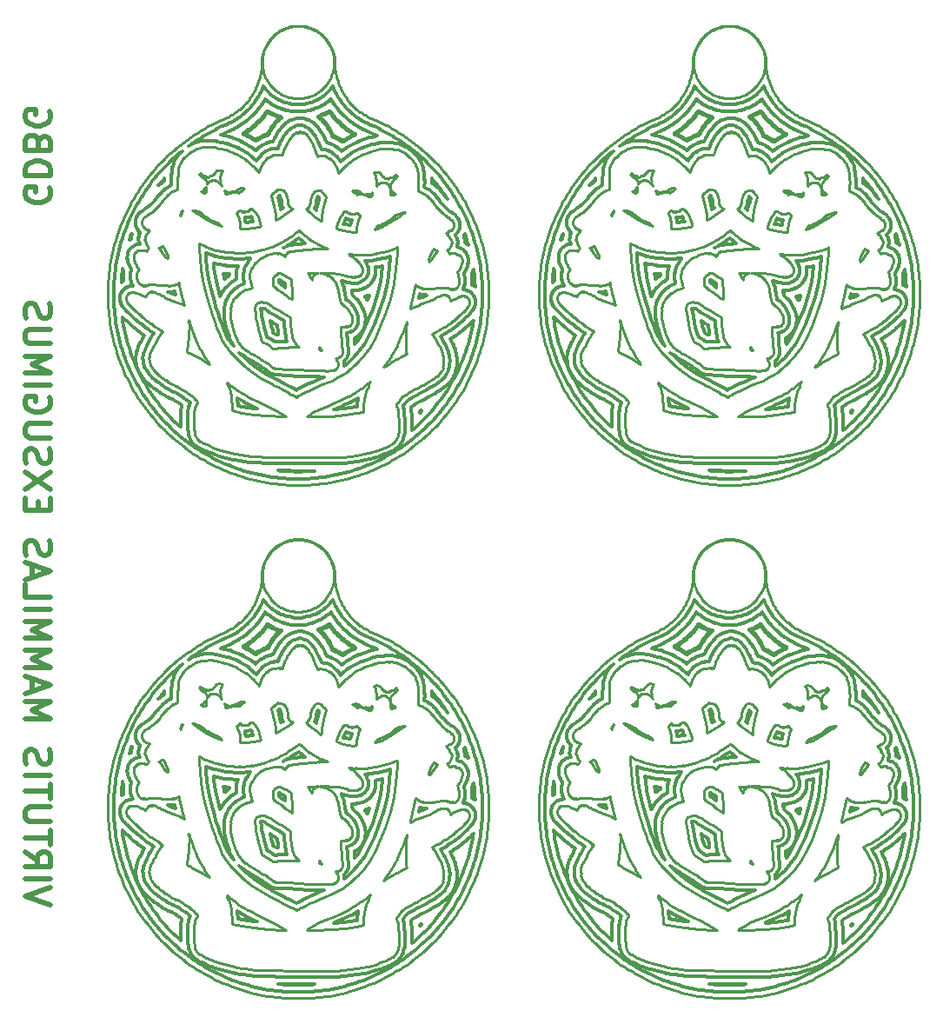
<source format=gbo>
%MOIN*%
%OFA0B0*%
%FSLAX46Y46*%
%IPPOS*%
%LPD*%
%ADD10C,0.00984251968503937*%
%ADD11C,0.011811023622047244*%
%ADD12C,0.013779527559055118*%
%ADD13C,0.015748031496062992*%
%ADD14C,0.00984251968503937*%
%ADD15C,0.011811023622047244*%
%ADD16C,0.013779527559055118*%
%ADD17C,0.015748031496062992*%
%ADD18C,0.00984251968503937*%
%ADD19C,0.011811023622047244*%
%ADD20C,0.013779527559055118*%
%ADD21C,0.015748031496062992*%
%ADD22C,0.00984251968503937*%
%ADD23C,0.011811023622047244*%
%ADD24C,0.013779527559055118*%
%ADD25C,0.015748031496062992*%
%ADD26C,0.01968503937007874*%
G04 next file*
D10*
X0001109100Y0000058500D02*
X0001125100Y0000058900D01*
X0001141200Y0000059600D01*
X0001157200Y0000060600D01*
X0001173200Y0000062000D01*
X0001189200Y0000063799D01*
X0001205100Y0000065900D01*
X0001221000Y0000068400D01*
X0001236800Y0000071200D01*
X0001252600Y0000074300D01*
X0001268300Y0000077800D01*
X0001283900Y0000081700D01*
X0001299400Y0000085900D01*
X0001314800Y0000090399D01*
X0001330100Y0000095299D01*
X0001345300Y0000100500D01*
X0001360399Y0000106000D01*
X0001375400Y0000111900D01*
X0001390200Y0000118100D01*
X0001404900Y0000124600D01*
X0001419400Y0000131400D01*
X0001433799Y0000138600D01*
X0001448000Y0000146100D01*
X0001462100Y0000153900D01*
X0001475999Y0000161900D01*
X0001489700Y0000170300D01*
X0001503200Y0000179000D01*
X0001516500Y0000188000D01*
X0001529600Y0000197300D01*
X0001542500Y0000206900D01*
X0001555199Y0000216700D01*
X0001567700Y0000226800D01*
X0001580000Y0000237200D01*
X0001592000Y0000247900D01*
X0001603799Y0000258799D01*
X0001615300Y0000270000D01*
X0001626600Y0000281400D01*
X0001637600Y0000293100D01*
X0001648400Y0000305000D01*
X0001658900Y0000317100D01*
X0001669200Y0000329499D01*
X0001679099Y0000342100D01*
X0001688800Y0000355000D01*
X0001698200Y0000368000D01*
X0001707400Y0000381199D01*
X0001716200Y0000394600D01*
X0001724700Y0000408200D01*
X0001732900Y0000422100D01*
X0001740900Y0000436000D01*
X0001748500Y0000450200D01*
X0001755800Y0000464500D01*
X0001762800Y0000479000D01*
X0001769400Y0000493600D01*
X0001775800Y0000508399D01*
X0001781800Y0000523200D01*
X0001787499Y0000538300D01*
X0001792800Y0000553400D01*
X0001797800Y0000568700D01*
X0001802500Y0000584100D01*
X0001806899Y0000599500D01*
X0001810900Y0000615100D01*
X0001814500Y0000630700D01*
X0001817800Y0000646500D01*
X0001820800Y0000662299D01*
X0001823400Y0000678100D01*
X0001825700Y0000694000D01*
X0001827600Y0000710000D01*
X0001829200Y0000725999D01*
X0001830400Y0000742000D01*
X0001831299Y0000758000D01*
X0001831800Y0000774100D01*
X0001831900Y0000790200D01*
X0001831700Y0000806200D01*
X0001831200Y0000822300D01*
X0001830299Y0000838300D01*
X0001829000Y0000854300D01*
X0001827400Y0000870300D01*
X0001825500Y0000886300D01*
X0001823200Y0000902200D01*
X0001820500Y0000918000D01*
X0001817500Y0000933800D01*
X0001814200Y0000949500D01*
X0001810500Y0000965200D01*
X0001806400Y0000980700D01*
X0001802100Y0000996200D01*
X0001797400Y0001011500D01*
X0001792300Y0001026799D01*
X0001786900Y0001041900D01*
X0001781200Y0001056900D01*
X0001775100Y0001071800D01*
X0001768800Y0001086600D01*
X0001762100Y0001101200D01*
X0001755100Y0001115600D01*
X0001747700Y0001129900D01*
X0001740099Y0001144100D01*
X0001732100Y0001158000D01*
X0001723900Y0001171800D01*
X0001715299Y0001185400D01*
X0001706500Y0001198800D01*
X0001697299Y0001212000D01*
X0001687900Y0001225000D01*
X0001678200Y0001237800D01*
X0001668200Y0001250400D01*
X0001657900Y0001262800D01*
X0001647400Y0001274900D01*
X0001636499Y0001286800D01*
X0001625500Y0001298400D01*
X0001614200Y0001309800D01*
X0001602600Y0001321000D01*
X0001590800Y0001331900D01*
X0001578700Y0001342500D01*
X0001566500Y0001352900D01*
X0001554000Y0001363000D01*
X0001541300Y0001372799D01*
X0001528300Y0001382400D01*
X0001515200Y0001391599D01*
X0001501800Y0001400600D01*
X0001488300Y0001409199D01*
X0001474600Y0001417600D01*
X0001460700Y0001425600D01*
X0001446600Y0001433399D01*
X0001432400Y0001440800D01*
X0001418000Y0001448000D01*
X0001403399Y0001454800D01*
X0001388500Y0001461300D01*
X0001388500Y0001461400D01*
X0001388400Y0001461400D01*
X0001372799Y0001468300D01*
X0001371400Y0001469000D01*
X0001356400Y0001477200D01*
X0001355100Y0001478000D01*
X0001340800Y0001487400D01*
X0001339500Y0001488300D01*
X0001326000Y0001498700D01*
X0001324799Y0001499700D01*
X0001312100Y0001511200D01*
X0001311000Y0001512300D01*
X0001299300Y0001524799D01*
X0001298300Y0001526000D01*
X0001287599Y0001539300D01*
X0001286700Y0001540600D01*
X0001277100Y0001554700D01*
X0001276300Y0001556000D01*
X0001267900Y0001570900D01*
X0001267200Y0001572300D01*
X0001259900Y0001587800D01*
X0001259300Y0001589200D01*
X0001253400Y0001605200D01*
X0001252900Y0001606700D01*
X0001248200Y0001623200D01*
X0001247800Y0001624700D01*
X0001244500Y0001641400D01*
X0001244200Y0001643000D01*
X0001242200Y0001659900D01*
X0001242100Y0001661500D01*
X0001241400Y0001678400D01*
X0001240600Y0001694000D01*
X0001238300Y0001708500D01*
X0001234500Y0001722700D01*
X0001229200Y0001736400D01*
X0001222500Y0001749500D01*
X0001214500Y0001761800D01*
X0001205300Y0001773200D01*
X0001194900Y0001783600D01*
X0001183500Y0001792800D01*
X0001171200Y0001800800D01*
X0001158100Y0001807500D01*
X0001144400Y0001812800D01*
X0001130200Y0001816600D01*
X0001115700Y0001818899D01*
X0001101100Y0001819600D01*
X0001086400Y0001818899D01*
X0001071900Y0001816600D01*
X0001057700Y0001812800D01*
X0001044000Y0001807500D01*
X0001030899Y0001800800D01*
X0001018600Y0001792800D01*
X0001007200Y0001783600D01*
X0000996800Y0001773200D01*
X0000987600Y0001761800D01*
X0000979600Y0001749500D01*
X0000972900Y0001736400D01*
X0000967600Y0001722700D01*
X0000963800Y0001708500D01*
X0000961500Y0001694000D01*
X0000960700Y0001678400D01*
X0000960000Y0001661500D01*
X0000959900Y0001659900D01*
X0000957900Y0001643000D01*
X0000957600Y0001641400D01*
X0000954300Y0001624700D01*
X0000953900Y0001623200D01*
X0000949200Y0001606700D01*
X0000948700Y0001605200D01*
X0000942800Y0001589200D01*
X0000942200Y0001587800D01*
X0000934900Y0001572300D01*
X0000934200Y0001570900D01*
X0000925800Y0001556000D01*
X0000925000Y0001554700D01*
X0000915400Y0001540600D01*
X0000914500Y0001539300D01*
X0000903800Y0001526000D01*
X0000902800Y0001524799D01*
X0000891100Y0001512300D01*
X0000890000Y0001511200D01*
X0000877300Y0001499700D01*
X0000876100Y0001498700D01*
X0000862600Y0001488300D01*
X0000861300Y0001487400D01*
X0000847000Y0001478000D01*
X0000845700Y0001477200D01*
X0000830700Y0001469000D01*
X0000829300Y0001468300D01*
X0000813700Y0001461400D01*
X0000813600Y0001461300D01*
X0000798699Y0001454800D01*
X0000784100Y0001448000D01*
X0000769700Y0001440800D01*
X0000755500Y0001433399D01*
X0000741399Y0001425600D01*
X0000727500Y0001417600D01*
X0000713799Y0001409199D01*
X0000700300Y0001400600D01*
X0000686899Y0001391599D01*
X0000673800Y0001382300D01*
X0000660900Y0001372799D01*
X0000648100Y0001363000D01*
X0000635600Y0001352900D01*
X0000623400Y0001342500D01*
X0000611300Y0001331900D01*
X0000599500Y0001321000D01*
X0000587900Y0001309800D01*
X0000576600Y0001298400D01*
X0000565600Y0001286800D01*
X0000554700Y0001274900D01*
X0000544200Y0001262800D01*
X0000533900Y0001250400D01*
X0000523900Y0001237800D01*
X0000514200Y0001225000D01*
X0000504800Y0001212000D01*
X0000495600Y0001198800D01*
X0000486800Y0001185400D01*
X0000478200Y0001171800D01*
X0000470000Y0001158000D01*
X0000462000Y0001144100D01*
X0000454400Y0001129900D01*
X0000447000Y0001115600D01*
X0000440000Y0001101200D01*
X0000433300Y0001086600D01*
X0000427000Y0001071800D01*
X0000420900Y0001057000D01*
X0000415200Y0001041900D01*
X0000409800Y0001026799D01*
X0000404700Y0001011500D01*
X0000400000Y0000996200D01*
X0000395700Y0000980700D01*
X0000391600Y0000965200D01*
X0000387900Y0000949500D01*
X0000384600Y0000933800D01*
X0000381600Y0000918000D01*
X0000378900Y0000902200D01*
X0000376599Y0000886300D01*
X0000374700Y0000870300D01*
X0000373100Y0000854300D01*
X0000371800Y0000838300D01*
X0000370900Y0000822300D01*
X0000370400Y0000806200D01*
X0000370200Y0000790200D01*
X0000370300Y0000774100D01*
X0000370800Y0000758000D01*
X0000371700Y0000742000D01*
X0000372900Y0000725999D01*
X0000374500Y0000710000D01*
X0000376400Y0000694000D01*
X0000378700Y0000678100D01*
X0000381299Y0000662299D01*
X0000384299Y0000646500D01*
X0000387600Y0000630700D01*
X0000391200Y0000615100D01*
X0000395200Y0000599500D01*
X0000399600Y0000584100D01*
X0000404300Y0000568700D01*
X0000409300Y0000553400D01*
X0000414600Y0000538300D01*
X0000420300Y0000523200D01*
X0000426300Y0000508399D01*
X0000432700Y0000493600D01*
X0000439300Y0000479000D01*
X0000446300Y0000464500D01*
X0000453600Y0000450200D01*
X0000461200Y0000436000D01*
X0000469200Y0000422000D01*
X0000477400Y0000408300D01*
X0000485900Y0000394600D01*
X0000494700Y0000381199D01*
X0000503900Y0000368000D01*
X0000513300Y0000355000D01*
X0000523000Y0000342100D01*
X0000532900Y0000329499D01*
X0000543200Y0000317100D01*
X0000553700Y0000305000D01*
X0000564500Y0000293100D01*
X0000575500Y0000281400D01*
X0000586800Y0000270000D01*
X0000598300Y0000258799D01*
X0000610100Y0000247900D01*
X0000622100Y0000237200D01*
X0000634400Y0000226800D01*
X0000646899Y0000216700D01*
X0000659599Y0000206900D01*
X0000672500Y0000197300D01*
X0000685600Y0000188000D01*
X0000698899Y0000179000D01*
X0000712400Y0000170300D01*
X0000726099Y0000161900D01*
X0000740000Y0000153900D01*
X0000754100Y0000146100D01*
X0000768299Y0000138600D01*
X0000782700Y0000131400D01*
X0000797200Y0000124600D01*
X0000811900Y0000118100D01*
X0000826700Y0000111900D01*
X0000841700Y0000106000D01*
X0000856800Y0000100500D01*
X0000872000Y0000095299D01*
X0000887300Y0000090399D01*
X0000902700Y0000085900D01*
X0000918200Y0000081700D01*
X0000933800Y0000077800D01*
X0000949500Y0000074300D01*
X0000965200Y0000071200D01*
X0000981100Y0000068400D01*
X0000996900Y0000065900D01*
X0001012899Y0000063799D01*
X0001028799Y0000062000D01*
X0001044899Y0000060600D01*
X0001060900Y0000059600D01*
X0001077000Y0000058900D01*
X0001093000Y0000058500D01*
X0001109100Y0000058500D01*
X0001089400Y0001541600D02*
X0001087500Y0001541600D01*
X0001085600Y0001541900D01*
X0001070400Y0001545000D01*
X0001070400Y0001545000D01*
X0001062800Y0001546500D01*
X0001060900Y0001546900D01*
X0001059100Y0001547600D01*
X0001037600Y0001556500D01*
X0001035800Y0001557300D01*
X0001034200Y0001558300D01*
X0001014799Y0001571200D01*
X0001013300Y0001572400D01*
X0001011800Y0001573700D01*
X0000995400Y0001590100D01*
X0000994100Y0001591599D01*
X0000992900Y0001593100D01*
X0000980000Y0001612500D01*
X0000979000Y0001614100D01*
X0000978200Y0001615900D01*
X0000969300Y0001637400D01*
X0000968600Y0001639200D01*
X0000968200Y0001641100D01*
X0000963600Y0001663900D01*
X0000963300Y0001665800D01*
X0000963300Y0001667700D01*
X0000963300Y0001691000D01*
X0000963300Y0001692900D01*
X0000963600Y0001694800D01*
X0000968200Y0001717600D01*
X0000968600Y0001719500D01*
X0000969300Y0001721299D01*
X0000978200Y0001742800D01*
X0000979000Y0001744600D01*
X0000980000Y0001746200D01*
X0000992900Y0001765600D01*
X0000994100Y0001767100D01*
X0000995400Y0001768600D01*
X0001011800Y0001785000D01*
X0001013300Y0001786300D01*
X0001014799Y0001787499D01*
X0001034200Y0001800400D01*
X0001035800Y0001801400D01*
X0001037600Y0001802200D01*
X0001059100Y0001811100D01*
X0001060900Y0001811800D01*
X0001062800Y0001812200D01*
X0001070400Y0001813700D01*
X0001070400Y0001813700D01*
X0001085600Y0001816800D01*
X0001087500Y0001817100D01*
X0001089400Y0001817100D01*
X0001112700Y0001817100D01*
X0001114600Y0001817100D01*
X0001116500Y0001816800D01*
X0001131700Y0001813700D01*
X0001139300Y0001812200D01*
X0001141200Y0001811800D01*
X0001143000Y0001811100D01*
X0001164500Y0001802200D01*
X0001166300Y0001801400D01*
X0001167900Y0001800400D01*
X0001187300Y0001787499D01*
X0001188800Y0001786300D01*
X0001190300Y0001785000D01*
X0001206700Y0001768600D01*
X0001208000Y0001767100D01*
X0001209200Y0001765600D01*
X0001222100Y0001746200D01*
X0001223100Y0001744600D01*
X0001223900Y0001742800D01*
X0001232800Y0001721299D01*
X0001233500Y0001719500D01*
X0001233900Y0001717600D01*
X0001238500Y0001694800D01*
X0001238800Y0001692900D01*
X0001238800Y0001691000D01*
X0001238800Y0001667700D01*
X0001238800Y0001665800D01*
X0001238500Y0001663900D01*
X0001233900Y0001641100D01*
X0001233500Y0001639200D01*
X0001232800Y0001637400D01*
X0001223900Y0001615900D01*
X0001223100Y0001614100D01*
X0001222100Y0001612500D01*
X0001209200Y0001593100D01*
X0001208000Y0001591599D01*
X0001206700Y0001590100D01*
X0001190300Y0001573700D01*
X0001188800Y0001572400D01*
X0001187300Y0001571200D01*
X0001167900Y0001558300D01*
X0001166300Y0001557300D01*
X0001164500Y0001556500D01*
X0001143000Y0001547600D01*
X0001141200Y0001546900D01*
X0001139300Y0001546500D01*
X0001131700Y0001545000D01*
X0001131700Y0001545000D01*
X0001116500Y0001541900D01*
X0001114600Y0001541600D01*
X0001112700Y0001541600D01*
X0001089400Y0001541600D01*
X0000593500Y0000823700D02*
X0000584500Y0000824500D01*
X0000562900Y0000826400D01*
X0000547000Y0000827700D01*
X0000535900Y0000828200D01*
X0000529300Y0000828200D01*
X0000528600Y0000828100D01*
X0000526800Y0000826900D01*
X0000524300Y0000825400D01*
X0000523200Y0000824800D01*
X0000521400Y0000824000D01*
X0000519499Y0000823400D01*
X0000515900Y0000822400D01*
X0000509900Y0000825400D01*
X0000509499Y0000825300D01*
X0000509100Y0000822800D01*
X0000508800Y0000822900D01*
X0000505800Y0000823600D01*
X0000502900Y0000824800D01*
X0000501800Y0000825400D01*
X0000500600Y0000826099D01*
X0000499800Y0000826300D01*
X0000497000Y0000827500D01*
X0000496600Y0000827700D01*
X0000492800Y0000831500D01*
X0000489600Y0000832300D01*
X0000487300Y0000836000D01*
X0000486400Y0000837500D01*
X0000485800Y0000838600D01*
X0000484600Y0000841500D01*
X0000483000Y0000846600D01*
X0000482300Y0000849600D01*
X0000482100Y0000850800D01*
X0000481900Y0000852500D01*
X0000481900Y0000854200D01*
X0000482100Y0000866800D01*
X0000482300Y0000869500D01*
X0000482500Y0000870800D01*
X0000483200Y0000873800D01*
X0000484400Y0000876600D01*
X0000485000Y0000877700D01*
X0000485400Y0000878600D01*
X0000489900Y0000886300D01*
X0000488700Y0000887700D01*
X0000487300Y0000889600D01*
X0000481200Y0000898900D01*
X0000480100Y0000900700D01*
X0000479600Y0000901800D01*
X0000479600Y0000901900D01*
X0000474700Y0000911500D01*
X0000473600Y0000914000D01*
X0000470900Y0000922000D01*
X0000470400Y0000923600D01*
X0000470100Y0000925300D01*
X0000469900Y0000926500D01*
X0000469600Y0000928700D01*
X0000469700Y0000930900D01*
X0000470000Y0000935400D01*
X0000470200Y0000937200D01*
X0000470400Y0000938400D01*
X0000471100Y0000941400D01*
X0000472300Y0000944200D01*
X0000472800Y0000945300D01*
X0000474400Y0000948000D01*
X0000476500Y0000950300D01*
X0000477300Y0000951200D01*
X0000479600Y0000953100D01*
X0000482100Y0000954700D01*
X0000486200Y0000956800D01*
X0000486400Y0000956900D01*
X0000487500Y0000957500D01*
X0000490300Y0000958700D01*
X0000493300Y0000959400D01*
X0000494600Y0000959600D01*
X0000496400Y0000959800D01*
X0000498200Y0000959800D01*
X0000507000Y0000959600D01*
X0000509499Y0000959400D01*
X0000510700Y0000959200D01*
X0000512800Y0000958700D01*
X0000514700Y0000958100D01*
X0000520700Y0000955800D01*
X0000522499Y0000959800D01*
X0000522900Y0000960600D01*
X0000523400Y0000961700D01*
X0000525100Y0000964400D01*
X0000527100Y0000966700D01*
X0000527900Y0000967600D01*
X0000528900Y0000968400D01*
X0000528800Y0000968400D01*
X0000528400Y0000968700D01*
X0000526700Y0000969900D01*
X0000525100Y0000971300D01*
X0000524200Y0000972200D01*
X0000523100Y0000973400D01*
X0000517400Y0000980200D01*
X0000517900Y0000987400D01*
X0000516900Y0000989200D01*
X0000516700Y0000991200D01*
X0000512200Y0000996900D01*
X0000512900Y0001005400D01*
X0000513100Y0001006699D01*
X0000513300Y0001008000D01*
X0000514000Y0001010999D01*
X0000515200Y0001013800D01*
X0000515700Y0001014899D01*
X0000517100Y0001017300D01*
X0000524300Y0001027500D01*
X0000525500Y0001028999D01*
X0000526400Y0001030000D01*
X0000530100Y0001035700D01*
X0000530000Y0001035800D01*
X0000528200Y0001036100D01*
X0000526400Y0001036700D01*
X0000519400Y0001039199D01*
X0000517100Y0001040200D01*
X0000516000Y0001040800D01*
X0000513399Y0001042400D01*
X0000511100Y0001044400D01*
X0000510200Y0001045199D01*
X0000508399Y0001047299D01*
X0000505499Y0001051100D01*
X0000504499Y0001052600D01*
X0000503700Y0001054100D01*
X0000503100Y0001055200D01*
X0000501900Y0001058000D01*
X0000501200Y0001061000D01*
X0000501000Y0001062200D01*
X0000500800Y0001065300D01*
X0000501000Y0001068400D01*
X0000501200Y0001069600D01*
X0000501499Y0001071000D01*
X0000501600Y0001071400D01*
X0000501700Y0001071500D01*
X0000502000Y0001072700D01*
X0000503100Y0001075600D01*
X0000503700Y0001076600D01*
X0000505300Y0001079200D01*
X0000507300Y0001081500D01*
X0000508100Y0001082400D01*
X0000508499Y0001082700D01*
X0000508600Y0001083100D01*
X0000512100Y0001086600D01*
X0000514000Y0001088100D01*
X0000515900Y0001089400D01*
X0000523100Y0001093500D01*
X0000523100Y0001093500D01*
X0000528900Y0001096900D01*
X0000540600Y0001105700D01*
X0000553700Y0001117600D01*
X0000566300Y0001130900D01*
X0000577900Y0001145300D01*
X0000580200Y0001148400D01*
X0000581500Y0001149900D01*
X0000598000Y0001168000D01*
X0000598600Y0001168600D01*
X0000599500Y0001169500D01*
X0000602000Y0001171600D01*
X0000619300Y0001184000D01*
X0000621800Y0001185500D01*
X0000622900Y0001186000D01*
X0000625300Y0001187100D01*
X0000639400Y0001192000D01*
X0000639300Y0001220300D01*
X0000639300Y0001220400D01*
X0000639300Y0001229500D01*
X0000639300Y0001230000D01*
X0000639800Y0001250700D01*
X0000639900Y0001252300D01*
X0000641700Y0001268100D01*
X0000641800Y0001269100D01*
X0000642000Y0001270300D01*
X0000642400Y0001272300D01*
X0000645800Y0001284700D01*
X0000646400Y0001286700D01*
X0000647199Y0001288599D01*
X0000647800Y0001289700D01*
X0000647900Y0001289800D01*
X0000653299Y0001300199D01*
X0000654300Y0001302000D01*
X0000655500Y0001303600D01*
X0000663500Y0001313300D01*
X0000664800Y0001314700D01*
X0000665599Y0001315500D01*
X0000666100Y0001316000D01*
X0000677000Y0001326300D01*
X0000678100Y0001327200D01*
X0000684900Y0001332800D01*
X0000687500Y0001334600D01*
X0000707100Y0001345900D01*
X0000707999Y0001346400D01*
X0000709100Y0001347000D01*
X0000710999Y0001347800D01*
X0000713100Y0001348500D01*
X0000734700Y0001354100D01*
X0000736600Y0001354500D01*
X0000737800Y0001354700D01*
X0000740600Y0001354900D01*
X0000765499Y0001355300D01*
X0000767800Y0001355100D01*
X0000781000Y0001353700D01*
X0000782000Y0001353600D01*
X0000783200Y0001353400D01*
X0000784300Y0001353200D01*
X0000822700Y0001344900D01*
X0000825800Y0001343900D01*
X0000861400Y0001329799D01*
X0000863000Y0001329100D01*
X0000864100Y0001328500D01*
X0000865400Y0001327800D01*
X0000897700Y0001308300D01*
X0000900300Y0001306399D01*
X0000929100Y0001281799D01*
X0000930200Y0001280800D01*
X0000931100Y0001279900D01*
X0000932200Y0001278700D01*
X0000950700Y0001256800D01*
X0000953700Y0001268100D01*
X0000954800Y0001271100D01*
X0000961500Y0001286100D01*
X0000961900Y0001286900D01*
X0000962500Y0001287999D01*
X0000962800Y0001288599D01*
X0000965300Y0001293100D01*
X0000966400Y0001294799D01*
X0000967700Y0001296500D01*
X0000979000Y0001309500D01*
X0000979900Y0001310400D01*
X0000980700Y0001311300D01*
X0000983100Y0001313300D01*
X0000985700Y0001314900D01*
X0000986800Y0001315500D01*
X0000986900Y0001315500D01*
X0001001200Y0001322700D01*
X0001004000Y0001323900D01*
X0001006999Y0001324599D01*
X0001008200Y0001324799D01*
X0001009800Y0001324999D01*
X0001026600Y0001326200D01*
X0001030100Y0001323300D01*
X0001034300Y0001325400D01*
X0001041199Y0001323500D01*
X0001042000Y0001328200D01*
X0001042800Y0001331300D01*
X0001048400Y0001347800D01*
X0001049200Y0001349700D01*
X0001057100Y0001366700D01*
X0001057400Y0001367300D01*
X0001058000Y0001368400D01*
X0001058700Y0001369600D01*
X0001067900Y0001384999D01*
X0001069600Y0001387400D01*
X0001079000Y0001398900D01*
X0001080300Y0001400300D01*
X0001081200Y0001401200D01*
X0001081600Y0001401600D01*
X0001085100Y0001404900D01*
X0001086700Y0001406200D01*
X0001091800Y0001410199D01*
X0001095200Y0001409799D01*
X0001095900Y0001410400D01*
X0001098500Y0001412000D01*
X0001099000Y0001412200D01*
X0001100400Y0001409599D01*
X0001106300Y0001414900D01*
X0001110000Y0001414900D01*
X0001115600Y0001409700D01*
X0001116900Y0001412300D01*
X0001117300Y0001412000D01*
X0001120000Y0001410400D01*
X0001120900Y0001409700D01*
X0001124200Y0001409999D01*
X0001128700Y0001406400D01*
X0001130500Y0001404900D01*
X0001131400Y0001403999D01*
X0001131400Y0001403999D01*
X0001134400Y0001401000D01*
X0001136500Y0001398500D01*
X0001146100Y0001384999D01*
X0001147600Y0001382600D01*
X0001157400Y0001363400D01*
X0001157400Y0001363400D01*
X0001158000Y0001362300D01*
X0001158700Y0001360599D01*
X0001168300Y0001336599D01*
X0001168700Y0001335600D01*
X0001172900Y0001322800D01*
X0001173400Y0001321400D01*
X0001173700Y0001319900D01*
X0001180500Y0001321600D01*
X0001182300Y0001322000D01*
X0001183500Y0001322200D01*
X0001186300Y0001322400D01*
X0001189100Y0001322300D01*
X0001199500Y0001321000D01*
X0001200100Y0001320900D01*
X0001201300Y0001320700D01*
X0001204300Y0001320000D01*
X0001207200Y0001318799D01*
X0001208300Y0001318199D01*
X0001208600Y0001318100D01*
X0001219300Y0001312399D01*
X0001221400Y0001311100D01*
X0001223300Y0001309600D01*
X0001233400Y0001300399D01*
X0001234100Y0001299799D01*
X0001234900Y0001298900D01*
X0001236500Y0001297100D01*
X0001237800Y0001295200D01*
X0001247300Y0001279500D01*
X0001248000Y0001278300D01*
X0001248600Y0001277200D01*
X0001249400Y0001275399D01*
X0001250000Y0001273500D01*
X0001255200Y0001254900D01*
X0001255500Y0001253400D01*
X0001280200Y0001280900D01*
X0001280900Y0001281599D01*
X0001281799Y0001282500D01*
X0001283600Y0001284100D01*
X0001313300Y0001307300D01*
X0001316100Y0001309100D01*
X0001349800Y0001327200D01*
X0001350200Y0001327400D01*
X0001351300Y0001327900D01*
X0001353900Y0001329000D01*
X0001391599Y0001341700D01*
X0001393900Y0001342399D01*
X0001415500Y0001346800D01*
X0001416400Y0001346900D01*
X0001417600Y0001347100D01*
X0001419400Y0001347300D01*
X0001448100Y0001349199D01*
X0001450200Y0001347500D01*
X0001452300Y0001348999D01*
X0001477300Y0001345300D01*
X0001477500Y0001345300D01*
X0001478700Y0001345100D01*
X0001481100Y0001344500D01*
X0001483500Y0001343700D01*
X0001505000Y0001334400D01*
X0001506100Y0001333900D01*
X0001507200Y0001333300D01*
X0001509100Y0001332300D01*
X0001510800Y0001330999D01*
X0001528800Y0001316200D01*
X0001530200Y0001314900D01*
X0001530999Y0001314000D01*
X0001532000Y0001312999D01*
X0001539700Y0001304100D01*
X0001541100Y0001302200D01*
X0001549600Y0001289600D01*
X0001550800Y0001287500D01*
X0001551300Y0001286400D01*
X0001552100Y0001284700D01*
X0001557400Y0001271300D01*
X0001558000Y0001269399D01*
X0001558500Y0001267400D01*
X0001561199Y0001251300D01*
X0001561300Y0001251100D01*
X0001561500Y0001249900D01*
X0001561700Y0001247700D01*
X0001562600Y0001226900D01*
X0001562700Y0001226100D01*
X0001562700Y0001219700D01*
X0001562700Y0001219400D01*
X0001562500Y0001203900D01*
X0001562500Y0001203400D01*
X0001562000Y0001189700D01*
X0001562000Y0001188900D01*
X0001561600Y0001184300D01*
X0001573300Y0001180100D01*
X0001575500Y0001179100D01*
X0001576600Y0001178500D01*
X0001577000Y0001178400D01*
X0001590500Y0001171100D01*
X0001592500Y0001169900D01*
X0001594300Y0001168400D01*
X0001605400Y0001158500D01*
X0001606200Y0001157800D01*
X0001607000Y0001156900D01*
X0001608800Y0001154900D01*
X0001619700Y0001140600D01*
X0001620200Y0001139900D01*
X0001621200Y0001138500D01*
X0001631200Y0001125800D01*
X0001643200Y0001112600D01*
X0001655500Y0001100700D01*
X0001667099Y0001090800D01*
X0001676100Y0001084800D01*
X0001676700Y0001084500D01*
X0001678400Y0001083500D01*
X0001685000Y0001079000D01*
X0001685800Y0001075700D01*
X0001688500Y0001074300D01*
X0001690400Y0001074000D01*
X0001693100Y0001070600D01*
X0001694200Y0001069000D01*
X0001695100Y0001067400D01*
X0001695700Y0001066300D01*
X0001696800Y0001063400D01*
X0001697600Y0001060400D01*
X0001697800Y0001059200D01*
X0001698000Y0001056400D01*
X0001697900Y0001053700D01*
X0001697700Y0001052500D01*
X0001697600Y0001051800D01*
X0001697400Y0001050600D01*
X0001696699Y0001047500D01*
X0001695500Y0001044700D01*
X0001695000Y0001043600D01*
X0001693500Y0001041199D01*
X0001691800Y0001039099D01*
X0001687800Y0001034800D01*
X0001683300Y0001034300D01*
X0001681700Y0001033600D01*
X0001679299Y0001032999D01*
X0001675600Y0001027500D01*
X0001668600Y0001026000D01*
X0001674300Y0001018799D01*
X0001676100Y0001016899D01*
X0001677200Y0001015800D01*
X0001682800Y0001008999D01*
X0001682500Y0001003900D01*
X0001687000Y0001001400D01*
X0001688700Y0000996400D01*
X0001689400Y0000993400D01*
X0001689600Y0000992100D01*
X0001689800Y0000989100D01*
X0001689600Y0000986000D01*
X0001689400Y0000984800D01*
X0001688900Y0000982500D01*
X0001687400Y0000977200D01*
X0001686800Y0000975400D01*
X0001686000Y0000973600D01*
X0001685400Y0000972500D01*
X0001684699Y0000971200D01*
X0001682600Y0000967800D01*
X0001681300Y0000965800D01*
X0001679700Y0000964100D01*
X0001678899Y0000963200D01*
X0001676800Y0000961500D01*
X0001674600Y0000960000D01*
X0001672600Y0000958900D01*
X0001673200Y0000958200D01*
X0001675300Y0000955800D01*
X0001676900Y0000953200D01*
X0001677400Y0000952100D01*
X0001678000Y0000950900D01*
X0001680300Y0000945500D01*
X0001684500Y0000947400D01*
X0001687000Y0000948300D01*
X0001689700Y0000949000D01*
X0001690899Y0000949100D01*
X0001693700Y0000949400D01*
X0001701500Y0000949500D01*
X0001706900Y0000944500D01*
X0001709000Y0000944200D01*
X0001710700Y0000943100D01*
X0001717800Y0000943200D01*
X0001722500Y0000938600D01*
X0001722600Y0000938400D01*
X0001723500Y0000937600D01*
X0001725500Y0000935200D01*
X0001727099Y0000932600D01*
X0001727699Y0000931500D01*
X0001728900Y0000928600D01*
X0001729600Y0000925600D01*
X0001729800Y0000924400D01*
X0001730000Y0000922700D01*
X0001730000Y0000921000D01*
X0001729900Y0000915200D01*
X0001729700Y0000912500D01*
X0001729500Y0000911300D01*
X0001729100Y0000909300D01*
X0001728500Y0000907500D01*
X0001724900Y0000898000D01*
X0001724000Y0000896000D01*
X0001723500Y0000894900D01*
X0001722900Y0000893900D01*
X0001716700Y0000883100D01*
X0001715099Y0000880800D01*
X0001710600Y0000875200D01*
X0001712300Y0000872500D01*
X0001713100Y0000871100D01*
X0001713700Y0000870000D01*
X0001714899Y0000867100D01*
X0001715600Y0000864100D01*
X0001715800Y0000862900D01*
X0001715800Y0000862800D01*
X0001717800Y0000849600D01*
X0001718000Y0000846400D01*
X0001718000Y0000842900D01*
X0001717900Y0000841900D01*
X0001717500Y0000834500D01*
X0001717300Y0000832600D01*
X0001717100Y0000831400D01*
X0001716700Y0000829500D01*
X0001715900Y0000826500D01*
X0001715499Y0000826200D01*
X0001715299Y0000825400D01*
X0001714100Y0000822600D01*
X0001713600Y0000821500D01*
X0001711900Y0000818800D01*
X0001709900Y0000816500D01*
X0001709099Y0000815600D01*
X0001706700Y0000813600D01*
X0001704100Y0000812000D01*
X0001703000Y0000811400D01*
X0001700100Y0000810300D01*
X0001697099Y0000809500D01*
X0001695900Y0000809300D01*
X0001695300Y0000813100D01*
X0001690100Y0000809300D01*
X0001689800Y0000809300D01*
X0001689800Y0000809300D01*
X0001688500Y0000809500D01*
X0001685400Y0000810300D01*
X0001680900Y0000811800D01*
X0001680000Y0000812100D01*
X0001672899Y0000814900D01*
X0001669800Y0000815800D01*
X0001663000Y0000816500D01*
X0001649700Y0000815400D01*
X0001635900Y0000813700D01*
X0001635800Y0000813800D01*
X0001635700Y0000813700D01*
X0001617600Y0000811600D01*
X0001617300Y0000811800D01*
X0001617000Y0000811500D01*
X0001603700Y0000810400D01*
X0001603100Y0000810899D01*
X0001602500Y0000810300D01*
X0001592900Y0000810100D01*
X0001591700Y0000811100D01*
X0001590500Y0000810200D01*
X0001583400Y0000810899D01*
X0001582300Y0000811000D01*
X0001581100Y0000811200D01*
X0001578700Y0000811800D01*
X0001573100Y0000813400D01*
X0001570000Y0000814600D01*
X0001564800Y0000817100D01*
X0001564400Y0000817300D01*
X0001563300Y0000817800D01*
X0001561500Y0000818900D01*
X0001558300Y0000821000D01*
X0001556900Y0000822100D01*
X0001555500Y0000823200D01*
X0001550900Y0000827600D01*
X0001545700Y0000800100D01*
X0001545499Y0000799400D01*
X0001532100Y0000740899D01*
X0001531800Y0000739900D01*
X0001530100Y0000733900D01*
X0001530999Y0000734500D01*
X0001543100Y0000740999D01*
X0001543500Y0000741199D01*
X0001544600Y0000741800D01*
X0001546700Y0000742700D01*
X0001565100Y0000749400D01*
X0001565700Y0000749600D01*
X0001568100Y0000750399D01*
X0001585599Y0000756900D01*
X0001604300Y0000764900D01*
X0001620500Y0000772700D01*
X0001626600Y0000775800D01*
X0001626600Y0000775800D01*
X0001627700Y0000776400D01*
X0001628200Y0000776600D01*
X0001639300Y0000781900D01*
X0001640200Y0000782300D01*
X0001648200Y0000785600D01*
X0001650100Y0000786300D01*
X0001651900Y0000786800D01*
X0001655400Y0000787400D01*
X0001656200Y0000787600D01*
X0001657400Y0000787800D01*
X0001660499Y0000788000D01*
X0001663500Y0000787800D01*
X0001664800Y0000787600D01*
X0001667800Y0000786900D01*
X0001670600Y0000785700D01*
X0001671700Y0000785100D01*
X0001674300Y0000783499D01*
X0001676700Y0000781500D01*
X0001677600Y0000780599D01*
X0001679600Y0000778300D01*
X0001681200Y0000775600D01*
X0001681700Y0000774499D01*
X0001682900Y0000771700D01*
X0001683600Y0000768700D01*
X0001683800Y0000767500D01*
X0001684000Y0000766600D01*
X0001684300Y0000764000D01*
X0001698700Y0000772100D01*
X0001699400Y0000772400D01*
X0001700500Y0000773000D01*
X0001700800Y0000773100D01*
X0001713900Y0000779500D01*
X0001716300Y0000780499D01*
X0001724200Y0000783200D01*
X0001727400Y0000784000D01*
X0001728600Y0000784200D01*
X0001731700Y0000784400D01*
X0001734800Y0000784200D01*
X0001736000Y0000784000D01*
X0001738400Y0000783400D01*
X0001740700Y0000782600D01*
X0001743400Y0000781400D01*
X0001744500Y0000780900D01*
X0001745600Y0000780300D01*
X0001748300Y0000778700D01*
X0001750600Y0000776700D01*
X0001751499Y0000775800D01*
X0001753500Y0000773500D01*
X0001755100Y0000770900D01*
X0001755700Y0000769800D01*
X0001756800Y0000766900D01*
X0001757600Y0000763900D01*
X0001757800Y0000762700D01*
X0001758000Y0000759600D01*
X0001757800Y0000756499D01*
X0001757600Y0000755300D01*
X0001756800Y0000752300D01*
X0001755700Y0000749500D01*
X0001755100Y0000748400D01*
X0001755000Y0000748200D01*
X0001753000Y0000744299D01*
X0001751899Y0000742500D01*
X0001750600Y0000740800D01*
X0001744500Y0000733400D01*
X0001743600Y0000732400D01*
X0001734300Y0000722799D01*
X0001734099Y0000722600D01*
X0001733200Y0000721700D01*
X0001732900Y0000721400D01*
X0001721600Y0000710599D01*
X0001721200Y0000710200D01*
X0001709000Y0000699100D01*
X0001708500Y0000698699D01*
X0001696400Y0000688500D01*
X0001695700Y0000687900D01*
X0001684800Y0000679600D01*
X0001684000Y0000679000D01*
X0001678800Y0000675400D01*
X0001678200Y0000675000D01*
X0001663300Y0000665399D01*
X0001662800Y0000665099D01*
X0001645800Y0000655000D01*
X0001645300Y0000654700D01*
X0001629100Y0000645600D01*
X0001628600Y0000645400D01*
X0001614900Y0000638299D01*
X0001613800Y0000638500D01*
X0001613400Y0000637699D01*
X0001617700Y0000632500D01*
X0001618099Y0000631899D01*
X0001619800Y0000629700D01*
X0001620600Y0000628600D01*
X0001626600Y0000619400D01*
X0001627100Y0000618600D01*
X0001634400Y0000606100D01*
X0001634700Y0000605500D01*
X0001642000Y0000592000D01*
X0001642200Y0000591600D01*
X0001642699Y0000590500D01*
X0001642900Y0000590200D01*
X0001649800Y0000576000D01*
X0001650400Y0000574500D01*
X0001654899Y0000563000D01*
X0001655800Y0000560100D01*
X0001658000Y0000549800D01*
X0001658199Y0000548700D01*
X0001658400Y0000547400D01*
X0001658600Y0000545600D01*
X0001659300Y0000534300D01*
X0001659300Y0000532700D01*
X0001659200Y0000524600D01*
X0001659000Y0000522100D01*
X0001657700Y0000513300D01*
X0001655000Y0000511000D01*
X0001656300Y0000507800D01*
X0001653300Y0000499900D01*
X0001649900Y0000498100D01*
X0001650300Y0000494400D01*
X0001644900Y0000486800D01*
X0001642800Y0000484300D01*
X0001641900Y0000483500D01*
X0001641400Y0000482900D01*
X0001632900Y0000475100D01*
X0001631000Y0000473500D01*
X0001618900Y0000465000D01*
X0001617800Y0000464200D01*
X0001601500Y0000454300D01*
X0001600900Y0000453900D01*
X0001579800Y0000442300D01*
X0001579500Y0000442100D01*
X0001553100Y0000428000D01*
X0001553000Y0000428000D01*
X0001551000Y0000426900D01*
X0001529100Y0000414900D01*
X0001512900Y0000405200D01*
X0001501900Y0000397300D01*
X0001495900Y0000391700D01*
X0001491600Y0000385900D01*
X0001491600Y0000385699D01*
X0001491300Y0000385400D01*
X0001487400Y0000379100D01*
X0001486400Y0000377600D01*
X0001484400Y0000375099D01*
X0001482900Y0000374800D01*
X0001478800Y0000371300D01*
X0001478900Y0000370800D01*
X0001478600Y0000367700D01*
X0001478400Y0000366500D01*
X0001477700Y0000363500D01*
X0001477000Y0000361700D01*
X0001479700Y0000356200D01*
X0001482199Y0000354500D01*
X0001483000Y0000350500D01*
X0001482100Y0000348900D01*
X0001483400Y0000347699D01*
X0001484300Y0000338400D01*
X0001484400Y0000338000D01*
X0001485400Y0000324800D01*
X0001485400Y0000324500D01*
X0001486400Y0000308800D01*
X0001486500Y0000308600D01*
X0001487100Y0000296000D01*
X0001487100Y0000295400D01*
X0001487600Y0000276000D01*
X0001487500Y0000274300D01*
X0001486600Y0000259799D01*
X0001486400Y0000258000D01*
X0001486200Y0000256799D01*
X0001485800Y0000255100D01*
X0001483200Y0000244400D01*
X0001482500Y0000242300D01*
X0001481600Y0000240300D01*
X0001481000Y0000239200D01*
X0001480400Y0000238100D01*
X0001475700Y0000230100D01*
X0001474300Y0000228000D01*
X0001472700Y0000226200D01*
X0001471800Y0000225300D01*
X0001471000Y0000224600D01*
X0001463900Y0000218200D01*
X0001462400Y0000217000D01*
X0001460800Y0000215900D01*
X0001450900Y0000210000D01*
X0001449800Y0000209400D01*
X0001448700Y0000208900D01*
X0001448600Y0000208800D01*
X0001441400Y0000205200D01*
X0001439900Y0000204500D01*
X0001426000Y0000199000D01*
X0001409100Y0000192300D01*
X0001407100Y0000191600D01*
X0001370300Y0000181300D01*
X0001368700Y0000180900D01*
X0001326000Y0000172600D01*
X0001324599Y0000173400D01*
X0001323600Y0000172200D01*
X0001275200Y0000166000D01*
X0001274700Y0000166399D01*
X0001274300Y0000165900D01*
X0001269399Y0000165499D01*
X0001269000Y0000165800D01*
X0001268700Y0000165499D01*
X0001254600Y0000164799D01*
X0001254400Y0000165000D01*
X0001254200Y0000164799D01*
X0001234800Y0000164400D01*
X0001234700Y0000164500D01*
X0001234600Y0000164400D01*
X0001210800Y0000164099D01*
X0001210700Y0000164099D01*
X0001210600Y0000164099D01*
X0001183400Y0000163900D01*
X0001183400Y0000163999D01*
X0001183300Y0000163900D01*
X0001153600Y0000163900D01*
X0001153500Y0000163999D01*
X0001153500Y0000163900D01*
X0001122100Y0000163999D01*
X0001122000Y0000163999D01*
X0001090000Y0000164300D01*
X0001089900Y0000164300D01*
X0001058000Y0000164699D01*
X0001057900Y0000164699D01*
X0001027199Y0000165200D01*
X0001027099Y0000165200D01*
X0000998400Y0000165800D01*
X0000998300Y0000165800D01*
X0000972500Y0000166399D01*
X0000972400Y0000166399D01*
X0000950500Y0000167200D01*
X0000950200Y0000167200D01*
X0000933100Y0000168100D01*
X0000932500Y0000168100D01*
X0000921100Y0000169000D01*
X0000920300Y0000169100D01*
X0000920200Y0000169100D01*
X0000919600Y0000169200D01*
X0000861400Y0000178300D01*
X0000861300Y0000178300D01*
X0000860100Y0000178499D01*
X0000858400Y0000178800D01*
X0000805100Y0000192000D01*
X0000803800Y0000192400D01*
X0000792699Y0000196000D01*
X0000791900Y0000196300D01*
X0000774800Y0000202700D01*
X0000774100Y0000203000D01*
X0000757200Y0000210100D01*
X0000756399Y0000210400D01*
X0000741199Y0000217600D01*
X0000740500Y0000219000D01*
X0000739000Y0000218700D01*
X0000727000Y0000225200D01*
X0000725000Y0000226500D01*
X0000717700Y0000231700D01*
X0000715300Y0000233800D01*
X0000714400Y0000234600D01*
X0000713100Y0000236000D01*
X0000712500Y0000236700D01*
X0000712600Y0000236900D01*
X0000712200Y0000237300D01*
X0000710599Y0000239900D01*
X0000710200Y0000240700D01*
X0000709100Y0000243400D01*
X0000708700Y0000243600D01*
X0000706000Y0000250800D01*
X0000705500Y0000252600D01*
X0000705099Y0000254500D01*
X0000703200Y0000266400D01*
X0000704100Y0000268000D01*
X0000702800Y0000269200D01*
X0000701599Y0000284400D01*
X0000701499Y0000285500D01*
X0000701100Y0000302300D01*
X0000701100Y0000303200D01*
X0000701399Y0000320100D01*
X0000701399Y0000321100D01*
X0000702500Y0000336500D01*
X0000702700Y0000338100D01*
X0000704599Y0000350500D01*
X0000704599Y0000350600D01*
X0000704799Y0000351800D01*
X0000705600Y0000355100D01*
X0000708300Y0000362899D01*
X0000709300Y0000365500D01*
X0000709900Y0000366600D01*
X0000711500Y0000369199D01*
X0000713500Y0000371600D01*
X0000714400Y0000372400D01*
X0000715800Y0000373599D01*
X0000715500Y0000374400D01*
X0000715200Y0000376100D01*
X0000715000Y0000377400D01*
X0000714800Y0000379599D01*
X0000711900Y0000382000D01*
X0000710300Y0000383400D01*
X0000709400Y0000384299D01*
X0000708700Y0000385000D01*
X0000701699Y0000392800D01*
X0000700000Y0000394500D01*
X0000692399Y0000400700D01*
X0000681400Y0000408700D01*
X0000668800Y0000417300D01*
X0000656099Y0000425400D01*
X0000644800Y0000432200D01*
X0000638199Y0000435700D01*
X0000634600Y0000436900D01*
X0000630900Y0000438100D01*
X0000628000Y0000439300D01*
X0000626900Y0000439900D01*
X0000626700Y0000440000D01*
X0000618300Y0000444400D01*
X0000617200Y0000445000D01*
X0000606100Y0000451800D01*
X0000605500Y0000452200D01*
X0000593100Y0000460400D01*
X0000592600Y0000460700D01*
X0000580200Y0000469400D01*
X0000579600Y0000469800D01*
X0000568700Y0000478000D01*
X0000567800Y0000478800D01*
X0000559700Y0000485600D01*
X0000558600Y0000486700D01*
X0000557700Y0000487500D01*
X0000557400Y0000487800D01*
X0000548200Y0000497500D01*
X0000546100Y0000500000D01*
X0000537000Y0000513399D01*
X0000535700Y0000515599D01*
X0000535100Y0000516700D01*
X0000534300Y0000518400D01*
X0000533700Y0000520300D01*
X0000530200Y0000532800D01*
X0000532700Y0000537700D01*
X0000529500Y0000542000D01*
X0000531200Y0000554600D01*
X0000531300Y0000555000D01*
X0000531500Y0000556200D01*
X0000531900Y0000558300D01*
X0000532600Y0000560300D01*
X0000535400Y0000567500D01*
X0000535900Y0000568600D01*
X0000541700Y0000581200D01*
X0000542000Y0000581700D01*
X0000549400Y0000596300D01*
X0000549400Y0000596400D01*
X0000550000Y0000597500D01*
X0000550100Y0000597900D01*
X0000558000Y0000612500D01*
X0000558300Y0000613000D01*
X0000558300Y0000613000D01*
X0000565500Y0000625500D01*
X0000566100Y0000626500D01*
X0000571600Y0000634999D01*
X0000572400Y0000636100D01*
X0000578100Y0000643600D01*
X0000579900Y0000645500D01*
X0000580700Y0000646400D01*
X0000581800Y0000647299D01*
X0000576100Y0000650800D01*
X0000575800Y0000651000D01*
X0000563100Y0000659099D01*
X0000563000Y0000659199D01*
X0000548500Y0000668599D01*
X0000548000Y0000668900D01*
X0000536800Y0000676700D01*
X0000536200Y0000677199D01*
X0000521700Y0000688100D01*
X0000521200Y0000688500D01*
X0000506100Y0000700500D01*
X0000505800Y0000700900D01*
X0000490900Y0000713400D01*
X0000490600Y0000713699D01*
X0000476800Y0000725899D01*
X0000476400Y0000726299D01*
X0000464600Y0000737400D01*
X0000464200Y0000737800D01*
X0000463300Y0000738700D01*
X0000463100Y0000738900D01*
X0000454100Y0000748200D01*
X0000452900Y0000749500D01*
X0000447400Y0000756299D01*
X0000446200Y0000757900D01*
X0000445200Y0000759700D01*
X0000444700Y0000760800D01*
X0000443900Y0000762499D01*
X0000443300Y0000764300D01*
X0000442300Y0000767700D01*
X0000441800Y0000770100D01*
X0000441600Y0000771299D01*
X0000441300Y0000774399D01*
X0000441600Y0000777399D01*
X0000441800Y0000778700D01*
X0000442500Y0000781700D01*
X0000443700Y0000784500D01*
X0000444200Y0000785600D01*
X0000445800Y0000788300D01*
X0000447900Y0000790600D01*
X0000448700Y0000791500D01*
X0000451100Y0000793500D01*
X0000453700Y0000795100D01*
X0000454800Y0000795699D01*
X0000456800Y0000796500D01*
X0000458800Y0000797200D01*
X0000460300Y0000797600D01*
X0000462200Y0000798000D01*
X0000463400Y0000798200D01*
X0000466500Y0000798400D01*
X0000469600Y0000798200D01*
X0000470800Y0000798000D01*
X0000471700Y0000797800D01*
X0000478300Y0000796400D01*
X0000481000Y0000795699D01*
X0000490900Y0000792100D01*
X0000492200Y0000791600D01*
X0000503800Y0000786400D01*
X0000504700Y0000786000D01*
X0000505800Y0000785400D01*
X0000505900Y0000785400D01*
X0000516000Y0000780200D01*
X0000516700Y0000782800D01*
X0000517900Y0000783599D01*
X0000518000Y0000784100D01*
X0000519200Y0000786900D01*
X0000519800Y0000788000D01*
X0000521400Y0000790700D01*
X0000523400Y0000793000D01*
X0000524300Y0000793900D01*
X0000526600Y0000795900D01*
X0000529200Y0000797500D01*
X0000530300Y0000798100D01*
X0000533200Y0000799200D01*
X0000536200Y0000800000D01*
X0000536800Y0000800000D01*
X0000537000Y0000798799D01*
X0000538500Y0000800300D01*
X0000539400Y0000800400D01*
X0000542500Y0000797700D01*
X0000542900Y0000800100D01*
X0000543800Y0000799900D01*
X0000546800Y0000799200D01*
X0000547900Y0000798699D01*
X0000548500Y0000799000D01*
X0000554100Y0000796900D01*
X0000555900Y0000796200D01*
X0000565300Y0000791600D01*
X0000565600Y0000791500D01*
X0000566700Y0000790900D01*
X0000567200Y0000790600D01*
X0000578800Y0000784300D01*
X0000579100Y0000784100D01*
X0000579600Y0000783900D01*
X0000594300Y0000776400D01*
X0000612100Y0000768700D01*
X0000628900Y0000762700D01*
X0000647900Y0000756000D01*
X0000650299Y0000755000D01*
X0000651400Y0000754400D01*
X0000651400Y0000754400D01*
X0000664999Y0000747399D01*
X0000655600Y0000781600D01*
X0000655400Y0000782400D01*
X0000645700Y0000824800D01*
X0000645500Y0000825800D01*
X0000643999Y0000834300D01*
X0000643500Y0000833900D01*
X0000635800Y0000829300D01*
X0000634600Y0000828600D01*
X0000633500Y0000828000D01*
X0000631000Y0000827000D01*
X0000624100Y0000824600D01*
X0000620500Y0000826200D01*
X0000617700Y0000823400D01*
X0000609100Y0000822800D01*
X0000607900Y0000823900D01*
X0000606600Y0000822800D01*
X0000593900Y0000823700D01*
X0000593500Y0000823700D01*
X0000751300Y0001211100D02*
X0000751900Y0001212700D01*
X0000752600Y0001214200D01*
X0000753099Y0001215300D01*
X0000754800Y0001217900D01*
X0000756800Y0001220300D01*
X0000757600Y0001221100D01*
X0000760000Y0001223100D01*
X0000762599Y0001224800D01*
X0000763700Y0001225300D01*
X0000766600Y0001226500D01*
X0000769600Y0001227200D01*
X0000770800Y0001227400D01*
X0000773900Y0001227700D01*
X0000777000Y0001227600D01*
X0000780000Y0001227400D01*
X0000781200Y0001227200D01*
X0000784200Y0001226500D01*
X0000787100Y0001225300D01*
X0000788200Y0001224700D01*
X0000789699Y0001223900D01*
X0000791200Y0001222900D01*
X0000796700Y0001218600D01*
X0000798699Y0001216900D01*
X0000799600Y0001216000D01*
X0000801200Y0001214300D01*
X0000803100Y0001211800D01*
X0000801300Y0001221500D01*
X0000803500Y0001225200D01*
X0000800900Y0001228500D01*
X0000802400Y0001241600D01*
X0000802500Y0001242500D01*
X0000802700Y0001243700D01*
X0000803200Y0001245900D01*
X0000804000Y0001248100D01*
X0000809100Y0001260500D01*
X0000809700Y0001262000D01*
X0000810300Y0001263100D01*
X0000810700Y0001263799D01*
X0000809200Y0001264199D01*
X0000797500Y0001265600D01*
X0000789300Y0001263999D01*
X0000786100Y0001262000D01*
X0000782900Y0001257000D01*
X0000782000Y0001255300D01*
X0000781100Y0001255000D01*
X0000779200Y0001252400D01*
X0000778900Y0001252200D01*
X0000776600Y0001250200D01*
X0000775100Y0001249200D01*
X0000774599Y0001247200D01*
X0000769300Y0001243700D01*
X0000762499Y0001244700D01*
X0000762000Y0001244500D01*
X0000761500Y0001244400D01*
X0000756499Y0001239600D01*
X0000750499Y0001239500D01*
X0000746300Y0001243200D01*
X0000746200Y0001243200D01*
X0000743000Y0001243500D01*
X0000743000Y0001243500D01*
X0000738399Y0001245800D01*
X0000734100Y0001245800D01*
X0000730200Y0001249500D01*
X0000730000Y0001249700D01*
X0000729099Y0001250600D01*
X0000727100Y0001253000D01*
X0000726099Y0001254500D01*
X0000722000Y0001249200D01*
X0000726700Y0001243600D01*
X0000728799Y0001241700D01*
X0000733000Y0001238400D01*
X0000733300Y0001238300D01*
X0000736200Y0001237200D01*
X0000737200Y0001236600D01*
X0000739900Y0001235000D01*
X0000742200Y0001233000D01*
X0000743100Y0001232100D01*
X0000744900Y0001230100D01*
X0000746700Y0001227700D01*
X0000747700Y0001226200D01*
X0000748600Y0001224700D01*
X0000749100Y0001223600D01*
X0000750299Y0001220800D01*
X0000751000Y0001217800D01*
X0000751200Y0001216600D01*
X0000751500Y0001213500D01*
X0000751300Y0001211100D01*
X0001456800Y0001170200D02*
X0001460700Y0001170400D01*
X0001468600Y0001172200D01*
X0001472400Y0001174400D01*
X0001473800Y0001176000D01*
X0001468300Y0001178700D01*
X0001468200Y0001178700D01*
X0001467100Y0001179300D01*
X0001464500Y0001180900D01*
X0001462100Y0001182900D01*
X0001461300Y0001183800D01*
X0001460200Y0001184900D01*
X0001459700Y0001185600D01*
X0001458300Y0001187400D01*
X0001457100Y0001189500D01*
X0001456500Y0001190600D01*
X0001455300Y0001193400D01*
X0001454600Y0001196400D01*
X0001454400Y0001197600D01*
X0001454300Y0001198500D01*
X0001453900Y0001202100D01*
X0001453900Y0001202100D01*
X0001453800Y0001204400D01*
X0001454000Y0001207300D01*
X0001454200Y0001208600D01*
X0001454900Y0001211600D01*
X0001456100Y0001214400D01*
X0001456700Y0001215500D01*
X0001457900Y0001217600D01*
X0001461600Y0001223000D01*
X0001464599Y0001223700D01*
X0001464900Y0001226800D01*
X0001473200Y0001235000D01*
X0001476399Y0001238200D01*
X0001480200Y0001243500D01*
X0001479700Y0001245000D01*
X0001479500Y0001245300D01*
X0001474900Y0001249500D01*
X0001473700Y0001247700D01*
X0001471700Y0001245300D01*
X0001470900Y0001244400D01*
X0001470800Y0001244400D01*
X0001465500Y0001239200D01*
X0001458100Y0001239200D01*
X0001455600Y0001237700D01*
X0001452599Y0001237400D01*
X0001446700Y0001232900D01*
X0001440900Y0001233700D01*
X0001440600Y0001233700D01*
X0001439300Y0001233900D01*
X0001436300Y0001234700D01*
X0001433500Y0001235800D01*
X0001432400Y0001236400D01*
X0001429800Y0001238000D01*
X0001427399Y0001240000D01*
X0001426500Y0001240900D01*
X0001424700Y0001243100D01*
X0001419400Y0001250100D01*
X0001418800Y0001251100D01*
X0001414800Y0001256100D01*
X0001411000Y0001257800D01*
X0001402300Y0001258500D01*
X0001391799Y0001256600D01*
X0001391999Y0001256300D01*
X0001396400Y0001247100D01*
X0001396799Y0001246000D01*
X0001398500Y0001241900D01*
X0001399100Y0001240300D01*
X0001399500Y0001238500D01*
X0001402600Y0001223600D01*
X0001399700Y0001218400D01*
X0001402600Y0001213200D01*
X0001401200Y0001206200D01*
X0001403399Y0001208700D01*
X0001403999Y0001209400D01*
X0001404900Y0001210200D01*
X0001407300Y0001212200D01*
X0001409900Y0001213800D01*
X0001411000Y0001214400D01*
X0001411800Y0001214800D01*
X0001418300Y0001217700D01*
X0001420700Y0001218600D01*
X0001423300Y0001219200D01*
X0001424500Y0001219400D01*
X0001427599Y0001219600D01*
X0001430600Y0001219400D01*
X0001431900Y0001219200D01*
X0001434900Y0001218500D01*
X0001437700Y0001217300D01*
X0001438800Y0001216700D01*
X0001440700Y0001215600D01*
X0001442500Y0001214300D01*
X0001443800Y0001213300D01*
X0001445000Y0001212100D01*
X0001445900Y0001211200D01*
X0001447900Y0001208900D01*
X0001449500Y0001206200D01*
X0001450100Y0001205100D01*
X0001450900Y0001203300D01*
X0001451500Y0001201300D01*
X0001453200Y0001195300D01*
X0001453600Y0001193300D01*
X0001453800Y0001192100D01*
X0001454000Y0001190200D01*
X0001454600Y0001180500D01*
X0001454600Y0001180200D01*
X0001455000Y0001173300D01*
X0001455400Y0001171900D01*
X0001456700Y0001170300D01*
X0001456800Y0001170200D01*
X0000807600Y0001206000D02*
X0000807700Y0001206900D01*
X0000806100Y0001208000D01*
X0000807200Y0001206600D01*
X0000807600Y0001206000D01*
X0000741900Y0001179800D02*
X0000745000Y0001180100D01*
X0000746400Y0001180700D01*
X0000747500Y0001188100D01*
X0000747600Y0001192100D01*
X0000747700Y0001193900D01*
X0000748700Y0001202300D01*
X0000748800Y0001202700D01*
X0000748600Y0001202200D01*
X0000747800Y0001200800D01*
X0000745300Y0001196800D01*
X0000741700Y0001195800D01*
X0000739400Y0001193600D01*
X0000738600Y0001189800D01*
X0000732600Y0001185800D01*
X0000729199Y0001186300D01*
X0000728200Y0001184300D01*
X0000728600Y0001183900D01*
X0000733500Y0001181000D01*
X0000741900Y0001179800D01*
X0000821900Y0001173600D02*
X0000827500Y0001173800D01*
X0000838500Y0001177000D01*
X0000840100Y0001177600D01*
X0000842100Y0001178300D01*
X0000850900Y0001180700D01*
X0000853000Y0001181100D01*
X0000854200Y0001181300D01*
X0000857000Y0001181500D01*
X0000862800Y0001181600D01*
X0000863300Y0001181200D01*
X0000863900Y0001181200D01*
X0000867000Y0001181000D01*
X0000868100Y0001180800D01*
X0000871100Y0001180100D01*
X0000872300Y0001179600D01*
X0000872500Y0001179700D01*
X0000873300Y0001179300D01*
X0000874100Y0001178900D01*
X0000874100Y0001178900D01*
X0000874600Y0001179600D01*
X0000875800Y0001181100D01*
X0000877000Y0001182500D01*
X0000877900Y0001183400D01*
X0000879800Y0001185100D01*
X0000889800Y0001192800D01*
X0000891300Y0001193800D01*
X0000892900Y0001194700D01*
X0000894000Y0001195200D01*
X0000894200Y0001195300D01*
X0000892600Y0001196300D01*
X0000886800Y0001198200D01*
X0000882400Y0001198100D01*
X0000874400Y0001194800D01*
X0000868500Y0001191600D01*
X0000868300Y0001191500D01*
X0000858500Y0001186200D01*
X0000858100Y0001185900D01*
X0000857000Y0001185400D01*
X0000856100Y0001185000D01*
X0000850000Y0001182200D01*
X0000846200Y0001183700D01*
X0000843400Y0001180500D01*
X0000839700Y0001180000D01*
X0000837700Y0001181500D01*
X0000837300Y0001181400D01*
X0000834300Y0001181200D01*
X0000831200Y0001181400D01*
X0000831000Y0001181400D01*
X0000828200Y0001182400D01*
X0000827200Y0001182000D01*
X0000824400Y0001183400D01*
X0000824100Y0001183500D01*
X0000822999Y0001184100D01*
X0000820800Y0001185400D01*
X0000818800Y0001187000D01*
X0000816700Y0001188800D01*
X0000819600Y0001180500D01*
X0000820100Y0001179000D01*
X0000820900Y0001176200D01*
X0000821900Y0001173600D01*
X0001015200Y0001076100D02*
X0001028500Y0001083200D01*
X0001060000Y0001103600D01*
X0001070700Y0001111100D01*
X0001070900Y0001111300D01*
X0001079700Y0001117300D01*
X0001077500Y0001119300D01*
X0001072000Y0001121500D01*
X0001069200Y0001127200D01*
X0001065900Y0001130400D01*
X0001065700Y0001130500D01*
X0001065700Y0001130500D01*
X0001061800Y0001134200D01*
X0001060000Y0001153200D01*
X0001058500Y0001162600D01*
X0001054000Y0001175600D01*
X0001048900Y0001183900D01*
X0001044300Y0001187800D01*
X0001035800Y0001190100D01*
X0001026500Y0001191600D01*
X0001020300Y0001192100D01*
X0001016300Y0001188200D01*
X0001014200Y0001185900D01*
X0001013800Y0001185600D01*
X0001012999Y0001184700D01*
X0001012300Y0001184100D01*
X0001006400Y0001178700D01*
X0001004300Y0001177000D01*
X0001002100Y0001175700D01*
X0001000999Y0001175100D01*
X0001000100Y0001174700D01*
X0000998500Y0001172200D01*
X0000998100Y0001171700D01*
X0000998100Y0001171400D01*
X0000997700Y0001171000D01*
X0000997400Y0001170700D01*
X0000997900Y0001169000D01*
X0000998000Y0001169000D01*
X0001008899Y0001127500D01*
X0001009200Y0001125900D01*
X0001010899Y0001116000D01*
X0001010999Y0001115600D01*
X0001011200Y0001114400D01*
X0001011300Y0001114000D01*
X0001013700Y0001096000D01*
X0001013800Y0001095000D01*
X0001015099Y0001078700D01*
X0001015099Y0001077400D01*
X0001015200Y0001076100D01*
X0001189300Y0001070400D02*
X0001189500Y0001072500D01*
X0001189600Y0001073200D01*
X0001191800Y0001090400D01*
X0001191900Y0001090900D01*
X0001192100Y0001092200D01*
X0001192200Y0001092600D01*
X0001198600Y0001127800D01*
X0001199100Y0001129800D01*
X0001208900Y0001163200D01*
X0001207400Y0001164600D01*
X0001207400Y0001165400D01*
X0001205100Y0001168600D01*
X0001204800Y0001169200D01*
X0001204000Y0001171100D01*
X0001201900Y0001172400D01*
X0001199500Y0001174400D01*
X0001198700Y0001175200D01*
X0001197300Y0001176700D01*
X0001196200Y0001178300D01*
X0001192500Y0001183900D01*
X0001190500Y0001186400D01*
X0001187500Y0001187800D01*
X0001176300Y0001189000D01*
X0001174400Y0001188900D01*
X0001165900Y0001186000D01*
X0001159800Y0001180700D01*
X0001153900Y0001170500D01*
X0001149100Y0001152300D01*
X0001148800Y0001150700D01*
X0001148700Y0001150300D01*
X0001147000Y0001141200D01*
X0001146800Y0001140300D01*
X0001145500Y0001134500D01*
X0001144800Y0001132200D01*
X0001143800Y0001130000D01*
X0001143300Y0001128900D01*
X0001141700Y0001126400D01*
X0001140900Y0001125200D01*
X0001138800Y0001122800D01*
X0001138000Y0001121900D01*
X0001135600Y0001119900D01*
X0001133000Y0001118300D01*
X0001131900Y0001117700D01*
X0001130500Y0001117200D01*
X0001134500Y0001113800D01*
X0001135000Y0001113300D01*
X0001144400Y0001104800D01*
X0001166700Y0001085800D01*
X0001189300Y0001070400D01*
X0001379599Y0001163600D02*
X0001380200Y0001163700D01*
X0001383100Y0001172900D01*
X0001385300Y0001180100D01*
X0001385300Y0001180100D01*
X0001383600Y0001178600D01*
X0001381700Y0001177300D01*
X0001379799Y0001176000D01*
X0001378399Y0001175300D01*
X0001377300Y0001174700D01*
X0001375500Y0001173900D01*
X0001373599Y0001173300D01*
X0001369200Y0001172000D01*
X0001365300Y0001173900D01*
X0001364800Y0001174000D01*
X0001361800Y0001174700D01*
X0001360599Y0001175200D01*
X0001354199Y0001172600D01*
X0001349100Y0001174700D01*
X0001347300Y0001175500D01*
X0001346200Y0001176000D01*
X0001343399Y0001177700D01*
X0001335400Y0001183600D01*
X0001335400Y0001183600D01*
X0001332200Y0001186000D01*
X0001327500Y0001188300D01*
X0001321900Y0001188900D01*
X0001311799Y0001187500D01*
X0001308500Y0001185600D01*
X0001315500Y0001182500D01*
X0001316400Y0001182000D01*
X0001317500Y0001181500D01*
X0001320100Y0001179900D01*
X0001322500Y0001177900D01*
X0001323300Y0001177000D01*
X0001323900Y0001176400D01*
X0001327000Y0001173000D01*
X0001327800Y0001173400D01*
X0001328900Y0001174000D01*
X0001331700Y0001175200D01*
X0001334700Y0001175900D01*
X0001335900Y0001176100D01*
X0001339000Y0001176300D01*
X0001342100Y0001176100D01*
X0001343300Y0001175900D01*
X0001345800Y0001175300D01*
X0001347000Y0001174900D01*
X0001348799Y0001174300D01*
X0001354700Y0001171900D01*
X0001355300Y0001171700D01*
X0001363600Y0001168000D01*
X0001372000Y0001164800D01*
X0001379599Y0001163600D01*
X0000877300Y0001040899D02*
X0000903400Y0001041299D01*
X0000928800Y0001043800D01*
X0000949800Y0001048200D01*
X0000959200Y0001051200D01*
X0000956100Y0001061700D01*
X0000951400Y0001076700D01*
X0000947400Y0001087300D01*
X0000943800Y0001094700D01*
X0000939400Y0001102000D01*
X0000933600Y0001109700D01*
X0000926100Y0001115900D01*
X0000921700Y0001117400D01*
X0000919300Y0001117100D01*
X0000913200Y0001113300D01*
X0000907400Y0001107800D01*
X0000898300Y0001108000D01*
X0000897500Y0001105600D01*
X0000892500Y0001107200D01*
X0000888400Y0001106000D01*
X0000885000Y0001108400D01*
X0000879800Y0001108500D01*
X0000879800Y0001111100D01*
X0000876400Y0001112200D01*
X0000876100Y0001111800D01*
X0000875100Y0001110400D01*
X0000873900Y0001109200D01*
X0000873000Y0001108300D01*
X0000872100Y0001107400D01*
X0000866000Y0001102100D01*
X0000866200Y0001101800D01*
X0000868500Y0001096200D01*
X0000869300Y0001094200D01*
X0000873200Y0001081200D01*
X0000873700Y0001079100D01*
X0000876300Y0001065700D01*
X0000876300Y0001065200D01*
X0000876500Y0001064000D01*
X0000876700Y0001062900D01*
X0000877700Y0001052900D01*
X0000877800Y0001050600D01*
X0000877800Y0001045099D01*
X0000877500Y0001042200D01*
X0000877400Y0001040999D01*
X0000877300Y0001040899D01*
X0000808000Y0001051000D02*
X0000807799Y0001051200D01*
X0000807600Y0001051400D01*
X0000807300Y0001051700D01*
X0000798900Y0001059500D01*
X0000791900Y0001064900D01*
X0000789100Y0001066300D01*
X0000775300Y0001071300D01*
X0000773000Y0001072300D01*
X0000771900Y0001072900D01*
X0000771399Y0001073100D01*
X0000754100Y0001082600D01*
X0000751700Y0001084100D01*
X0000736200Y0001095700D01*
X0000735299Y0001096500D01*
X0000734700Y0001097000D01*
X0000723199Y0001104200D01*
X0000706800Y0001110500D01*
X0000701599Y0001111900D01*
X0000694000Y0001113100D01*
X0000716500Y0001096900D01*
X0000748100Y0001076900D01*
X0000781700Y0001060400D01*
X0000808000Y0001051000D01*
X0000649600Y0001090900D02*
X0000649999Y0001091800D01*
X0000650199Y0001092400D01*
X0000655500Y0001104900D01*
X0000656099Y0001106100D01*
X0000656600Y0001107200D01*
X0000658300Y0001109900D01*
X0000659199Y0001111000D01*
X0000658700Y0001110900D01*
X0000652799Y0001106600D01*
X0000649600Y0001101500D01*
X0000648200Y0001093500D01*
X0000648300Y0001092500D01*
X0000648600Y0001092100D01*
X0000649600Y0001090900D01*
X0001310400Y0001028300D02*
X0001325300Y0001028500D01*
X0001323500Y0001030899D01*
X0001325800Y0001048900D01*
X0001325900Y0001049400D01*
X0001326100Y0001050700D01*
X0001326100Y0001050800D01*
X0001327100Y0001056400D01*
X0001327100Y0001056500D01*
X0001327100Y0001056500D01*
X0001327400Y0001058000D01*
X0001331300Y0001073300D01*
X0001331900Y0001075200D01*
X0001336900Y0001089000D01*
X0001337399Y0001090300D01*
X0001338200Y0001092000D01*
X0001336399Y0001093700D01*
X0001336199Y0001093900D01*
X0001331500Y0001098400D01*
X0001331300Y0001098700D01*
X0001330399Y0001099500D01*
X0001329300Y0001100700D01*
X0001327600Y0001102700D01*
X0001326100Y0001101500D01*
X0001324100Y0001101800D01*
X0001318900Y0001099600D01*
X0001318500Y0001099500D01*
X0001315400Y0001099300D01*
X0001312300Y0001099500D01*
X0001311100Y0001099700D01*
X0001310500Y0001099900D01*
X0001306700Y0001097800D01*
X0001302300Y0001098800D01*
X0001299999Y0001099500D01*
X0001297800Y0001100400D01*
X0001296700Y0001101000D01*
X0001296100Y0001101300D01*
X0001288700Y0001105400D01*
X0001286100Y0001106700D01*
X0001281399Y0001107500D01*
X0001278400Y0001106600D01*
X0001271200Y0001100400D01*
X0001269799Y0001098800D01*
X0001260300Y0001083800D01*
X0001253100Y0001067700D01*
X0001248700Y0001051400D01*
X0001247900Y0001046700D01*
X0001247300Y0001044100D01*
X0001246800Y0001042600D01*
X0001274800Y0001033700D01*
X0001310400Y0001028300D01*
X0001395000Y0001039500D02*
X0001419600Y0001048000D01*
X0001455500Y0001066600D01*
X0001493100Y0001092400D01*
X0001495500Y0001094300D01*
X0001496100Y0001094700D01*
X0001505900Y0001101600D01*
X0001507300Y0001102500D01*
X0001510700Y0001104500D01*
X0001504800Y0001103900D01*
X0001488500Y0001099400D01*
X0001475500Y0001093300D01*
X0001464500Y0001084400D01*
X0001461800Y0001082000D01*
X0001459700Y0001080400D01*
X0001451200Y0001074600D01*
X0001450000Y0001073900D01*
X0001439000Y0001067500D01*
X0001438100Y0001067100D01*
X0001437000Y0001066500D01*
X0001437000Y0001066500D01*
X0001425400Y0001060700D01*
X0001424300Y0001060100D01*
X0001414300Y0001055800D01*
X0001411500Y0001054900D01*
X0001408600Y0001054100D01*
X0001405700Y0001051400D01*
X0001398900Y0001043900D01*
X0001395000Y0001039500D01*
X0001094000Y0000396100D02*
X0001099100Y0000399300D01*
X0001099300Y0000399399D01*
X0001101100Y0000400500D01*
X0001102000Y0000401000D01*
X0001111400Y0000405900D01*
X0001111700Y0000406100D01*
X0001112800Y0000406600D01*
X0001113100Y0000406800D01*
X0001127100Y0000413600D01*
X0001127400Y0000413700D01*
X0001144900Y0000421900D01*
X0001145100Y0000422000D01*
X0001164900Y0000430900D01*
X0001165100Y0000431000D01*
X0001185900Y0000440100D01*
X0001185900Y0000440100D01*
X0001202100Y0000447200D01*
X0001229700Y0000459900D01*
X0001251300Y0000470800D01*
X0001270199Y0000481700D01*
X0001286800Y0000492800D01*
X0001302300Y0000504900D01*
X0001318100Y0000518800D01*
X0001329799Y0000530200D01*
X0001354399Y0000558200D01*
X0001376600Y0000589600D01*
X0001396799Y0000625200D01*
X0001415999Y0000666600D01*
X0001434600Y0000713899D01*
X0001453400Y0000772500D01*
X0001466900Y0000830200D01*
X0001475500Y0000888000D01*
X0001479800Y0000949800D01*
X0001480500Y0000970200D01*
X0001480000Y0000970000D01*
X0001479300Y0000969700D01*
X0001452800Y0000959800D01*
X0001451599Y0000959400D01*
X0001427300Y0000952200D01*
X0001425800Y0000951800D01*
X0001401800Y0000946600D01*
X0001400400Y0000947400D01*
X0001399300Y0000946100D01*
X0001373500Y0000942400D01*
X0001373199Y0000942700D01*
X0001372799Y0000942300D01*
X0001368500Y0000941800D01*
X0001367700Y0000942500D01*
X0001366900Y0000941700D01*
X0001324300Y0000940700D01*
X0001322900Y0000942000D01*
X0001321500Y0000940900D01*
X0001293000Y0000944400D01*
X0001302300Y0000939600D01*
X0001304400Y0000938300D01*
X0001307400Y0000936300D01*
X0001308600Y0000935300D01*
X0001320000Y0000926000D01*
X0001321500Y0000924700D01*
X0001322300Y0000923800D01*
X0001322500Y0000923700D01*
X0001332300Y0000913700D01*
X0001334000Y0000911600D01*
X0001340800Y0000902400D01*
X0001342500Y0000899700D01*
X0001343100Y0000898600D01*
X0001344000Y0000896400D01*
X0001346600Y0000889500D01*
X0001347200Y0000887600D01*
X0001347600Y0000885800D01*
X0001347800Y0000884500D01*
X0001347999Y0000881500D01*
X0001347800Y0000878400D01*
X0001347600Y0000877200D01*
X0001346800Y0000874200D01*
X0001345700Y0000871300D01*
X0001345100Y0000870200D01*
X0001343500Y0000867600D01*
X0001341500Y0000865200D01*
X0001340600Y0000864400D01*
X0001340500Y0000864200D01*
X0001339100Y0000862900D01*
X0001338500Y0000862900D01*
X0001335300Y0000860500D01*
X0001334500Y0000860200D01*
X0001331700Y0000859000D01*
X0001328700Y0000858300D01*
X0001327500Y0000858100D01*
X0001326800Y0000858000D01*
X0001325500Y0000856600D01*
X0001319500Y0000855800D01*
X0001317599Y0000857300D01*
X0001315800Y0000855700D01*
X0001306999Y0000856200D01*
X0001305400Y0000857800D01*
X0001303500Y0000856700D01*
X0001294300Y0000858400D01*
X0001291300Y0000859200D01*
X0001283800Y0000861800D01*
X0001282100Y0000862500D01*
X0001280800Y0000863100D01*
X0001269799Y0000866200D01*
X0001253900Y0000868800D01*
X0001231400Y0000870700D01*
X0001204900Y0000871800D01*
X0001192300Y0000871800D01*
X0001193400Y0000871400D01*
X0001202000Y0000868200D01*
X0001203300Y0000867700D01*
X0001213500Y0000863100D01*
X0001214300Y0000862700D01*
X0001215400Y0000862200D01*
X0001216500Y0000861600D01*
X0001224300Y0000856900D01*
X0001226400Y0000855500D01*
X0001227900Y0000854100D01*
X0001228000Y0000854200D01*
X0001236500Y0000845900D01*
X0001236800Y0000845600D01*
X0001237700Y0000844800D01*
X0001239400Y0000842700D01*
X0001240900Y0000840500D01*
X0001247300Y0000829200D01*
X0001247700Y0000828400D01*
X0001248300Y0000827300D01*
X0001249500Y0000824200D01*
X0001254400Y0000808500D01*
X0001254900Y0000806300D01*
X0001258800Y0000785100D01*
X0001258900Y0000784800D01*
X0001261400Y0000769600D01*
X0001263999Y0000758400D01*
X0001265800Y0000754200D01*
X0001266300Y0000753499D01*
X0001269799Y0000751200D01*
X0001274100Y0000748700D01*
X0001275799Y0000747500D01*
X0001277500Y0000746100D01*
X0001290800Y0000733700D01*
X0001291300Y0000733200D01*
X0001292200Y0000732299D01*
X0001294100Y0000730200D01*
X0001295600Y0000727800D01*
X0001304200Y0000712000D01*
X0001303500Y0000708600D01*
X0001306399Y0000706800D01*
X0001307900Y0000701599D01*
X0001308400Y0000699300D01*
X0001308600Y0000698100D01*
X0001308800Y0000695999D01*
X0001308800Y0000694000D01*
X0001308400Y0000687800D01*
X0001308200Y0000685900D01*
X0001308000Y0000684600D01*
X0001307300Y0000681600D01*
X0001306100Y0000678800D01*
X0001305599Y0000677699D01*
X0001304000Y0000675000D01*
X0001301900Y0000672700D01*
X0001301100Y0000671800D01*
X0001298700Y0000669800D01*
X0001296100Y0000668199D01*
X0001295000Y0000667600D01*
X0001293999Y0000667200D01*
X0001289100Y0000664999D01*
X0001283000Y0000667300D01*
X0001277900Y0000663300D01*
X0001267600Y0000664300D01*
X0001267100Y0000664400D01*
X0001266200Y0000664500D01*
X0001264700Y0000663300D01*
X0001264399Y0000663000D01*
X0001265800Y0000632600D01*
X0001266700Y0000617200D01*
X0001267800Y0000601300D01*
X0001268900Y0000588500D01*
X0001269799Y0000580800D01*
X0001269900Y0000580600D01*
X0001269999Y0000579900D01*
X0001270900Y0000571900D01*
X0001271100Y0000569200D01*
X0001270800Y0000566500D01*
X0001270600Y0000565300D01*
X0001270300Y0000563500D01*
X0001269799Y0000561800D01*
X0001268700Y0000558800D01*
X0001267300Y0000558100D01*
X0001264199Y0000553000D01*
X0001263700Y0000552500D01*
X0001261300Y0000550500D01*
X0001258700Y0000548800D01*
X0001257600Y0000548300D01*
X0001256200Y0000547700D01*
X0001254100Y0000546400D01*
X0001253000Y0000545900D01*
X0001250200Y0000544700D01*
X0001247200Y0000544000D01*
X0001247200Y0000544000D01*
X0001246900Y0000545800D01*
X0001245200Y0000545400D01*
X0001244000Y0000544700D01*
X0001244500Y0000544300D01*
X0001245300Y0000543400D01*
X0001247300Y0000541100D01*
X0001248900Y0000538500D01*
X0001251700Y0000533000D01*
X0001251800Y0000532900D01*
X0001252300Y0000531800D01*
X0001253500Y0000529000D01*
X0001254200Y0000526000D01*
X0001254400Y0000524800D01*
X0001254700Y0000521700D01*
X0001254400Y0000518599D01*
X0001254200Y0000517400D01*
X0001253500Y0000514399D01*
X0001252300Y0000511499D01*
X0001251800Y0000510499D01*
X0001250700Y0000508700D01*
X0001249500Y0000507000D01*
X0001249300Y0000506700D01*
X0001247900Y0000505100D01*
X0001247000Y0000504299D01*
X0001244700Y0000502299D01*
X0001242000Y0000500600D01*
X0001240900Y0000500100D01*
X0001238100Y0000498900D01*
X0001235200Y0000498200D01*
X0001230000Y0000497300D01*
X0001228500Y0000498300D01*
X0001228000Y0000498300D01*
X0001227700Y0000498400D01*
X0001226200Y0000496900D01*
X0001214600Y0000496500D01*
X0001214200Y0000496900D01*
X0001213800Y0000496500D01*
X0001195800Y0000496700D01*
X0001195400Y0000496700D01*
X0001171200Y0000497300D01*
X0001170900Y0000497300D01*
X0001140600Y0000498400D01*
X0001140400Y0000498400D01*
X0001104100Y0000500000D01*
X0001103900Y0000500000D01*
X0001061700Y0000502100D01*
X0001061700Y0000502100D01*
X0001018300Y0000504299D01*
X0001016200Y0000504499D01*
X0001014999Y0000504700D01*
X0001012000Y0000505399D01*
X0001009100Y0000506600D01*
X0001008000Y0000507200D01*
X0001005600Y0000508600D01*
X0000984100Y0000523800D01*
X0000977200Y0000528500D01*
X0000962800Y0000537800D01*
X0000946500Y0000547900D01*
X0000930500Y0000557300D01*
X0000930500Y0000557300D01*
X0000914800Y0000566500D01*
X0000913900Y0000567000D01*
X0000899600Y0000576400D01*
X0000897800Y0000577700D01*
X0000887400Y0000586400D01*
X0000886000Y0000587600D01*
X0000885200Y0000588500D01*
X0000884000Y0000589700D01*
X0000876400Y0000598800D01*
X0000875300Y0000600200D01*
X0000874300Y0000601800D01*
X0000868300Y0000612400D01*
X0000868000Y0000613100D01*
X0000867400Y0000614200D01*
X0000866700Y0000615700D01*
X0000861300Y0000629000D01*
X0000861000Y0000629700D01*
X0000859200Y0000634500D01*
X0000858900Y0000635400D01*
X0000848600Y0000668099D01*
X0000848100Y0000670200D01*
X0000842500Y0000698300D01*
X0000842300Y0000699100D01*
X0000842100Y0000700300D01*
X0000841900Y0000702600D01*
X0000840900Y0000726299D01*
X0000843200Y0000728899D01*
X0000841400Y0000731899D01*
X0000845100Y0000751300D01*
X0000845800Y0000754000D01*
X0000846900Y0000756600D01*
X0000847400Y0000757700D01*
X0000847700Y0000758200D01*
X0000856000Y0000773400D01*
X0000857500Y0000775800D01*
X0000859300Y0000777900D01*
X0000860200Y0000778800D01*
X0000860500Y0000779100D01*
X0000875300Y0000793200D01*
X0000877300Y0000794800D01*
X0000879400Y0000796200D01*
X0000899500Y0000807200D01*
X0000900000Y0000807500D01*
X0000901100Y0000808100D01*
X0000903200Y0000809000D01*
X0000905400Y0000809700D01*
X0000925200Y0000814500D01*
X0000921900Y0000825800D01*
X0000921500Y0000827100D01*
X0000921400Y0000827500D01*
X0000917700Y0000840600D01*
X0000917300Y0000842500D01*
X0000915700Y0000851800D01*
X0000915700Y0000852000D01*
X0000915500Y0000853200D01*
X0000915300Y0000855100D01*
X0000915300Y0000857000D01*
X0000915500Y0000864700D01*
X0000915700Y0000867200D01*
X0000915900Y0000868400D01*
X0000916200Y0000869600D01*
X0000918000Y0000878100D01*
X0000918600Y0000880200D01*
X0000920700Y0000886300D01*
X0000921800Y0000888900D01*
X0000922300Y0000890000D01*
X0000923200Y0000891500D01*
X0000933100Y0000907600D01*
X0000934400Y0000909400D01*
X0000935900Y0000911100D01*
X0000936800Y0000912000D01*
X0000938000Y0000913100D01*
X0000953500Y0000926200D01*
X0000955400Y0000927600D01*
X0000957300Y0000928700D01*
X0000958400Y0000929300D01*
X0000958800Y0000929500D01*
X0000979400Y0000939400D01*
X0000981300Y0000940200D01*
X0000983200Y0000940800D01*
X0001008400Y0000947100D01*
X0001010100Y0000947400D01*
X0001011300Y0000947600D01*
X0001011400Y0000947600D01*
X0001012000Y0000947700D01*
X0001012999Y0000947000D01*
X0001013900Y0000947900D01*
X0001018799Y0000948200D01*
X0001020100Y0000947100D01*
X0001021700Y0000946700D01*
X0001022600Y0000946300D01*
X0001024899Y0000947700D01*
X0001030100Y0000946700D01*
X0001032100Y0000946200D01*
X0001034100Y0000945400D01*
X0001040600Y0000942600D01*
X0001041800Y0000942100D01*
X0001042899Y0000941500D01*
X0001043800Y0000941000D01*
X0001052100Y0000936200D01*
X0001052600Y0000938500D01*
X0001053800Y0000941300D01*
X0001054400Y0000942400D01*
X0001056000Y0000945100D01*
X0001058000Y0000947400D01*
X0001058900Y0000948300D01*
X0001061200Y0000950300D01*
X0001063800Y0000951900D01*
X0001064900Y0000952500D01*
X0001067900Y0000953700D01*
X0001069400Y0000954100D01*
X0001069600Y0000954000D01*
X0001071600Y0000954500D01*
X0001072000Y0000954600D01*
X0001073200Y0000954700D01*
X0001073500Y0000955000D01*
X0001080600Y0000956200D01*
X0001081000Y0000955900D01*
X0001081400Y0000956300D01*
X0001093200Y0000957700D01*
X0001093300Y0000957500D01*
X0001093500Y0000957700D01*
X0001108700Y0000959300D01*
X0001108800Y0000959200D01*
X0001108900Y0000959300D01*
X0001126400Y0000960900D01*
X0001126500Y0000960800D01*
X0001126500Y0000960900D01*
X0001145000Y0000962500D01*
X0001145100Y0000962400D01*
X0001145100Y0000962500D01*
X0001163300Y0000963900D01*
X0001163400Y0000963900D01*
X0001163500Y0000963900D01*
X0001180100Y0000965100D01*
X0001180300Y0000965000D01*
X0001180400Y0000965100D01*
X0001194300Y0000965900D01*
X0001194600Y0000965700D01*
X0001194800Y0000965900D01*
X0001204800Y0000966200D01*
X0001205200Y0000965800D01*
X0001205700Y0000966200D01*
X0001212000Y0000966100D01*
X0001212900Y0000966100D01*
X0001189700Y0000975700D01*
X0001188300Y0000976400D01*
X0001187200Y0000976900D01*
X0001186200Y0000977400D01*
X0001148100Y0000999700D01*
X0001145900Y0001001200D01*
X0001111100Y0001028500D01*
X0001110300Y0001029199D01*
X0001110300Y0001029199D01*
X0001103800Y0001034700D01*
X0001094300Y0001027600D01*
X0001084700Y0001020400D01*
X0001083900Y0001019800D01*
X0001057600Y0001002300D01*
X0001056500Y0001001600D01*
X0001029199Y0000986000D01*
X0001028400Y0000985600D01*
X0001027300Y0000985000D01*
X0001026700Y0000984700D01*
X0001001200Y0000972800D01*
X0000999200Y0000972000D01*
X0000968000Y0000961200D01*
X0000965700Y0000960600D01*
X0000923900Y0000951700D01*
X0000921800Y0000952900D01*
X0000920100Y0000951100D01*
X0000877700Y0000948000D01*
X0000876400Y0000949000D01*
X0000875100Y0000947900D01*
X0000833100Y0000950400D01*
X0000831100Y0000950600D01*
X0000829900Y0000950800D01*
X0000829200Y0000950900D01*
X0000788500Y0000958900D01*
X0000785800Y0000959600D01*
X0000747099Y0000973100D01*
X0000744700Y0000974100D01*
X0000743600Y0000974700D01*
X0000743300Y0000974800D01*
X0000721800Y0000986200D01*
X0000721800Y0000984900D01*
X0000722300Y0000965900D01*
X0000724200Y0000928800D01*
X0000728500Y0000885900D01*
X0000734999Y0000844800D01*
X0000744600Y0000801100D01*
X0000757300Y0000753600D01*
X0000763500Y0000733500D01*
X0000771100Y0000710200D01*
X0000779600Y0000686199D01*
X0000788100Y0000662900D01*
X0000796400Y0000641900D01*
X0000803600Y0000624700D01*
X0000808700Y0000614000D01*
X0000821300Y0000593500D01*
X0000841900Y0000566800D01*
X0000866600Y0000540400D01*
X0000894800Y0000514599D01*
X0000925600Y0000490200D01*
X0000957600Y0000468800D01*
X0000989700Y0000451100D01*
X0000991500Y0000450200D01*
X0000991700Y0000450100D01*
X0001004999Y0000443400D01*
X0001004999Y0000443400D01*
X0001006100Y0000442800D01*
X0001006200Y0000442700D01*
X0001022999Y0000434000D01*
X0001023099Y0000434000D01*
X0001041400Y0000424300D01*
X0001041500Y0000424200D01*
X0001059700Y0000414500D01*
X0001059700Y0000414400D01*
X0001068600Y0000409600D01*
X0001068600Y0000409600D01*
X0001083100Y0000401900D01*
X0001094000Y0000396100D01*
X0000599900Y0000927700D02*
X0000601100Y0000928800D01*
X0000601900Y0000930000D01*
X0000600600Y0000937400D01*
X0000595600Y0000950300D01*
X0000587100Y0000965600D01*
X0000583200Y0000972400D01*
X0000582700Y0000973300D01*
X0000582200Y0000974400D01*
X0000582000Y0000974800D01*
X0000575400Y0000971900D01*
X0000574400Y0000971500D01*
X0000573600Y0000971100D01*
X0000565200Y0000967500D01*
X0000566300Y0000966800D01*
X0000568200Y0000965100D01*
X0000569000Y0000964200D01*
X0000570100Y0000963000D01*
X0000577600Y0000954300D01*
X0000579100Y0000952100D01*
X0000587900Y0000938400D01*
X0000589200Y0000936500D01*
X0000594700Y0000930900D01*
X0000599900Y0000927700D01*
X0001604000Y0000916500D02*
X0001604400Y0000916600D01*
X0001605300Y0000917200D01*
X0001609799Y0000922200D01*
X0001618499Y0000934300D01*
X0001620300Y0000937000D01*
X0001620500Y0000937400D01*
X0001627500Y0000947100D01*
X0001627999Y0000947800D01*
X0001633400Y0000954600D01*
X0001635000Y0000956400D01*
X0001635200Y0000956600D01*
X0001622000Y0000962800D01*
X0001621400Y0000963100D01*
X0001620300Y0000963700D01*
X0001620200Y0000963700D01*
X0001620000Y0000963800D01*
X0001613600Y0000954000D01*
X0001613600Y0000954000D01*
X0001610300Y0000948800D01*
X0001603399Y0000935000D01*
X0001600600Y0000924100D01*
X0001600600Y0000917900D01*
X0001600900Y0000917100D01*
X0001604000Y0000916500D01*
X0001185400Y0000871000D02*
X0001186900Y0000871800D01*
X0001184500Y0000871800D01*
X0001185400Y0000871000D01*
X0001153300Y0000846300D02*
X0001153300Y0000847000D01*
X0001153500Y0000849900D01*
X0001153700Y0000851200D01*
X0001154500Y0000854200D01*
X0001155600Y0000857000D01*
X0001156200Y0000858100D01*
X0001156700Y0000859100D01*
X0001158400Y0000862100D01*
X0001159600Y0000862400D01*
X0001165800Y0000867700D01*
X0001166800Y0000868200D01*
X0001168900Y0000869000D01*
X0001171400Y0000870600D01*
X0001171700Y0000870700D01*
X0001172100Y0000869900D01*
X0001172600Y0000870100D01*
X0001173900Y0000870300D01*
X0001174900Y0000870300D01*
X0001175200Y0000870500D01*
X0001175400Y0000870600D01*
X0001176700Y0000871800D01*
X0001175200Y0000871800D01*
X0001169500Y0000871600D01*
X0001169500Y0000871700D01*
X0001169400Y0000871600D01*
X0001150900Y0000871400D01*
X0001150700Y0000871600D01*
X0001150500Y0000871400D01*
X0001137300Y0000871500D01*
X0001143400Y0000864000D01*
X0001144500Y0000862500D01*
X0001145500Y0000861000D01*
X0001152100Y0000848800D01*
X0001152400Y0000848300D01*
X0001153000Y0000847200D01*
X0001153300Y0000846300D01*
X0001077100Y0000770800D02*
X0001077300Y0000785500D01*
X0001076700Y0000807000D01*
X0001075300Y0000830900D01*
X0001074000Y0000846700D01*
X0001055400Y0000858700D01*
X0001051500Y0000861200D01*
X0001039299Y0000868300D01*
X0001032700Y0000871000D01*
X0001029900Y0000871200D01*
X0001025400Y0000870100D01*
X0001016300Y0000866100D01*
X0001009600Y0000862000D01*
X0001006599Y0000858600D01*
X0001004599Y0000853000D01*
X0001003600Y0000840000D01*
X0001003900Y0000830100D01*
X0001004899Y0000822600D01*
X0001010400Y0000817900D01*
X0001022000Y0000809100D01*
X0001036400Y0000798600D01*
X0001052600Y0000787200D01*
X0001068700Y0000776300D01*
X0001077100Y0000770800D01*
X0001027300Y0000727800D02*
X0001008400Y0000739900D01*
X0000993900Y0000748700D01*
X0000983800Y0000754400D01*
X0000976900Y0000757600D01*
X0000971700Y0000759199D01*
X0000968300Y0000759800D01*
X0000962400Y0000760000D01*
X0000962200Y0000760000D01*
X0000949300Y0000758000D01*
X0000942600Y0000754300D01*
X0000938400Y0000749100D01*
X0000935500Y0000739300D01*
X0000935400Y0000732400D01*
X0000936700Y0000717400D01*
X0000939400Y0000699300D01*
X0000943600Y0000678200D01*
X0000948800Y0000656399D01*
X0000954800Y0000635400D01*
X0000962800Y0000609900D01*
X0000983900Y0000596600D01*
X0001005500Y0000583000D01*
X0001036400Y0000585100D01*
X0001036400Y0000585100D01*
X0001036400Y0000585200D01*
X0001042800Y0000585600D01*
X0001042999Y0000585300D01*
X0001043299Y0000585600D01*
X0001084300Y0000587200D01*
X0001085500Y0000587200D01*
X0001104100Y0000586800D01*
X0001095100Y0000595700D01*
X0001094100Y0000596600D01*
X0001092700Y0000598300D01*
X0001091400Y0000600100D01*
X0001084900Y0000610500D01*
X0001084100Y0000612000D01*
X0001083500Y0000613100D01*
X0001082400Y0000615700D01*
X0001078000Y0000628700D01*
X0001077300Y0000631699D01*
X0001074300Y0000648700D01*
X0001074300Y0000649000D01*
X0001074100Y0000650199D01*
X0001073900Y0000651500D01*
X0001071900Y0000673800D01*
X0001071800Y0000674299D01*
X0001070000Y0000700100D01*
X0001036400Y0000721900D01*
X0001027300Y0000727800D01*
X0000762000Y0000521900D02*
X0000758600Y0000526000D01*
X0000757700Y0000527300D01*
X0000741700Y0000550500D01*
X0000740700Y0000552000D01*
X0000726500Y0000577100D01*
X0000725999Y0000577900D01*
X0000725500Y0000579000D01*
X0000725200Y0000579600D01*
X0000712000Y0000607800D01*
X0000711500Y0000608900D01*
X0000698799Y0000641400D01*
X0000698399Y0000642200D01*
X0000685500Y0000680099D01*
X0000685400Y0000680399D01*
X0000684300Y0000683499D01*
X0000684300Y0000683799D01*
X0000682300Y0000689999D01*
X0000681500Y0000688800D01*
X0000679400Y0000686100D01*
X0000681200Y0000685000D01*
X0000682800Y0000679500D01*
X0000683399Y0000676900D01*
X0000683599Y0000675700D01*
X0000683799Y0000673700D01*
X0000683799Y0000671699D01*
X0000683299Y0000660900D01*
X0000683299Y0000659900D01*
X0000682300Y0000649799D01*
X0000680900Y0000634500D01*
X0000679600Y0000619400D01*
X0000679600Y0000619300D01*
X0000678500Y0000606900D01*
X0000678500Y0000606600D01*
X0000677099Y0000593100D01*
X0000677000Y0000592700D01*
X0000675800Y0000582700D01*
X0000675200Y0000582200D01*
X0000675200Y0000581100D01*
X0000675500Y0000580700D01*
X0000675100Y0000578400D01*
X0000674599Y0000576200D01*
X0000673000Y0000570800D01*
X0000676200Y0000569200D01*
X0000691200Y0000561800D01*
X0000691500Y0000561600D01*
X0000692599Y0000561100D01*
X0000692599Y0000561100D01*
X0000724800Y0000544700D01*
X0000725899Y0000544000D01*
X0000755800Y0000526200D01*
X0000757200Y0000525300D01*
X0000762000Y0000521900D01*
X0001428800Y0000510800D02*
X0001431600Y0000512900D01*
X0001432700Y0000513700D01*
X0001435800Y0000515599D01*
X0001436300Y0000516000D01*
X0001447300Y0000522599D01*
X0001447600Y0000522800D01*
X0001462300Y0000531200D01*
X0001462600Y0000531300D01*
X0001479500Y0000540700D01*
X0001479700Y0000540800D01*
X0001497200Y0000550300D01*
X0001497300Y0000550300D01*
X0001503200Y0000553500D01*
X0001517300Y0000561300D01*
X0001516900Y0000562400D01*
X0001516300Y0000564800D01*
X0001516100Y0000566000D01*
X0001516000Y0000566800D01*
X0001514800Y0000577200D01*
X0001514700Y0000578900D01*
X0001514200Y0000594900D01*
X0001514200Y0000595400D01*
X0001514100Y0000617600D01*
X0001514100Y0000617800D01*
X0001514200Y0000631200D01*
X0001514200Y0000631500D01*
X0001514600Y0000648100D01*
X0001514600Y0000648600D01*
X0001515200Y0000661800D01*
X0001515300Y0000662700D01*
X0001516200Y0000671399D01*
X0001516300Y0000672600D01*
X0001516500Y0000673800D01*
X0001517100Y0000676600D01*
X0001518100Y0000679700D01*
X0001518799Y0000680199D01*
X0001519400Y0000681500D01*
X0001518399Y0000682800D01*
X0001517400Y0000684300D01*
X0001516500Y0000685800D01*
X0001516500Y0000685900D01*
X0001499999Y0000638800D01*
X0001499500Y0000637400D01*
X0001481100Y0000595100D01*
X0001480600Y0000594000D01*
X0001480100Y0000592900D01*
X0001479800Y0000592500D01*
X0001459500Y0000554800D01*
X0001458500Y0000553100D01*
X0001436000Y0000519599D01*
X0001434700Y0000517900D01*
X0001428800Y0000510800D01*
X0001192400Y0000573800D02*
X0001192200Y0000574000D01*
X0001184000Y0000583600D01*
X0001182800Y0000585100D01*
X0001181200Y0000587500D01*
X0001181300Y0000584900D01*
X0001181100Y0000582100D01*
X0001180900Y0000580900D01*
X0001180300Y0000578400D01*
X0001180000Y0000577600D01*
X0001183000Y0000577000D01*
X0001185500Y0000576300D01*
X0001192400Y0000573800D01*
X0001133500Y0000320399D02*
X0001168900Y0000320800D01*
X0001227300Y0000323200D01*
X0001280100Y0000327600D01*
X0001325900Y0000333600D01*
X0001351100Y0000338599D01*
X0001350900Y0000346399D01*
X0001350900Y0000348300D01*
X0001351900Y0000363099D01*
X0001351900Y0000363400D01*
X0001352300Y0000367700D01*
X0001352300Y0000368400D01*
X0001354199Y0000385100D01*
X0001354300Y0000385900D01*
X0001354500Y0000387100D01*
X0001354599Y0000387299D01*
X0001357100Y0000402300D01*
X0001357400Y0000403600D01*
X0001360300Y0000415700D01*
X0001360999Y0000418000D01*
X0001363900Y0000426000D01*
X0001366200Y0000427200D01*
X0001366799Y0000429000D01*
X0001366799Y0000429000D01*
X0001370200Y0000433500D01*
X0001370400Y0000435500D01*
X0001371100Y0000436200D01*
X0001371000Y0000436700D01*
X0001370800Y0000439800D01*
X0001371000Y0000442800D01*
X0001371200Y0000444100D01*
X0001371900Y0000447100D01*
X0001373399Y0000451700D01*
X0001376900Y0000453600D01*
X0001376500Y0000456300D01*
X0001367399Y0000448500D01*
X0001366900Y0000448100D01*
X0001343300Y0000429500D01*
X0001342300Y0000428700D01*
X0001319500Y0000413100D01*
X0001318199Y0000412300D01*
X0001294500Y0000398600D01*
X0001293599Y0000398200D01*
X0001292500Y0000397600D01*
X0001292100Y0000397400D01*
X0001265500Y0000384500D01*
X0001264600Y0000384100D01*
X0001233300Y0000370900D01*
X0001233200Y0000370900D01*
X0001212900Y0000362600D01*
X0001182600Y0000349100D01*
X0001159400Y0000337199D01*
X0001140500Y0000325700D01*
X0001133500Y0000320399D01*
X0001054200Y0000321100D02*
X0001038300Y0000331600D01*
X0001015099Y0000344899D01*
X0000989400Y0000357900D01*
X0000960200Y0000371100D01*
X0000953900Y0000373900D01*
X0000953000Y0000374200D01*
X0000909900Y0000395400D01*
X0000909600Y0000395500D01*
X0000908500Y0000396100D01*
X0000907100Y0000396900D01*
X0000868700Y0000420600D01*
X0000867000Y0000421800D01*
X0000831700Y0000449100D01*
X0000830200Y0000450400D01*
X0000827400Y0000453100D01*
X0000827500Y0000451900D01*
X0000827800Y0000448800D01*
X0000827500Y0000445700D01*
X0000827500Y0000445400D01*
X0000827300Y0000444800D01*
X0000827400Y0000444700D01*
X0000827200Y0000443600D01*
X0000827200Y0000443500D01*
X0000831900Y0000441400D01*
X0000836000Y0000432600D01*
X0000836400Y0000431500D01*
X0000837300Y0000429100D01*
X0000838100Y0000426800D01*
X0000840600Y0000416600D01*
X0000841000Y0000415100D01*
X0000843300Y0000401200D01*
X0000843400Y0000401000D01*
X0000843600Y0000399700D01*
X0000843700Y0000399100D01*
X0000845600Y0000383600D01*
X0000845700Y0000382799D01*
X0000847000Y0000367700D01*
X0000847100Y0000366700D01*
X0000847500Y0000353999D01*
X0000847400Y0000351700D01*
X0000846800Y0000343500D01*
X0000846600Y0000343299D01*
X0000883700Y0000336000D01*
X0000930600Y0000329399D01*
X0000983500Y0000324500D01*
X0001041099Y0000321400D01*
X0001054200Y0000321100D01*
D11*
X0000856400Y0000155100D02*
X0000855400Y0000155300D01*
X0000853700Y0000155600D01*
X0000852700Y0000155900D01*
X0000799400Y0000169100D01*
X0000798600Y0000169299D01*
X0000797300Y0000169700D01*
X0000796400Y0000169900D01*
X0000785400Y0000173600D01*
X0000784900Y0000173700D01*
X0000784100Y0000173999D01*
X0000783599Y0000174200D01*
X0000766600Y0000180500D01*
X0000766100Y0000180699D01*
X0000765399Y0000181000D01*
X0000764900Y0000181200D01*
X0000748000Y0000188299D01*
X0000747500Y0000188500D01*
X0000746800Y0000188900D01*
X0000746300Y0000189099D01*
X0000731100Y0000196300D01*
X0000729500Y0000197300D01*
X0000727800Y0000197900D01*
X0000715700Y0000204500D01*
X0000714500Y0000205200D01*
X0000712400Y0000206500D01*
X0000711200Y0000207300D01*
X0000704000Y0000212500D01*
X0000702400Y0000213700D01*
X0000700000Y0000215800D01*
X0000698599Y0000217100D01*
X0000697700Y0000217900D01*
X0000696900Y0000218700D01*
X0000695699Y0000220100D01*
X0000694900Y0000221000D01*
X0000694300Y0000221700D01*
X0000694000Y0000222300D01*
X0000692100Y0000224900D01*
X0000690500Y0000227600D01*
X0000689599Y0000229200D01*
X0000689100Y0000230000D01*
X0000688400Y0000231700D01*
X0000687500Y0000233700D01*
X0000686499Y0000235500D01*
X0000683899Y0000242700D01*
X0000683499Y0000243800D01*
X0000682900Y0000245600D01*
X0000682400Y0000247800D01*
X0000682000Y0000249600D01*
X0000681800Y0000250699D01*
X0000679800Y0000262700D01*
X0000679900Y0000265000D01*
X0000679200Y0000267400D01*
X0000678000Y0000282600D01*
X0000678000Y0000283200D01*
X0000677900Y0000284200D01*
X0000677900Y0000284800D01*
X0000677499Y0000301700D01*
X0000677499Y0000302200D01*
X0000677499Y0000303100D01*
X0000677499Y0000303600D01*
X0000677799Y0000320499D01*
X0000677799Y0000321100D01*
X0000677799Y0000322099D01*
X0000677900Y0000322800D01*
X0000679000Y0000338200D01*
X0000679000Y0000339100D01*
X0000679200Y0000340700D01*
X0000679300Y0000341599D01*
X0000681200Y0000353999D01*
X0000681200Y0000354100D01*
X0000681200Y0000354200D01*
X0000681300Y0000354300D01*
X0000681400Y0000355499D01*
X0000681900Y0000357500D01*
X0000682700Y0000360800D01*
X0000683199Y0000362800D01*
X0000685900Y0000370599D01*
X0000686499Y0000372099D01*
X0000687200Y0000373699D01*
X0000684600Y0000376500D01*
X0000684300Y0000376800D01*
X0000678000Y0000381900D01*
X0000667800Y0000389300D01*
X0000655700Y0000397600D01*
X0000643600Y0000405400D01*
X0000633200Y0000411600D01*
X0000628800Y0000413900D01*
X0000627100Y0000414500D01*
X0000623600Y0000415600D01*
X0000621900Y0000416300D01*
X0000619000Y0000417500D01*
X0000617300Y0000418200D01*
X0000616200Y0000418800D01*
X0000616100Y0000418900D01*
X0000615800Y0000419000D01*
X0000615600Y0000419099D01*
X0000607200Y0000423500D01*
X0000606600Y0000423900D01*
X0000605600Y0000424500D01*
X0000605000Y0000424800D01*
X0000593800Y0000431600D01*
X0000593500Y0000431800D01*
X0000592900Y0000432200D01*
X0000592600Y0000432400D01*
X0000580100Y0000440600D01*
X0000579800Y0000440800D01*
X0000579300Y0000441100D01*
X0000579000Y0000441300D01*
X0000566600Y0000450000D01*
X0000566300Y0000450300D01*
X0000565700Y0000450700D01*
X0000565400Y0000450900D01*
X0000554500Y0000459100D01*
X0000553900Y0000459600D01*
X0000553000Y0000460300D01*
X0000552400Y0000460800D01*
X0000544400Y0000467600D01*
X0000543700Y0000468300D01*
X0000542600Y0000469300D01*
X0000541900Y0000470000D01*
X0000541000Y0000470800D01*
X0000540800Y0000471000D01*
X0000540500Y0000471300D01*
X0000540400Y0000471500D01*
X0000531100Y0000481200D01*
X0000529800Y0000482600D01*
X0000527800Y0000485100D01*
X0000526600Y0000486700D01*
X0000517499Y0000500100D01*
X0000516700Y0000501299D01*
X0000515399Y0000503499D01*
X0000514700Y0000504800D01*
X0000514100Y0000505900D01*
X0000513599Y0000507000D01*
X0000512800Y0000508800D01*
X0000511900Y0000510900D01*
X0000511300Y0000512800D01*
X0000511000Y0000513900D01*
X0000507499Y0000526400D01*
X0000506700Y0000535000D01*
X0000506900Y0000535600D01*
X0000506600Y0000536100D01*
X0000506100Y0000545300D01*
X0000507800Y0000557800D01*
X0000507900Y0000558100D01*
X0000507900Y0000558400D01*
X0000508000Y0000558700D01*
X0000508200Y0000559900D01*
X0000508399Y0000561100D01*
X0000508800Y0000563200D01*
X0000509499Y0000565700D01*
X0000510200Y0000567700D01*
X0000510600Y0000568900D01*
X0000513399Y0000576100D01*
X0000513700Y0000576800D01*
X0000514200Y0000577900D01*
X0000514499Y0000578500D01*
X0000520300Y0000591100D01*
X0000520400Y0000591400D01*
X0000520700Y0000592000D01*
X0000520900Y0000592400D01*
X0000528300Y0000607000D01*
X0000528300Y0000607100D01*
X0000528300Y0000607100D01*
X0000528400Y0000607200D01*
X0000528900Y0000608300D01*
X0000529000Y0000608500D01*
X0000529200Y0000608800D01*
X0000529300Y0000609000D01*
X0000537100Y0000623600D01*
X0000537800Y0000624700D01*
X0000537800Y0000624800D01*
X0000545000Y0000637300D01*
X0000545400Y0000637899D01*
X0000546000Y0000638900D01*
X0000546300Y0000639500D01*
X0000547400Y0000641099D01*
X0000535600Y0000648800D01*
X0000535300Y0000649000D01*
X0000534800Y0000649300D01*
X0000534600Y0000649500D01*
X0000523300Y0000657300D01*
X0000522900Y0000657600D01*
X0000522300Y0000658000D01*
X0000522000Y0000658300D01*
X0000507499Y0000669200D01*
X0000507200Y0000669400D01*
X0000506700Y0000669800D01*
X0000506399Y0000670000D01*
X0000491400Y0000682100D01*
X0000491100Y0000682300D01*
X0000490800Y0000682600D01*
X0000490500Y0000682800D01*
X0000475700Y0000695299D01*
X0000475500Y0000695499D01*
X0000475100Y0000695799D01*
X0000474900Y0000695999D01*
X0000461200Y0000708200D01*
X0000460900Y0000708400D01*
X0000460500Y0000708800D01*
X0000460200Y0000709100D01*
X0000448400Y0000720199D01*
X0000448100Y0000720400D01*
X0000447700Y0000720900D01*
X0000447500Y0000721100D01*
X0000446600Y0000722000D01*
X0000446500Y0000722100D01*
X0000446300Y0000722300D01*
X0000446200Y0000722400D01*
X0000437100Y0000731700D01*
X0000436400Y0000732500D01*
X0000435200Y0000733900D01*
X0000434500Y0000734700D01*
X0000429000Y0000741500D01*
X0000428300Y0000742400D01*
X0000427100Y0000744099D01*
X0000425800Y0000746100D01*
X0000424700Y0000747900D01*
X0000424200Y0000749000D01*
X0000423600Y0000750099D01*
X0000423100Y0000751100D01*
X0000422300Y0000752800D01*
X0000421500Y0000754900D01*
X0000420900Y0000756700D01*
X0000420600Y0000757800D01*
X0000419600Y0000761200D01*
X0000419200Y0000762599D01*
X0000418700Y0000765000D01*
X0000418400Y0000766400D01*
X0000418200Y0000767600D01*
X0000418000Y0000769400D01*
X0000417800Y0000772500D01*
X0000417800Y0000776200D01*
X0000418000Y0000779300D01*
X0000418200Y0000781100D01*
X0000418400Y0000782400D01*
X0000418800Y0000784200D01*
X0000419500Y0000787200D01*
X0000420700Y0000790700D01*
X0000421900Y0000793600D01*
X0000422600Y0000795200D01*
X0000423200Y0000796300D01*
X0000424100Y0000798000D01*
X0000425700Y0000800600D01*
X0000427900Y0000803600D01*
X0000429900Y0000805900D01*
X0000431100Y0000807300D01*
X0000432000Y0000808200D01*
X0000433400Y0000809400D01*
X0000435700Y0000811400D01*
X0000438700Y0000813600D01*
X0000441400Y0000815200D01*
X0000443000Y0000816100D01*
X0000444100Y0000816700D01*
X0000445200Y0000817300D01*
X0000447200Y0000818100D01*
X0000449600Y0000819000D01*
X0000451600Y0000819700D01*
X0000452900Y0000819999D01*
X0000454400Y0000820400D01*
X0000455500Y0000820700D01*
X0000457400Y0000821100D01*
X0000458500Y0000821300D01*
X0000459700Y0000821500D01*
X0000461600Y0000821700D01*
X0000464700Y0000821900D01*
X0000468200Y0000821900D01*
X0000467300Y0000823400D01*
X0000466700Y0000824300D01*
X0000465800Y0000825900D01*
X0000465300Y0000826800D01*
X0000464800Y0000827900D01*
X0000464000Y0000829600D01*
X0000462800Y0000832500D01*
X0000462100Y0000834300D01*
X0000460500Y0000839400D01*
X0000460000Y0000841200D01*
X0000459300Y0000844100D01*
X0000459000Y0000845900D01*
X0000458800Y0000847100D01*
X0000458600Y0000848100D01*
X0000458400Y0000849800D01*
X0000458300Y0000851900D01*
X0000458200Y0000853600D01*
X0000458200Y0000854600D01*
X0000458500Y0000867200D01*
X0000458500Y0000868900D01*
X0000458800Y0000871600D01*
X0000459000Y0000873200D01*
X0000459200Y0000874400D01*
X0000459500Y0000876300D01*
X0000460300Y0000879300D01*
X0000461400Y0000882800D01*
X0000462200Y0000884800D01*
X0000461500Y0000885900D01*
X0000460800Y0000887000D01*
X0000459700Y0000888900D01*
X0000459100Y0000890000D01*
X0000458500Y0000891100D01*
X0000458500Y0000891100D01*
X0000453600Y0000900700D01*
X0000452900Y0000902200D01*
X0000451900Y0000904800D01*
X0000451300Y0000906300D01*
X0000448500Y0000914300D01*
X0000448200Y0000915300D01*
X0000447700Y0000916900D01*
X0000447300Y0000918900D01*
X0000446900Y0000920600D01*
X0000446700Y0000921600D01*
X0000446500Y0000922800D01*
X0000446400Y0000924100D01*
X0000446100Y0000926300D01*
X0000446000Y0000929000D01*
X0000446100Y0000931200D01*
X0000446100Y0000932500D01*
X0000446400Y0000937000D01*
X0000446500Y0000938100D01*
X0000446700Y0000939800D01*
X0000446800Y0000940800D01*
X0000447000Y0000942100D01*
X0000447400Y0000943900D01*
X0000448100Y0000946900D01*
X0000449300Y0000950400D01*
X0000450400Y0000953300D01*
X0000451200Y0000955000D01*
X0000451800Y0000956100D01*
X0000452700Y0000957700D01*
X0000454300Y0000960300D01*
X0000456500Y0000963300D01*
X0000458500Y0000965700D01*
X0000459800Y0000967000D01*
X0000460600Y0000967900D01*
X0000461900Y0000969100D01*
X0000464200Y0000971000D01*
X0000467100Y0000973100D01*
X0000469600Y0000974700D01*
X0000471100Y0000975600D01*
X0000475200Y0000977700D01*
X0000475300Y0000977800D01*
X0000475500Y0000977900D01*
X0000475700Y0000978000D01*
X0000476800Y0000978600D01*
X0000478400Y0000979300D01*
X0000481300Y0000980500D01*
X0000484800Y0000981700D01*
X0000487800Y0000982400D01*
X0000489600Y0000982700D01*
X0000490900Y0000982900D01*
X0000491900Y0000983100D01*
X0000493200Y0000983200D01*
X0000489600Y0000990000D01*
X0000488600Y0000998900D01*
X0000489400Y0001007400D01*
X0000489500Y0001008200D01*
X0000489600Y0001009600D01*
X0000489700Y0001010400D01*
X0000489900Y0001011600D01*
X0000490300Y0001013500D01*
X0000491000Y0001016500D01*
X0000492200Y0001020000D01*
X0000493400Y0001022899D01*
X0000494100Y0001024600D01*
X0000494700Y0001025700D01*
X0000495300Y0001026799D01*
X0000494400Y0001027700D01*
X0000493500Y0001028500D01*
X0000492400Y0001029700D01*
X0000490600Y0001031800D01*
X0000489500Y0001033099D01*
X0000486600Y0001036899D01*
X0000486000Y0001037700D01*
X0000485100Y0001039199D01*
X0000484000Y0001040899D01*
X0000483100Y0001042400D01*
X0000482600Y0001043400D01*
X0000482000Y0001044500D01*
X0000481300Y0001046100D01*
X0000480100Y0001049000D01*
X0000479000Y0001052500D01*
X0000478200Y0001055500D01*
X0000477900Y0001057300D01*
X0000477700Y0001058500D01*
X0000477500Y0001060400D01*
X0000477200Y0001063500D01*
X0000477200Y0001067200D01*
X0000477500Y0001070300D01*
X0000477700Y0001072100D01*
X0000477900Y0001073300D01*
X0000478000Y0001074200D01*
X0000478300Y0001075500D01*
X0000478500Y0001076300D01*
X0000478600Y0001076700D01*
X0000478700Y0001077200D01*
X0000479000Y0001078200D01*
X0000480100Y0001081700D01*
X0000481300Y0001084600D01*
X0000482100Y0001086300D01*
X0000482600Y0001087300D01*
X0000483500Y0001088900D01*
X0000485100Y0001091500D01*
X0000487300Y0001094500D01*
X0000489300Y0001096900D01*
X0000490600Y0001098200D01*
X0000491400Y0001099100D01*
X0000492200Y0001100200D01*
X0000495800Y0001103600D01*
X0000496900Y0001104600D01*
X0000498700Y0001106100D01*
X0000501000Y0001107800D01*
X0000502900Y0001109100D01*
X0000504100Y0001109900D01*
X0000511300Y0001114000D01*
X0000511300Y0001114000D01*
X0000511300Y0001114000D01*
X0000511300Y0001114000D01*
X0000515900Y0001116600D01*
X0000525500Y0001123900D01*
X0000537100Y0001134500D01*
X0000548500Y0001146500D01*
X0000559300Y0001159800D01*
X0000561300Y0001162500D01*
X0000562000Y0001163500D01*
X0000563300Y0001165000D01*
X0000564100Y0001165800D01*
X0000580600Y0001183900D01*
X0000581000Y0001184300D01*
X0000581600Y0001185000D01*
X0000581900Y0001185300D01*
X0000582800Y0001186200D01*
X0000584200Y0001187500D01*
X0000586700Y0001189600D01*
X0000588300Y0001190800D01*
X0000605500Y0001203200D01*
X0000607000Y0001204100D01*
X0000609500Y0001205700D01*
X0000611100Y0001206500D01*
X0000612200Y0001207100D01*
X0000613600Y0001207700D01*
X0000615700Y0001208600D01*
X0000615600Y0001220200D01*
X0000615600Y0001220400D01*
X0000615600Y0001229500D01*
X0000615600Y0001229800D01*
X0000615700Y0001230400D01*
X0000615700Y0001230700D01*
X0000616200Y0001251300D01*
X0000616300Y0001252300D01*
X0000616400Y0001253900D01*
X0000616500Y0001254800D01*
X0000618200Y0001270700D01*
X0000618200Y0001271200D01*
X0000618400Y0001272200D01*
X0000618500Y0001272700D01*
X0000618600Y0001273900D01*
X0000618900Y0001275200D01*
X0000619300Y0001277200D01*
X0000619600Y0001278400D01*
X0000622900Y0001290900D01*
X0000623300Y0001292100D01*
X0000623900Y0001293999D01*
X0000624800Y0001296300D01*
X0000625600Y0001298200D01*
X0000626200Y0001299300D01*
X0000626700Y0001300399D01*
X0000626800Y0001300500D01*
X0000626900Y0001300700D01*
X0000626900Y0001300799D01*
X0000632400Y0001311200D01*
X0000633000Y0001312199D01*
X0000634000Y0001314000D01*
X0000635300Y0001316000D01*
X0000636600Y0001317700D01*
X0000637300Y0001318599D01*
X0000645300Y0001328300D01*
X0000646000Y0001329100D01*
X0000647299Y0001330500D01*
X0000648100Y0001331400D01*
X0000648900Y0001332200D01*
X0000649200Y0001332500D01*
X0000649600Y0001332900D01*
X0000649899Y0001333200D01*
X0000656499Y0001339400D01*
X0000650700Y0001334700D01*
X0000638800Y0001324700D01*
X0000627100Y0001314400D01*
X0000615700Y0001303800D01*
X0000604500Y0001293000D01*
X0000593600Y0001281999D01*
X0000582900Y0001270700D01*
X0000572400Y0001259200D01*
X0000562200Y0001247500D01*
X0000552300Y0001235500D01*
X0000542600Y0001223400D01*
X0000533200Y0001211000D01*
X0000524100Y0001198400D01*
X0000515200Y0001185600D01*
X0000506600Y0001172600D01*
X0000498300Y0001159400D01*
X0000490400Y0001146100D01*
X0000482700Y0001132600D01*
X0000475300Y0001118900D01*
X0000468200Y0001105100D01*
X0000461400Y0001091100D01*
X0000454900Y0001077000D01*
X0000448700Y0001062700D01*
X0000442900Y0001048300D01*
X0000437400Y0001033800D01*
X0000432100Y0001019099D01*
X0000427300Y0001004400D01*
X0000422700Y0000989500D01*
X0000418400Y0000974500D01*
X0000414600Y0000959500D01*
X0000411000Y0000944400D01*
X0000407700Y0000929100D01*
X0000404800Y0000913900D01*
X0000402300Y0000898500D01*
X0000400000Y0000883100D01*
X0000398100Y0000867700D01*
X0000396600Y0000852200D01*
X0000395400Y0000836700D01*
X0000394500Y0000821200D01*
X0000394000Y0000805700D01*
X0000393800Y0000790100D01*
X0000393900Y0000774599D01*
X0000394400Y0000759000D01*
X0000395300Y0000743500D01*
X0000396399Y0000728000D01*
X0000398000Y0000712500D01*
X0000399800Y0000697100D01*
X0000402000Y0000681700D01*
X0000404600Y0000666400D01*
X0000407400Y0000651100D01*
X0000410600Y0000635900D01*
X0000414200Y0000620700D01*
X0000418000Y0000605700D01*
X0000422200Y0000590700D01*
X0000426800Y0000575800D01*
X0000431600Y0000561100D01*
X0000436800Y0000546400D01*
X0000442300Y0000531800D01*
X0000448100Y0000517400D01*
X0000454300Y0000503100D01*
X0000460700Y0000489000D01*
X0000467500Y0000475000D01*
X0000474500Y0000461100D01*
X0000481900Y0000447500D01*
X0000489600Y0000433900D01*
X0000497500Y0000420600D01*
X0000505800Y0000407400D01*
X0000514300Y0000394400D01*
X0000523200Y0000381600D01*
X0000532300Y0000368999D01*
X0000541600Y0000356600D01*
X0000551300Y0000344400D01*
X0000561200Y0000332400D01*
X0000571400Y0000320700D01*
X0000581800Y0000309100D01*
X0000592500Y0000297800D01*
X0000603400Y0000286800D01*
X0000614600Y0000276000D01*
X0000626000Y0000265400D01*
X0000637600Y0000255100D01*
X0000649500Y0000245000D01*
X0000661600Y0000235200D01*
X0000673800Y0000225700D01*
X0000686299Y0000216400D01*
X0000698999Y0000207500D01*
X0000711900Y0000198700D01*
X0000725000Y0000190400D01*
X0000738299Y0000182199D01*
X0000751700Y0000174400D01*
X0000765299Y0000166900D01*
X0000779100Y0000159600D01*
X0000793000Y0000152700D01*
X0000807000Y0000146100D01*
X0000821200Y0000139800D01*
X0000835600Y0000133800D01*
X0000850100Y0000128099D01*
X0000864700Y0000122800D01*
X0000879400Y0000117700D01*
X0000894200Y0000113000D01*
X0000909100Y0000108600D01*
X0000924100Y0000104600D01*
X0000939200Y0000100800D01*
X0000954400Y0000097400D01*
X0000969600Y0000094400D01*
X0000985000Y0000091700D01*
X0001000300Y0000089300D01*
X0001015800Y0000087200D01*
X0001031199Y0000085500D01*
X0001046700Y0000084200D01*
X0001062200Y0000083199D01*
X0001077700Y0000082500D01*
X0001093300Y0000082100D01*
X0001108800Y0000082100D01*
X0001124400Y0000082500D01*
X0001139900Y0000083199D01*
X0001155400Y0000084200D01*
X0001170900Y0000085500D01*
X0001186300Y0000087200D01*
X0001201800Y0000089300D01*
X0001217200Y0000091700D01*
X0001232400Y0000094400D01*
X0001247700Y0000097500D01*
X0001262900Y0000100800D01*
X0001278000Y0000104600D01*
X0001293000Y0000108600D01*
X0001307900Y0000113000D01*
X0001322700Y0000117700D01*
X0001337399Y0000122800D01*
X0001352000Y0000128099D01*
X0001366500Y0000133800D01*
X0001380900Y0000139800D01*
X0001395100Y0000146100D01*
X0001409100Y0000152700D01*
X0001423000Y0000159600D01*
X0001436800Y0000166900D01*
X0001450400Y0000174400D01*
X0001463799Y0000182199D01*
X0001477100Y0000190300D01*
X0001490200Y0000198800D01*
X0001503100Y0000207500D01*
X0001515800Y0000216400D01*
X0001528200Y0000225700D01*
X0001540500Y0000235200D01*
X0001552600Y0000245000D01*
X0001564500Y0000255100D01*
X0001576100Y0000265400D01*
X0001587500Y0000276000D01*
X0001598700Y0000286800D01*
X0001609599Y0000297800D01*
X0001620300Y0000309100D01*
X0001630699Y0000320700D01*
X0001640900Y0000332400D01*
X0001650800Y0000344400D01*
X0001660499Y0000356600D01*
X0001669800Y0000368999D01*
X0001678899Y0000381600D01*
X0001687800Y0000394400D01*
X0001696300Y0000407400D01*
X0001704500Y0000420600D01*
X0001712500Y0000433900D01*
X0001720200Y0000447400D01*
X0001727600Y0000461100D01*
X0001734600Y0000475000D01*
X0001741400Y0000489000D01*
X0001747800Y0000503100D01*
X0001754000Y0000517400D01*
X0001759800Y0000531900D01*
X0001765300Y0000546400D01*
X0001770499Y0000561000D01*
X0001775299Y0000575800D01*
X0001779800Y0000590700D01*
X0001784000Y0000605700D01*
X0001787899Y0000620700D01*
X0001791500Y0000635900D01*
X0001794699Y0000651100D01*
X0001797500Y0000666400D01*
X0001800099Y0000681700D01*
X0001802300Y0000697100D01*
X0001804100Y0000712500D01*
X0001805699Y0000728000D01*
X0001806800Y0000743500D01*
X0001807700Y0000759000D01*
X0001808200Y0000774599D01*
X0001808300Y0000790100D01*
X0001808100Y0000805700D01*
X0001807600Y0000821200D01*
X0001806699Y0000836800D01*
X0001805499Y0000852200D01*
X0001804000Y0000867700D01*
X0001802100Y0000883100D01*
X0001799800Y0000898500D01*
X0001797300Y0000913900D01*
X0001794400Y0000929100D01*
X0001791100Y0000944300D01*
X0001787600Y0000959500D01*
X0001783600Y0000974500D01*
X0001779400Y0000989500D01*
X0001774800Y0001004400D01*
X0001769899Y0001019099D01*
X0001764700Y0001033700D01*
X0001759200Y0001048300D01*
X0001753400Y0001062700D01*
X0001747200Y0001077000D01*
X0001740700Y0001091100D01*
X0001733899Y0001105100D01*
X0001726800Y0001118900D01*
X0001719400Y0001132600D01*
X0001711700Y0001146100D01*
X0001703700Y0001159500D01*
X0001695500Y0001172600D01*
X0001686900Y0001185600D01*
X0001678100Y0001198400D01*
X0001668900Y0001211000D01*
X0001659500Y0001223400D01*
X0001649800Y0001235500D01*
X0001639900Y0001247500D01*
X0001629700Y0001259200D01*
X0001619200Y0001270700D01*
X0001608500Y0001281999D01*
X0001597599Y0001293000D01*
X0001586400Y0001303800D01*
X0001575000Y0001314400D01*
X0001563300Y0001324599D01*
X0001551400Y0001334700D01*
X0001539300Y0001344500D01*
X0001527000Y0001353900D01*
X0001514500Y0001363200D01*
X0001501800Y0001372100D01*
X0001488900Y0001380800D01*
X0001475799Y0001389200D01*
X0001462500Y0001397300D01*
X0001449000Y0001405100D01*
X0001435500Y0001412600D01*
X0001421599Y0001419800D01*
X0001407700Y0001426700D01*
X0001393600Y0001433300D01*
X0001378999Y0001439700D01*
X0001378999Y0001439700D01*
X0001378799Y0001439799D01*
X0001363200Y0001446800D01*
X0001362300Y0001447200D01*
X0001360900Y0001447900D01*
X0001360100Y0001448300D01*
X0001345100Y0001456500D01*
X0001344300Y0001457000D01*
X0001342999Y0001457799D01*
X0001342199Y0001458300D01*
X0001327900Y0001467600D01*
X0001327100Y0001468100D01*
X0001325800Y0001469000D01*
X0001325100Y0001469599D01*
X0001311500Y0001480000D01*
X0001310800Y0001480600D01*
X0001309600Y0001481600D01*
X0001308900Y0001482300D01*
X0001296300Y0001493700D01*
X0001295600Y0001494399D01*
X0001294500Y0001495500D01*
X0001293799Y0001496200D01*
X0001282100Y0001508600D01*
X0001281500Y0001509300D01*
X0001280500Y0001510500D01*
X0001279900Y0001511200D01*
X0001269200Y0001524599D01*
X0001268600Y0001525300D01*
X0001267700Y0001526600D01*
X0001267200Y0001527299D01*
X0001257600Y0001541500D01*
X0001257100Y0001542300D01*
X0001256200Y0001543600D01*
X0001255800Y0001544400D01*
X0001247300Y0001559300D01*
X0001246900Y0001560100D01*
X0001246200Y0001561500D01*
X0001245800Y0001562300D01*
X0001238500Y0001577800D01*
X0001238200Y0001578700D01*
X0001237600Y0001580100D01*
X0001237200Y0001581000D01*
X0001234400Y0001588400D01*
X0001228800Y0001580000D01*
X0001228100Y0001579100D01*
X0001227000Y0001577500D01*
X0001225500Y0001575699D01*
X0001224200Y0001574300D01*
X0001223400Y0001573399D01*
X0001207000Y0001557000D01*
X0001206100Y0001556200D01*
X0001204700Y0001554900D01*
X0001202900Y0001553400D01*
X0001201300Y0001552300D01*
X0001200400Y0001551600D01*
X0001181100Y0001538700D01*
X0001180100Y0001538100D01*
X0001178400Y0001537100D01*
X0001176400Y0001536000D01*
X0001174600Y0001535100D01*
X0001173600Y0001534700D01*
X0001152100Y0001525800D01*
X0001151000Y0001525400D01*
X0001149200Y0001524700D01*
X0001147000Y0001524000D01*
X0001145100Y0001523600D01*
X0001144000Y0001523300D01*
X0001136300Y0001521800D01*
X0001136300Y0001521800D01*
X0001121100Y0001518799D01*
X0001120000Y0001518599D01*
X0001118100Y0001518300D01*
X0001115800Y0001518100D01*
X0001113800Y0001518000D01*
X0001112700Y0001517900D01*
X0001089400Y0001517900D01*
X0001088300Y0001518000D01*
X0001086300Y0001518100D01*
X0001084000Y0001518300D01*
X0001082100Y0001518599D01*
X0001081000Y0001518799D01*
X0001065800Y0001521800D01*
X0001065800Y0001521800D01*
X0001058100Y0001523300D01*
X0001057000Y0001523600D01*
X0001055100Y0001524000D01*
X0001052900Y0001524700D01*
X0001051100Y0001525400D01*
X0001050000Y0001525800D01*
X0001028500Y0001534700D01*
X0001027500Y0001535100D01*
X0001025700Y0001536000D01*
X0001023700Y0001537100D01*
X0001022000Y0001538100D01*
X0001020999Y0001538700D01*
X0001001700Y0001551600D01*
X0001000799Y0001552300D01*
X0000999200Y0001553400D01*
X0000997400Y0001554900D01*
X0000996000Y0001556200D01*
X0000995100Y0001557000D01*
X0000978700Y0001573399D01*
X0000977900Y0001574300D01*
X0000976600Y0001575699D01*
X0000975100Y0001577500D01*
X0000974000Y0001579100D01*
X0000973300Y0001580000D01*
X0000967700Y0001588400D01*
X0000964900Y0001581000D01*
X0000964500Y0001580100D01*
X0000963900Y0001578700D01*
X0000963600Y0001577800D01*
X0000956300Y0001562300D01*
X0000955900Y0001561500D01*
X0000955200Y0001560100D01*
X0000954800Y0001559300D01*
X0000946300Y0001544400D01*
X0000945900Y0001543600D01*
X0000945000Y0001542300D01*
X0000944500Y0001541500D01*
X0000934900Y0001527299D01*
X0000934400Y0001526600D01*
X0000933500Y0001525300D01*
X0000932900Y0001524599D01*
X0000922200Y0001511200D01*
X0000921600Y0001510500D01*
X0000920600Y0001509300D01*
X0000920000Y0001508600D01*
X0000908300Y0001496200D01*
X0000907600Y0001495500D01*
X0000906500Y0001494399D01*
X0000905800Y0001493700D01*
X0000893200Y0001482300D01*
X0000892500Y0001481600D01*
X0000891300Y0001480600D01*
X0000890600Y0001480100D01*
X0000877000Y0001469599D01*
X0000876300Y0001469000D01*
X0000875000Y0001468100D01*
X0000874200Y0001467600D01*
X0000859900Y0001458300D01*
X0000859100Y0001457799D01*
X0000857800Y0001457000D01*
X0000857000Y0001456500D01*
X0000842000Y0001448300D01*
X0000841200Y0001447900D01*
X0000839800Y0001447200D01*
X0000838900Y0001446800D01*
X0000823300Y0001439799D01*
X0000823200Y0001439799D01*
X0000823200Y0001439700D01*
X0000823100Y0001439700D01*
X0000808500Y0001433300D01*
X0000794400Y0001426700D01*
X0000780400Y0001419800D01*
X0000766700Y0001412600D01*
X0000753099Y0001405100D01*
X0000739600Y0001397300D01*
X0000726299Y0001389200D01*
X0000713200Y0001380800D01*
X0000700300Y0001372100D01*
X0000687600Y0001363200D01*
X0000679600Y0001357300D01*
X0000695200Y0001366300D01*
X0000695799Y0001366599D01*
X0000696700Y0001367100D01*
X0000697300Y0001367399D01*
X0000698399Y0001368000D01*
X0000699500Y0001368500D01*
X0000701499Y0001369400D01*
X0000703800Y0001370300D01*
X0000705900Y0001371000D01*
X0000707100Y0001371300D01*
X0000728700Y0001377000D01*
X0000729800Y0001377200D01*
X0000731700Y0001377600D01*
X0000732900Y0001377800D01*
X0000734100Y0001378000D01*
X0000735800Y0001378200D01*
X0000738600Y0001378500D01*
X0000740300Y0001378500D01*
X0000765200Y0001378900D01*
X0000766600Y0001378900D01*
X0000769000Y0001378700D01*
X0000770400Y0001378599D01*
X0000783599Y0001377200D01*
X0000784100Y0001377100D01*
X0000785100Y0001377000D01*
X0000785700Y0001376900D01*
X0000786900Y0001376700D01*
X0000787600Y0001376600D01*
X0000788700Y0001376400D01*
X0000789300Y0001376300D01*
X0000827700Y0001368000D01*
X0000829600Y0001367500D01*
X0000832700Y0001366500D01*
X0000834500Y0001365900D01*
X0000870100Y0001351800D01*
X0000871100Y0001351400D01*
X0000872800Y0001350600D01*
X0000873700Y0001350100D01*
X0000874800Y0001349599D01*
X0000875600Y0001349199D01*
X0000876800Y0001348500D01*
X0000877600Y0001347999D01*
X0000909900Y0001328500D01*
X0000911500Y0001327400D01*
X0000914200Y0001325500D01*
X0000915700Y0001324300D01*
X0000942800Y0001301200D01*
X0000944600Y0001304500D01*
X0000945200Y0001305599D01*
X0000946300Y0001307300D01*
X0000947800Y0001309400D01*
X0000949100Y0001311000D01*
X0000949900Y0001311999D01*
X0000961200Y0001324999D01*
X0000961700Y0001325600D01*
X0000962600Y0001326600D01*
X0000963200Y0001327100D01*
X0000964000Y0001328000D01*
X0000965400Y0001329300D01*
X0000967700Y0001331300D01*
X0000970700Y0001333500D01*
X0000973400Y0001335100D01*
X0000975000Y0001335999D01*
X0000976100Y0001336500D01*
X0000976100Y0001336599D01*
X0000976200Y0001336599D01*
X0000976300Y0001336599D01*
X0000990600Y0001343800D01*
X0000992300Y0001344600D01*
X0000995100Y0001345700D01*
X0000998500Y0001346900D01*
X0001001500Y0001347600D01*
X0001003300Y0001347900D01*
X0001004500Y0001348100D01*
X0001005500Y0001348199D01*
X0001007100Y0001348399D01*
X0001008100Y0001348500D01*
X0001024100Y0001349700D01*
X0001026100Y0001355399D01*
X0001026500Y0001356600D01*
X0001027300Y0001358500D01*
X0001027800Y0001359700D01*
X0001035700Y0001376700D01*
X0001035900Y0001377100D01*
X0001036200Y0001377700D01*
X0001036400Y0001378100D01*
X0001036999Y0001379199D01*
X0001037300Y0001379900D01*
X0001038000Y0001381100D01*
X0001038400Y0001381800D01*
X0001047600Y0001397100D01*
X0001048600Y0001398600D01*
X0001050200Y0001401000D01*
X0001051300Y0001402400D01*
X0001060800Y0001413900D01*
X0001061600Y0001414800D01*
X0001062800Y0001416199D01*
X0001063600Y0001417000D01*
X0001064500Y0001417900D01*
X0001064700Y0001418100D01*
X0001065100Y0001418500D01*
X0001065400Y0001418800D01*
X0001068900Y0001421999D01*
X0001069800Y0001422900D01*
X0001071300Y0001424200D01*
X0001072300Y0001425000D01*
X0001077500Y0001428900D01*
X0001085400Y0001432900D01*
X0001087900Y0001433100D01*
X0001088200Y0001433300D01*
X0001092300Y0001433599D01*
X0001097800Y0001437000D01*
X0001106500Y0001438600D01*
X0001110200Y0001438500D01*
X0001118800Y0001436800D01*
X0001123800Y0001433599D01*
X0001127700Y0001433300D01*
X0001128100Y0001433100D01*
X0001128500Y0001432900D01*
X0001130900Y0001432600D01*
X0001138800Y0001428600D01*
X0001143300Y0001425000D01*
X0001144400Y0001424100D01*
X0001146200Y0001422500D01*
X0001147300Y0001421500D01*
X0001148100Y0001420700D01*
X0001148200Y0001420600D01*
X0001151200Y0001417600D01*
X0001152400Y0001416199D01*
X0001154500Y0001413800D01*
X0001155700Y0001412300D01*
X0001165300Y0001398800D01*
X0001166300Y0001397300D01*
X0001167800Y0001394900D01*
X0001168600Y0001393300D01*
X0001178400Y0001374200D01*
X0001178400Y0001374200D01*
X0001178500Y0001374100D01*
X0001178500Y0001374100D01*
X0001179000Y0001372999D01*
X0001179500Y0001372000D01*
X0001180300Y0001370400D01*
X0001180700Y0001369300D01*
X0001190000Y0001345900D01*
X0001190300Y0001345900D01*
X0001192000Y0001345700D01*
X0001202400Y0001344400D01*
X0001202800Y0001344400D01*
X0001203400Y0001344300D01*
X0001203800Y0001344200D01*
X0001205000Y0001344000D01*
X0001206800Y0001343700D01*
X0001209900Y0001342999D01*
X0001213400Y0001341800D01*
X0001216300Y0001340600D01*
X0001218000Y0001339800D01*
X0001219000Y0001339300D01*
X0001219200Y0001339200D01*
X0001219400Y0001339100D01*
X0001219600Y0001339000D01*
X0001230300Y0001333300D01*
X0001231600Y0001332600D01*
X0001233700Y0001331300D01*
X0001236200Y0001329600D01*
X0001238100Y0001328000D01*
X0001239200Y0001327000D01*
X0001249300Y0001317900D01*
X0001249700Y0001317500D01*
X0001250400Y0001316900D01*
X0001250800Y0001316500D01*
X0001251600Y0001315600D01*
X0001252600Y0001314600D01*
X0001254200Y0001312799D01*
X0001255900Y0001310600D01*
X0001257300Y0001308600D01*
X0001258100Y0001307400D01*
X0001263799Y0001297900D01*
X0001263799Y0001297900D01*
X0001264300Y0001298300D01*
X0001265100Y0001299200D01*
X0001266200Y0001300199D01*
X0001267900Y0001301700D01*
X0001269000Y0001302700D01*
X0001298700Y0001325900D01*
X0001300399Y0001327100D01*
X0001303200Y0001328900D01*
X0001305000Y0001329999D01*
X0001338700Y0001347999D01*
X0001338900Y0001348100D01*
X0001339300Y0001348300D01*
X0001339500Y0001348399D01*
X0001340600Y0001348999D01*
X0001342100Y0001349700D01*
X0001344800Y0001350800D01*
X0001346400Y0001351400D01*
X0001384000Y0001364100D01*
X0001385399Y0001364600D01*
X0001387800Y0001365200D01*
X0001389200Y0001365500D01*
X0001410800Y0001369900D01*
X0001411300Y0001370000D01*
X0001412100Y0001370200D01*
X0001412700Y0001370300D01*
X0001413900Y0001370500D01*
X0001414999Y0001370600D01*
X0001416800Y0001370800D01*
X0001417900Y0001370900D01*
X0001446600Y0001372700D01*
X0001451300Y0001372100D01*
X0001455700Y0001372399D01*
X0001480800Y0001368700D01*
X0001480900Y0001368600D01*
X0001481100Y0001368600D01*
X0001481200Y0001368600D01*
X0001482399Y0001368400D01*
X0001483900Y0001368100D01*
X0001486300Y0001367599D01*
X0001489100Y0001366799D01*
X0001491400Y0001365900D01*
X0001492800Y0001365400D01*
X0001514300Y0001356100D01*
X0001515000Y0001355800D01*
X0001516100Y0001355300D01*
X0001516800Y0001354999D01*
X0001517900Y0001354399D01*
X0001518999Y0001353800D01*
X0001520900Y0001352700D01*
X0001523100Y0001351300D01*
X0001524799Y0001350000D01*
X0001525800Y0001349199D01*
X0001543800Y0001334400D01*
X0001544700Y0001333600D01*
X0001546000Y0001332400D01*
X0001546900Y0001331600D01*
X0001547700Y0001330700D01*
X0001548300Y0001330100D01*
X0001549300Y0001329100D01*
X0001549900Y0001328400D01*
X0001557500Y0001319600D01*
X0001558500Y0001318399D01*
X0001559900Y0001316500D01*
X0001560800Y0001315300D01*
X0001569200Y0001302700D01*
X0001570000Y0001301500D01*
X0001571200Y0001299500D01*
X0001571800Y0001298300D01*
X0001572400Y0001297200D01*
X0001572900Y0001296100D01*
X0001573700Y0001294399D01*
X0001574100Y0001293399D01*
X0001579399Y0001280000D01*
X0001579800Y0001278800D01*
X0001580400Y0001276900D01*
X0001581100Y0001274600D01*
X0001581500Y0001272600D01*
X0001581700Y0001271400D01*
X0001584500Y0001255300D01*
X0001584500Y0001255200D01*
X0001584600Y0001254900D01*
X0001584600Y0001254800D01*
X0001584800Y0001253600D01*
X0001585000Y0001252300D01*
X0001585199Y0001250100D01*
X0001585300Y0001248700D01*
X0001586200Y0001228000D01*
X0001586300Y0001227500D01*
X0001586300Y0001226700D01*
X0001586300Y0001226200D01*
X0001586300Y0001219900D01*
X0001586300Y0001219700D01*
X0001586300Y0001219400D01*
X0001586300Y0001219200D01*
X0001586100Y0001203600D01*
X0001586100Y0001203300D01*
X0001586100Y0001202900D01*
X0001586100Y0001202600D01*
X0001586000Y0001200200D01*
X0001586200Y0001200100D01*
X0001587300Y0001199600D01*
X0001587600Y0001199500D01*
X0001587899Y0001199300D01*
X0001588099Y0001199200D01*
X0001601600Y0001192000D01*
X0001602800Y0001191300D01*
X0001604900Y0001190000D01*
X0001607200Y0001188400D01*
X0001609000Y0001186900D01*
X0001610100Y0001186000D01*
X0001621100Y0001176100D01*
X0001621600Y0001175700D01*
X0001622400Y0001174900D01*
X0001622900Y0001174500D01*
X0001623700Y0001173600D01*
X0001624800Y0001172500D01*
X0001626500Y0001170500D01*
X0001627500Y0001169300D01*
X0001638500Y0001154900D01*
X0001638800Y0001154500D01*
X0001639300Y0001153800D01*
X0001639600Y0001153400D01*
X0001640200Y0001152600D01*
X0001649200Y0001141100D01*
X0001660200Y0001129000D01*
X0001671300Y0001118200D01*
X0001681300Y0001109700D01*
X0001688400Y0001105000D01*
X0001688900Y0001104700D01*
X0001690600Y0001103700D01*
X0001691600Y0001103100D01*
X0001698200Y0001098600D01*
X0001703600Y0001093300D01*
X0001709000Y0001088500D01*
X0001711700Y0001085100D01*
X0001712300Y0001084200D01*
X0001713400Y0001082700D01*
X0001714700Y0001080700D01*
X0001715600Y0001079100D01*
X0001716100Y0001078100D01*
X0001716700Y0001077000D01*
X0001717500Y0001075300D01*
X0001718700Y0001072400D01*
X0001719800Y0001068900D01*
X0001720500Y0001065900D01*
X0001720899Y0001064100D01*
X0001721099Y0001062800D01*
X0001721299Y0001061200D01*
X0001721499Y0001058500D01*
X0001721600Y0001055200D01*
X0001721499Y0001052500D01*
X0001721299Y0001050900D01*
X0001721200Y0001049600D01*
X0001721099Y0001049200D01*
X0001721000Y0001048500D01*
X0001720899Y0001048100D01*
X0001720800Y0001046899D01*
X0001720400Y0001045099D01*
X0001719700Y0001042000D01*
X0001718500Y0001038500D01*
X0001717300Y0001035600D01*
X0001716600Y0001034000D01*
X0001716000Y0001032899D01*
X0001715200Y0001031400D01*
X0001713800Y0001029099D01*
X0001711900Y0001026400D01*
X0001710200Y0001024200D01*
X0001709099Y0001022999D01*
X0001705100Y0001018699D01*
X0001704300Y0001018100D01*
X0001705300Y0001016400D01*
X0001705300Y0001016400D01*
X0001709400Y0001008799D01*
X0001711100Y0001003800D01*
X0001711600Y0001002000D01*
X0001712400Y0000998900D01*
X0001712700Y0000997100D01*
X0001712900Y0000995800D01*
X0001713100Y0000994000D01*
X0001713400Y0000990900D01*
X0001713400Y0000987200D01*
X0001713100Y0000984100D01*
X0001712900Y0000982300D01*
X0001712700Y0000981100D01*
X0001712500Y0000979700D01*
X0001712000Y0000977400D01*
X0001711600Y0000976100D01*
X0001710300Y0000971300D01*
X0001717300Y0000967000D01*
X0001717600Y0000966800D01*
X0001726600Y0000965100D01*
X0001734300Y0000960100D01*
X0001738900Y0000955500D01*
X0001739099Y0000955400D01*
X0001739200Y0000955200D01*
X0001739299Y0000955100D01*
X0001740200Y0000954300D01*
X0001741500Y0000952900D01*
X0001743500Y0000950600D01*
X0001745600Y0000947500D01*
X0001747300Y0000944900D01*
X0001748200Y0000943300D01*
X0001748700Y0000942200D01*
X0001749500Y0000940500D01*
X0001750700Y0000937700D01*
X0001751800Y0000934100D01*
X0001752600Y0000931100D01*
X0001752900Y0000929300D01*
X0001753100Y0000928100D01*
X0001753200Y0000927100D01*
X0001753400Y0000925400D01*
X0001753600Y0000923300D01*
X0001753600Y0000921600D01*
X0001753600Y0000920500D01*
X0001753500Y0000914800D01*
X0001753400Y0000913200D01*
X0001753200Y0000910400D01*
X0001753000Y0000908800D01*
X0001752800Y0000907600D01*
X0001752600Y0000906400D01*
X0001752200Y0000904500D01*
X0001751600Y0000902200D01*
X0001751000Y0000900300D01*
X0001750600Y0000899200D01*
X0001747000Y0000889700D01*
X0001746500Y0000888500D01*
X0001745600Y0000886500D01*
X0001745099Y0000885300D01*
X0001744500Y0000884200D01*
X0001744200Y0000883600D01*
X0001743700Y0000882600D01*
X0001743300Y0000882000D01*
X0001737800Y0000872600D01*
X0001738600Y0000869600D01*
X0001738900Y0000867800D01*
X0001739099Y0000866600D01*
X0001739099Y0000866500D01*
X0001739200Y0000866300D01*
X0001739200Y0000866300D01*
X0001741100Y0000853100D01*
X0001741400Y0000851200D01*
X0001741600Y0000848000D01*
X0001741600Y0000846100D01*
X0001741600Y0000842600D01*
X0001741600Y0000842000D01*
X0001741500Y0000841100D01*
X0001741500Y0000840500D01*
X0001741100Y0000833100D01*
X0001741000Y0000831900D01*
X0001740800Y0000830000D01*
X0001740600Y0000828900D01*
X0001740400Y0000827700D01*
X0001740200Y0000826500D01*
X0001739800Y0000824600D01*
X0001739499Y0000823500D01*
X0001738800Y0000820500D01*
X0001737800Y0000818500D01*
X0001737100Y0000816400D01*
X0001735900Y0000813500D01*
X0001735200Y0000811800D01*
X0001734600Y0000810700D01*
X0001733699Y0000809100D01*
X0001733000Y0000807899D01*
X0001733600Y0000807899D01*
X0001736600Y0000807700D01*
X0001738500Y0000807500D01*
X0001739699Y0000807300D01*
X0001741100Y0000807000D01*
X0001743500Y0000806500D01*
X0001746400Y0000805700D01*
X0001748700Y0000804799D01*
X0001750000Y0000804300D01*
X0001752700Y0000803100D01*
X0001753400Y0000802800D01*
X0001754600Y0000802300D01*
X0001755300Y0000801899D01*
X0001756400Y0000801400D01*
X0001758000Y0000800500D01*
X0001760600Y0000798900D01*
X0001763600Y0000796700D01*
X0001766000Y0000794700D01*
X0001767300Y0000793400D01*
X0001768200Y0000792500D01*
X0001769499Y0000791200D01*
X0001771500Y0000788800D01*
X0001773600Y0000785900D01*
X0001775200Y0000783200D01*
X0001776099Y0000781600D01*
X0001776700Y0000780499D01*
X0001777500Y0000778800D01*
X0001778700Y0000776000D01*
X0001779800Y0000772400D01*
X0001780500Y0000769400D01*
X0001780900Y0000767600D01*
X0001781100Y0000766400D01*
X0001781299Y0000764600D01*
X0001781600Y0000761500D01*
X0001781600Y0000757800D01*
X0001781299Y0000754700D01*
X0001781100Y0000752800D01*
X0001780900Y0000751600D01*
X0001780500Y0000749800D01*
X0001779800Y0000746800D01*
X0001778700Y0000743300D01*
X0001777500Y0000740400D01*
X0001776700Y0000738700D01*
X0001776099Y0000737600D01*
X0001776099Y0000737500D01*
X0001776000Y0000737400D01*
X0001776000Y0000737300D01*
X0001773900Y0000733400D01*
X0001773300Y0000732299D01*
X0001772200Y0000730500D01*
X0001770800Y0000728300D01*
X0001769499Y0000726600D01*
X0001768700Y0000725600D01*
X0001762600Y0000718300D01*
X0001762000Y0000717600D01*
X0001761100Y0000716599D01*
X0001760600Y0000716000D01*
X0001751299Y0000706400D01*
X0001751200Y0000706300D01*
X0001750900Y0000706000D01*
X0001750800Y0000705900D01*
X0001749900Y0000704999D01*
X0001749700Y0000704799D01*
X0001749500Y0000704599D01*
X0001749300Y0000704399D01*
X0001738000Y0000693500D01*
X0001737700Y0000693300D01*
X0001737300Y0000692899D01*
X0001737000Y0000692599D01*
X0001724800Y0000681600D01*
X0001724500Y0000681300D01*
X0001724000Y0000680900D01*
X0001723700Y0000680599D01*
X0001711700Y0000670400D01*
X0001711200Y0000670100D01*
X0001710500Y0000669500D01*
X0001710100Y0000669200D01*
X0001699200Y0000660800D01*
X0001698700Y0000660500D01*
X0001697900Y0000659900D01*
X0001697400Y0000659499D01*
X0001692200Y0000655899D01*
X0001691800Y0000655700D01*
X0001691299Y0000655300D01*
X0001691000Y0000655100D01*
X0001676000Y0000645500D01*
X0001675700Y0000645300D01*
X0001675200Y0000645000D01*
X0001674900Y0000644800D01*
X0001657900Y0000634699D01*
X0001657600Y0000634500D01*
X0001657100Y0000634200D01*
X0001656800Y0000634000D01*
X0001648200Y0000629200D01*
X0001654699Y0000618100D01*
X0001655000Y0000617700D01*
X0001655300Y0000617100D01*
X0001655500Y0000616700D01*
X0001662800Y0000603200D01*
X0001662900Y0000602900D01*
X0001663100Y0000602600D01*
X0001663200Y0000602300D01*
X0001663800Y0000601200D01*
X0001663900Y0000601100D01*
X0001664000Y0000600700D01*
X0001664100Y0000600500D01*
X0001671000Y0000586400D01*
X0001671400Y0000585500D01*
X0001672100Y0000583900D01*
X0001672499Y0000583000D01*
X0001676900Y0000571500D01*
X0001677500Y0000569700D01*
X0001678400Y0000566800D01*
X0001678800Y0000565100D01*
X0001681100Y0000554800D01*
X0001681200Y0000554100D01*
X0001681400Y0000553000D01*
X0001681500Y0000552300D01*
X0001681700Y0000551100D01*
X0001681900Y0000550000D01*
X0001682100Y0000548200D01*
X0001682200Y0000547100D01*
X0001682900Y0000535700D01*
X0001682900Y0000534800D01*
X0001682900Y0000533200D01*
X0001682900Y0000532200D01*
X0001682800Y0000524100D01*
X0001682700Y0000522599D01*
X0001682500Y0000520100D01*
X0001682300Y0000518599D01*
X0001681000Y0000509800D01*
X0001679400Y0000505000D01*
X0001678400Y0000499300D01*
X0001675300Y0000491300D01*
X0001672200Y0000486200D01*
X0001669500Y0000480600D01*
X0001664100Y0000473000D01*
X0001662900Y0000471500D01*
X0001660800Y0000469100D01*
X0001659500Y0000467600D01*
X0001658700Y0000466800D01*
X0001658300Y0000466500D01*
X0001657800Y0000465900D01*
X0001657400Y0000465600D01*
X0001649000Y0000457800D01*
X0001647800Y0000456800D01*
X0001645900Y0000455200D01*
X0001644700Y0000454300D01*
X0001632600Y0000445700D01*
X0001631900Y0000445200D01*
X0001630699Y0000444400D01*
X0001630000Y0000444000D01*
X0001613800Y0000434100D01*
X0001613400Y0000433900D01*
X0001612700Y0000433500D01*
X0001612299Y0000433300D01*
X0001591300Y0000421600D01*
X0001591100Y0000421500D01*
X0001590800Y0000421300D01*
X0001590600Y0000421200D01*
X0001564200Y0000407200D01*
X0001564100Y0000407100D01*
X0001564000Y0000407100D01*
X0001562200Y0000406100D01*
X0001540800Y0000394500D01*
X0001526000Y0000385400D01*
X0001516900Y0000379000D01*
X0001513600Y0000375900D01*
X0001511200Y0000372700D01*
X0001507500Y0000366600D01*
X0001506900Y0000365700D01*
X0001505800Y0000364200D01*
X0001505200Y0000363300D01*
X0001504200Y0000362000D01*
X0001505500Y0000358700D01*
X0001506199Y0000354700D01*
X0001506199Y0000352399D01*
X0001506900Y0000350100D01*
X0001507800Y0000340800D01*
X0001507900Y0000340500D01*
X0001507900Y0000340099D01*
X0001507900Y0000339800D01*
X0001509000Y0000326599D01*
X0001509000Y0000326499D01*
X0001509000Y0000326200D01*
X0001509000Y0000326000D01*
X0001510000Y0000310300D01*
X0001510000Y0000310200D01*
X0001510000Y0000310000D01*
X0001510000Y0000309800D01*
X0001510700Y0000297200D01*
X0001510700Y0000296900D01*
X0001510700Y0000296300D01*
X0001510700Y0000295900D01*
X0001511200Y0000276500D01*
X0001511200Y0000275500D01*
X0001511100Y0000273800D01*
X0001511100Y0000272800D01*
X0001510100Y0000258299D01*
X0001510000Y0000257199D01*
X0001509800Y0000255400D01*
X0001509700Y0000254300D01*
X0001509500Y0000253100D01*
X0001509300Y0000252100D01*
X0001509000Y0000250400D01*
X0001508700Y0000249400D01*
X0001506100Y0000238700D01*
X0001505700Y0000237400D01*
X0001505100Y0000235300D01*
X0001504100Y0000232800D01*
X0001503200Y0000230700D01*
X0001502700Y0000229500D01*
X0001502100Y0000228400D01*
X0001501700Y0000227800D01*
X0001501100Y0000226700D01*
X0001500799Y0000226000D01*
X0001496000Y0000218000D01*
X0001495200Y0000216800D01*
X0001493800Y0000214700D01*
X0001492000Y0000212400D01*
X0001490400Y0000210600D01*
X0001489400Y0000209500D01*
X0001488500Y0000208600D01*
X0001488100Y0000208200D01*
X0001487300Y0000207400D01*
X0001486800Y0000207000D01*
X0001479600Y0000200600D01*
X0001478800Y0000199800D01*
X0001477300Y0000198600D01*
X0001475500Y0000197300D01*
X0001473900Y0000196300D01*
X0001472900Y0000195700D01*
X0001463000Y0000189799D01*
X0001462400Y0000189400D01*
X0001461200Y0000188800D01*
X0001460500Y0000188400D01*
X0001459500Y0000187800D01*
X0001459400Y0000187800D01*
X0001459300Y0000187700D01*
X0001459200Y0000187700D01*
X0001451999Y0000184100D01*
X0001451100Y0000183699D01*
X0001449600Y0000182999D01*
X0001448600Y0000182600D01*
X0001434700Y0000176999D01*
X0001434700Y0000176999D01*
X0001417900Y0000170300D01*
X0001416700Y0000169900D01*
X0001414700Y0000169200D01*
X0001413500Y0000168800D01*
X0001376600Y0000158500D01*
X0001375700Y0000158300D01*
X0001374200Y0000157899D01*
X0001373199Y0000157700D01*
X0001330500Y0000149400D01*
X0001328500Y0000149400D01*
X0001326600Y0000148800D01*
X0001278300Y0000142600D01*
X0001277200Y0000142600D01*
X0001276100Y0000142300D01*
X0001271300Y0000142000D01*
X0001270500Y0000142000D01*
X0001269700Y0000141900D01*
X0001255600Y0000141200D01*
X0001255200Y0000141300D01*
X0001254700Y0000141200D01*
X0001235300Y0000140800D01*
X0001235100Y0000140800D01*
X0001234900Y0000140700D01*
X0001211100Y0000140400D01*
X0001210900Y0000140500D01*
X0001210800Y0000140400D01*
X0001183600Y0000140300D01*
X0001183400Y0000140300D01*
X0001183300Y0000140300D01*
X0001153600Y0000140300D01*
X0001153500Y0000140300D01*
X0001153400Y0000140300D01*
X0001122000Y0000140400D01*
X0001121900Y0000140400D01*
X0001121800Y0000140400D01*
X0001089800Y0000140700D01*
X0001089800Y0000140700D01*
X0001089600Y0000140700D01*
X0001057700Y0000141100D01*
X0001057700Y0000141100D01*
X0001057600Y0000141100D01*
X0001057600Y0000141100D01*
X0001026799Y0000141500D01*
X0001026799Y0000141500D01*
X0001026700Y0000141500D01*
X0001026600Y0000141500D01*
X0000997900Y0000142100D01*
X0000997800Y0000142100D01*
X0000997700Y0000142100D01*
X0000997700Y0000142100D01*
X0000971900Y0000142800D01*
X0000971800Y0000142800D01*
X0000971600Y0000142800D01*
X0000971500Y0000142800D01*
X0000949700Y0000143600D01*
X0000949500Y0000143600D01*
X0000949200Y0000143600D01*
X0000949000Y0000143600D01*
X0000932000Y0000144500D01*
X0000931600Y0000144500D01*
X0000931000Y0000144500D01*
X0000930600Y0000144600D01*
X0000919300Y0000145500D01*
X0000918800Y0000145500D01*
X0000917900Y0000145600D01*
X0000917400Y0000145700D01*
X0000917300Y0000145700D01*
X0000917000Y0000145700D01*
X0000916400Y0000145800D01*
X0000916000Y0000145900D01*
X0000857700Y0000154900D01*
X0000857600Y0000154900D01*
X0000857600Y0000154900D01*
X0000856400Y0000155100D01*
X0001034899Y0001115400D02*
X0001042899Y0001120700D01*
X0001040500Y0001123900D01*
X0001038200Y0001132100D01*
X0001036600Y0001150300D01*
X0001035500Y0001156900D01*
X0001032600Y0001165400D01*
X0001031800Y0001166700D01*
X0001030799Y0001167000D01*
X0001028899Y0001167300D01*
X0001028700Y0001167000D01*
X0001028300Y0001166600D01*
X0001024000Y0001162800D01*
X0001031700Y0001133500D01*
X0001031900Y0001132600D01*
X0001032300Y0001131000D01*
X0001032500Y0001130000D01*
X0001034200Y0001120000D01*
X0001034200Y0001119800D01*
X0001034300Y0001119500D01*
X0001034300Y0001119300D01*
X0001034500Y0001118100D01*
X0001034600Y0001117800D01*
X0001034600Y0001117400D01*
X0001034700Y0001117100D01*
X0001034899Y0001115400D01*
X0001171800Y0001112400D02*
X0001175400Y0001132000D01*
X0001175600Y0001133200D01*
X0001176100Y0001135200D01*
X0001176400Y0001136400D01*
X0001182700Y0001157800D01*
X0001182000Y0001158500D01*
X0001181100Y0001159400D01*
X0001179800Y0001160800D01*
X0001178300Y0001162700D01*
X0001177400Y0001163900D01*
X0001176000Y0001161400D01*
X0001172200Y0001147200D01*
X0001172100Y0001146800D01*
X0001172000Y0001146600D01*
X0001172000Y0001146200D01*
X0001171900Y0001146000D01*
X0001170200Y0001136800D01*
X0001170100Y0001136300D01*
X0001169900Y0001135500D01*
X0001169800Y0001135000D01*
X0001168500Y0001129200D01*
X0001168100Y0001127800D01*
X0001167400Y0001125500D01*
X0001166500Y0001122800D01*
X0001165500Y0001120600D01*
X0001164900Y0001119300D01*
X0001164500Y0001118600D01*
X0001171800Y0001112400D01*
X0000900200Y0001064900D02*
X0000902000Y0001064900D01*
X0000925200Y0001067200D01*
X0000929400Y0001068100D01*
X0000929100Y0001068900D01*
X0000925700Y0001078000D01*
X0000923000Y0001083500D01*
X0000920000Y0001088400D01*
X0000915700Y0001085700D01*
X0000906800Y0001084200D01*
X0000903900Y0001084300D01*
X0000896900Y0001083600D01*
X0000896900Y0001083500D01*
X0000899500Y0001070100D01*
X0000899500Y0001069800D01*
X0000899600Y0001069200D01*
X0000899700Y0001068900D01*
X0000899900Y0001067700D01*
X0000900000Y0001067100D01*
X0000900100Y0001066000D01*
X0000900200Y0001065400D01*
X0000900200Y0001064900D01*
X0001302600Y0001053300D02*
X0001302800Y0001054400D01*
X0001302800Y0001054500D01*
X0001302800Y0001054600D01*
X0001302800Y0001054700D01*
X0001303800Y0001060300D01*
X0001303800Y0001060400D01*
X0001303800Y0001060500D01*
X0001303800Y0001060500D01*
X0001303800Y0001060500D01*
X0001304000Y0001061400D01*
X0001304300Y0001062900D01*
X0001304500Y0001063800D01*
X0001307200Y0001074500D01*
X0001301500Y0001074800D01*
X0001297100Y0001075700D01*
X0001295700Y0001076100D01*
X0001293399Y0001076800D01*
X0001290600Y0001077800D01*
X0001288399Y0001078800D01*
X0001287000Y0001079400D01*
X0001285900Y0001079900D01*
X0001285900Y0001080000D01*
X0001281200Y0001072600D01*
X0001275399Y0001059800D01*
X0001275000Y0001058400D01*
X0001280200Y0001056800D01*
X0001302600Y0001053300D01*
X0001057400Y0000974900D02*
X0001058900Y0000975500D01*
X0001060700Y0000976200D01*
X0001062100Y0000976600D01*
X0001064100Y0000976900D01*
X0001064100Y0000977000D01*
X0001066100Y0000977500D01*
X0001067900Y0000977800D01*
X0001068400Y0000977900D01*
X0001068500Y0000977900D01*
X0001069900Y0000978400D01*
X0001077000Y0000979500D01*
X0001077800Y0000979500D01*
X0001078600Y0000979700D01*
X0001090400Y0000981100D01*
X0001090700Y0000981100D01*
X0001091100Y0000981200D01*
X0001106300Y0000982800D01*
X0001106500Y0000982700D01*
X0001106700Y0000982800D01*
X0001124200Y0000984400D01*
X0001124400Y0000984400D01*
X0001124500Y0000984400D01*
X0001128500Y0000984800D01*
X0001103100Y0001004699D01*
X0001098900Y0001001500D01*
X0001098400Y0001001200D01*
X0001097500Y0001000500D01*
X0001097000Y0001000200D01*
X0001070800Y0000982700D01*
X0001070100Y0000982200D01*
X0001068900Y0000981500D01*
X0001068200Y0000981000D01*
X0001057400Y0000974900D01*
X0001044200Y0000966800D02*
X0001045900Y0000968200D01*
X0001046300Y0000968600D01*
X0001043600Y0000967000D01*
X0001044200Y0000966800D01*
X0000853800Y0000590100D02*
X0000853700Y0000590200D01*
X0000847800Y0000600800D01*
X0000847500Y0000601200D01*
X0000847100Y0000601900D01*
X0000846900Y0000602400D01*
X0000846400Y0000603500D01*
X0000845900Y0000604300D01*
X0000845300Y0000605800D01*
X0000844900Y0000606700D01*
X0000839400Y0000620000D01*
X0000839200Y0000620500D01*
X0000839000Y0000621200D01*
X0000838800Y0000621600D01*
X0000837000Y0000626400D01*
X0000836900Y0000626900D01*
X0000836600Y0000627800D01*
X0000836400Y0000628300D01*
X0000826099Y0000661000D01*
X0000825800Y0000662199D01*
X0000825200Y0000664300D01*
X0000825000Y0000665499D01*
X0000819300Y0000693700D01*
X0000819200Y0000694100D01*
X0000819100Y0000694900D01*
X0000819000Y0000695399D01*
X0000818800Y0000696600D01*
X0000818600Y0000698000D01*
X0000818400Y0000700200D01*
X0000818300Y0000701599D01*
X0000817300Y0000725300D01*
X0000818200Y0000731100D01*
X0000818200Y0000736300D01*
X0000821900Y0000755700D01*
X0000822200Y0000757300D01*
X0000822999Y0000760000D01*
X0000824000Y0000763200D01*
X0000825100Y0000765800D01*
X0000825800Y0000767300D01*
X0000826400Y0000768399D01*
X0000826500Y0000768700D01*
X0000826800Y0000769200D01*
X0000826900Y0000769500D01*
X0000835200Y0000784700D01*
X0000836100Y0000786100D01*
X0000837600Y0000788500D01*
X0000839600Y0000791200D01*
X0000841500Y0000793400D01*
X0000842700Y0000794600D01*
X0000843500Y0000795500D01*
X0000843700Y0000795699D01*
X0000844000Y0000796000D01*
X0000844200Y0000796200D01*
X0000859000Y0000810300D01*
X0000860100Y0000811300D01*
X0000862100Y0000812900D01*
X0000864600Y0000814800D01*
X0000866700Y0000816100D01*
X0000868100Y0000816899D01*
X0000888100Y0000828000D01*
X0000888500Y0000828100D01*
X0000889000Y0000828400D01*
X0000889300Y0000828600D01*
X0000890400Y0000829200D01*
X0000891700Y0000829700D01*
X0000893800Y0000830600D01*
X0000895800Y0000831400D01*
X0000895000Y0000834300D01*
X0000894700Y0000835400D01*
X0000894300Y0000837300D01*
X0000894000Y0000838500D01*
X0000892400Y0000847800D01*
X0000892400Y0000848000D01*
X0000892400Y0000848200D01*
X0000892400Y0000848300D01*
X0000892200Y0000849500D01*
X0000892000Y0000850600D01*
X0000891800Y0000852500D01*
X0000891700Y0000854700D01*
X0000891600Y0000856600D01*
X0000891600Y0000857700D01*
X0000891900Y0000865500D01*
X0000892000Y0000867000D01*
X0000892200Y0000869400D01*
X0000892400Y0000870900D01*
X0000892600Y0000872100D01*
X0000892700Y0000872800D01*
X0000892900Y0000873900D01*
X0000893100Y0000874600D01*
X0000895000Y0000883200D01*
X0000895300Y0000884400D01*
X0000895800Y0000886500D01*
X0000896200Y0000887700D01*
X0000898300Y0000893800D01*
X0000898900Y0000895400D01*
X0000900000Y0000898100D01*
X0000900700Y0000899700D01*
X0000901300Y0000900800D01*
X0000901800Y0000901600D01*
X0000902600Y0000903100D01*
X0000903100Y0000904000D01*
X0000913100Y0000920000D01*
X0000913800Y0000921200D01*
X0000915100Y0000923000D01*
X0000916800Y0000925100D01*
X0000918300Y0000926800D01*
X0000918800Y0000927400D01*
X0000879500Y0000924400D01*
X0000876600Y0000924700D01*
X0000873700Y0000924400D01*
X0000831700Y0000926800D01*
X0000830500Y0000926900D01*
X0000828600Y0000927100D01*
X0000827400Y0000927200D01*
X0000826200Y0000927400D01*
X0000825800Y0000927500D01*
X0000825100Y0000927600D01*
X0000824700Y0000927700D01*
X0000783900Y0000935700D01*
X0000782300Y0000936100D01*
X0000779600Y0000936800D01*
X0000778000Y0000937300D01*
X0000746900Y0000948100D01*
X0000747800Y0000930600D01*
X0000751900Y0000888900D01*
X0000758300Y0000849200D01*
X0000767500Y0000806700D01*
X0000780000Y0000760100D01*
X0000786000Y0000740600D01*
X0000793500Y0000717800D01*
X0000801799Y0000694200D01*
X0000810200Y0000671299D01*
X0000818200Y0000650800D01*
X0000825200Y0000634400D01*
X0000829500Y0000625300D01*
X0000840800Y0000606900D01*
X0000853800Y0000590100D01*
X0001277900Y0000515800D02*
X0001287300Y0000523100D01*
X0001302100Y0000536200D01*
X0001312700Y0000546500D01*
X0001335900Y0000572800D01*
X0001356600Y0000602300D01*
X0001375800Y0000636000D01*
X0001394300Y0000675900D01*
X0001412300Y0000721800D01*
X0001430600Y0000778800D01*
X0001443700Y0000834600D01*
X0001451999Y0000890600D01*
X0001455200Y0000935800D01*
X0001434100Y0000929500D01*
X0001433199Y0000929300D01*
X0001431700Y0000928900D01*
X0001430900Y0000928700D01*
X0001406900Y0000923500D01*
X0001404600Y0000923400D01*
X0001402600Y0000922700D01*
X0001376900Y0000919000D01*
X0001376200Y0000919100D01*
X0001375400Y0000918800D01*
X0001371100Y0000918400D01*
X0001369300Y0000918500D01*
X0001367399Y0000918100D01*
X0001358800Y0000917900D01*
X0001359800Y0000916500D01*
X0001360900Y0000914900D01*
X0001362600Y0000912100D01*
X0001363600Y0000910400D01*
X0001364100Y0000909300D01*
X0001364800Y0000908000D01*
X0001365700Y0000905900D01*
X0001366200Y0000904600D01*
X0001368800Y0000897600D01*
X0001369100Y0000896500D01*
X0001369700Y0000894700D01*
X0001370300Y0000892500D01*
X0001370700Y0000890600D01*
X0001370900Y0000889500D01*
X0001371100Y0000888200D01*
X0001371300Y0000886400D01*
X0001371600Y0000883300D01*
X0001371600Y0000879600D01*
X0001371300Y0000876500D01*
X0001371100Y0000874700D01*
X0001370900Y0000873500D01*
X0001370500Y0000871600D01*
X0001369800Y0000868600D01*
X0001368700Y0000865100D01*
X0001367500Y0000862300D01*
X0001366700Y0000860600D01*
X0001366200Y0000859500D01*
X0001365200Y0000857900D01*
X0001363600Y0000855200D01*
X0001361500Y0000852200D01*
X0001359500Y0000849900D01*
X0001358200Y0000848500D01*
X0001357300Y0000847700D01*
X0001357300Y0000847600D01*
X0001357200Y0000847500D01*
X0001357100Y0000847400D01*
X0001355700Y0000846000D01*
X0001352300Y0000843800D01*
X0001352300Y0000843700D01*
X0001349100Y0000841400D01*
X0001346000Y0000839500D01*
X0001345300Y0000839100D01*
X0001343600Y0000838300D01*
X0001340700Y0000837200D01*
X0001337199Y0000836000D01*
X0001336799Y0000835900D01*
X0001336500Y0000835700D01*
X0001328500Y0000833200D01*
X0001322500Y0000832400D01*
X0001318500Y0000832700D01*
X0001314300Y0000832099D01*
X0001305599Y0000832700D01*
X0001302400Y0000833500D01*
X0001299300Y0000833500D01*
X0001290100Y0000835100D01*
X0001288300Y0000835500D01*
X0001285300Y0000836300D01*
X0001283500Y0000836900D01*
X0001275999Y0000839500D01*
X0001275000Y0000839900D01*
X0001273300Y0000840500D01*
X0001272600Y0000840800D01*
X0001266900Y0000842500D01*
X0001267900Y0000840800D01*
X0001268100Y0000840300D01*
X0001268500Y0000839600D01*
X0001268800Y0000839100D01*
X0001269300Y0000838000D01*
X0001270199Y0000836200D01*
X0001271400Y0000833100D01*
X0001272100Y0000831200D01*
X0001276900Y0000815500D01*
X0001277300Y0000814200D01*
X0001277900Y0000811900D01*
X0001278200Y0000810600D01*
X0001282100Y0000789400D01*
X0001282100Y0000789200D01*
X0001282199Y0000788900D01*
X0001282199Y0000788600D01*
X0001284600Y0000774200D01*
X0001285800Y0000769200D01*
X0001286100Y0000769000D01*
X0001287200Y0000768299D01*
X0001288900Y0000767200D01*
X0001291000Y0000765599D01*
X0001292600Y0000764300D01*
X0001293599Y0000763400D01*
X0001306900Y0000751000D01*
X0001307300Y0000750700D01*
X0001307800Y0000750199D01*
X0001308100Y0000749900D01*
X0001308900Y0000749000D01*
X0001310100Y0000747800D01*
X0001311900Y0000745700D01*
X0001314000Y0000742900D01*
X0001315500Y0000740500D01*
X0001316400Y0000739100D01*
X0001324999Y0000723199D01*
X0001326600Y0000718400D01*
X0001329200Y0000713200D01*
X0001330599Y0000707999D01*
X0001330999Y0000706600D01*
X0001331400Y0000704399D01*
X0001331700Y0000703000D01*
X0001331900Y0000701799D01*
X0001332100Y0000700600D01*
X0001332300Y0000698499D01*
X0001332400Y0000695999D01*
X0001332400Y0000693900D01*
X0001332400Y0000692599D01*
X0001332000Y0000686499D01*
X0001331900Y0000685300D01*
X0001331700Y0000683299D01*
X0001331600Y0000682200D01*
X0001331400Y0000680900D01*
X0001330999Y0000679100D01*
X0001330300Y0000676100D01*
X0001329100Y0000672600D01*
X0001328000Y0000669800D01*
X0001327200Y0000668099D01*
X0001326600Y0000667000D01*
X0001325700Y0000665399D01*
X0001324100Y0000662700D01*
X0001321900Y0000659700D01*
X0001319900Y0000657300D01*
X0001318599Y0000655999D01*
X0001317799Y0000655100D01*
X0001316400Y0000653900D01*
X0001314100Y0000651800D01*
X0001311100Y0000649700D01*
X0001308400Y0000648100D01*
X0001306799Y0000647199D01*
X0001305700Y0000646600D01*
X0001305100Y0000646300D01*
X0001304100Y0000645800D01*
X0001303500Y0000645500D01*
X0001298600Y0000643400D01*
X0001289700Y0000641400D01*
X0001289100Y0000641500D01*
X0001289400Y0000633900D01*
X0001290300Y0000618600D01*
X0001291400Y0000603200D01*
X0001292400Y0000590900D01*
X0001293200Y0000584000D01*
X0001293300Y0000583900D01*
X0001293399Y0000583100D01*
X0001293399Y0000582700D01*
X0001294399Y0000574700D01*
X0001294500Y0000573100D01*
X0001294599Y0000570400D01*
X0001294599Y0000567100D01*
X0001294300Y0000564400D01*
X0001294100Y0000562800D01*
X0001293900Y0000561500D01*
X0001293799Y0000560500D01*
X0001293399Y0000558800D01*
X0001292900Y0000556700D01*
X0001292400Y0000555000D01*
X0001292000Y0000554000D01*
X0001291000Y0000551000D01*
X0001286700Y0000543500D01*
X0001285500Y0000542600D01*
X0001284400Y0000540700D01*
X0001282800Y0000538400D01*
X0001280900Y0000536300D01*
X0001280400Y0000535800D01*
X0001279000Y0000534500D01*
X0001276900Y0000532700D01*
X0001277200Y0000531500D01*
X0001277600Y0000529700D01*
X0001277800Y0000528500D01*
X0001278000Y0000526600D01*
X0001278200Y0000523599D01*
X0001278200Y0000519800D01*
X0001278000Y0000516800D01*
X0001277900Y0000515800D01*
X0001052500Y0000816100D02*
X0001051700Y0000829300D01*
X0001051400Y0000833200D01*
X0001042600Y0000838800D01*
X0001039199Y0000841000D01*
X0001030000Y0000846400D01*
X0001027700Y0000845300D01*
X0001027199Y0000839500D01*
X0001027400Y0000834700D01*
X0001036100Y0000828000D01*
X0001050100Y0000817800D01*
X0001052500Y0000816100D01*
X0000630100Y0000787400D02*
X0000626800Y0000801500D01*
X0000625200Y0000801300D01*
X0000619100Y0000799800D01*
X0000610600Y0000799300D01*
X0000607800Y0000799600D01*
X0000605000Y0000799300D01*
X0000600900Y0000799600D01*
X0000604300Y0000797800D01*
X0000620800Y0000790700D01*
X0000630100Y0000787400D01*
X0001563900Y0000774100D02*
X0001576800Y0000778900D01*
X0001594600Y0000786400D01*
X0001594800Y0000786499D01*
X0001593400Y0000786499D01*
X0001590700Y0000786900D01*
X0001588099Y0000786699D01*
X0001581100Y0000787400D01*
X0001580400Y0000787400D01*
X0001579300Y0000787600D01*
X0001578600Y0000787700D01*
X0001577400Y0000787900D01*
X0001575899Y0000788200D01*
X0001573500Y0000788700D01*
X0001572000Y0000789100D01*
X0001567700Y0000790400D01*
X0001563900Y0000774100D01*
X0001011500Y0000607100D02*
X0001034800Y0000608700D01*
X0001034800Y0000608700D01*
X0001034899Y0000608700D01*
X0001041199Y0000609100D01*
X0001041800Y0000609100D01*
X0001042400Y0000609200D01*
X0001059400Y0000609900D01*
X0001055600Y0000621200D01*
X0001055100Y0000622900D01*
X0001054400Y0000625900D01*
X0001054000Y0000627700D01*
X0001051000Y0000644700D01*
X0001051000Y0000644900D01*
X0001051000Y0000645100D01*
X0001050900Y0000645300D01*
X0001050800Y0000646500D01*
X0001050600Y0000647299D01*
X0001050500Y0000648500D01*
X0001050400Y0000649300D01*
X0001048300Y0000671699D01*
X0001048300Y0000671900D01*
X0001048300Y0000672300D01*
X0001048300Y0000672600D01*
X0001047299Y0000686699D01*
X0001023500Y0000702099D01*
X0001014500Y0000707899D01*
X0000995800Y0000719899D01*
X0000982000Y0000728300D01*
X0000973100Y0000733300D01*
X0000968300Y0000735500D01*
X0000966100Y0000736200D01*
X0000965900Y0000736200D01*
X0000963700Y0000736300D01*
X0000959100Y0000735600D01*
X0000959000Y0000733200D01*
X0000960200Y0000720199D01*
X0000962700Y0000703300D01*
X0000966700Y0000683199D01*
X0000971600Y0000662399D01*
X0000977400Y0000642200D01*
X0000982700Y0000625300D01*
X0000996500Y0000616600D01*
X0000996500Y0000616600D01*
X0001011500Y0000607100D01*
X0001093400Y0000423100D02*
X0001100500Y0000426800D01*
X0001100600Y0000426900D01*
X0001100800Y0000427000D01*
X0001100900Y0000427100D01*
X0001102000Y0000427700D01*
X0001102200Y0000427800D01*
X0001102600Y0000427900D01*
X0001102800Y0000428000D01*
X0001116800Y0000434800D01*
X0001117000Y0000434900D01*
X0001117300Y0000435100D01*
X0001117400Y0000435100D01*
X0001134900Y0000443300D01*
X0001135100Y0000443400D01*
X0001135300Y0000443500D01*
X0001135400Y0000443500D01*
X0001155100Y0000452400D01*
X0001155200Y0000452500D01*
X0001155400Y0000452600D01*
X0001155600Y0000452600D01*
X0001176400Y0000461800D01*
X0001176500Y0000461800D01*
X0001192400Y0000468800D01*
X0001201700Y0000473000D01*
X0001195600Y0000473100D01*
X0001195400Y0000473100D01*
X0001195000Y0000473100D01*
X0001194800Y0000473100D01*
X0001170600Y0000473700D01*
X0001170400Y0000473700D01*
X0001170200Y0000473700D01*
X0001170100Y0000473700D01*
X0001139700Y0000474800D01*
X0001139600Y0000474800D01*
X0001139400Y0000474800D01*
X0001139400Y0000474800D01*
X0001103000Y0000476400D01*
X0001103000Y0000476400D01*
X0001102900Y0000476400D01*
X0001102800Y0000476400D01*
X0001060600Y0000478500D01*
X0001060600Y0000478500D01*
X0001060600Y0000478500D01*
X0001060500Y0000478500D01*
X0001017099Y0000480700D01*
X0001015800Y0000480800D01*
X0001013800Y0000481000D01*
X0001012500Y0000481200D01*
X0001011300Y0000481400D01*
X0001009500Y0000481700D01*
X0001006500Y0000482500D01*
X0001002899Y0000483600D01*
X0001000100Y0000484800D01*
X0000998400Y0000485600D01*
X0000997300Y0000486100D01*
X0000995800Y0000487000D01*
X0000993400Y0000488400D01*
X0000992000Y0000489300D01*
X0000970600Y0000504399D01*
X0000964200Y0000508800D01*
X0000950200Y0000517800D01*
X0000934300Y0000527600D01*
X0000918500Y0000536900D01*
X0000918500Y0000536900D01*
X0000902800Y0000546100D01*
X0000902300Y0000546400D01*
X0000901500Y0000546900D01*
X0000901000Y0000547200D01*
X0000886600Y0000556600D01*
X0000885500Y0000557400D01*
X0000883700Y0000558700D01*
X0000882700Y0000559600D01*
X0000875200Y0000565800D01*
X0000883200Y0000557200D01*
X0000910100Y0000532600D01*
X0000939600Y0000509300D01*
X0000969900Y0000488900D01*
X0001000599Y0000472000D01*
X0001001900Y0000471400D01*
X0001002000Y0000471300D01*
X0001002200Y0000471200D01*
X0001002400Y0000471200D01*
X0001015700Y0000464400D01*
X0001015700Y0000464400D01*
X0001015700Y0000464400D01*
X0001016799Y0000463800D01*
X0001016899Y0000463800D01*
X0001016999Y0000463700D01*
X0001017099Y0000463700D01*
X0001033900Y0000455000D01*
X0001033900Y0000454900D01*
X0001034000Y0000454900D01*
X0001034100Y0000454800D01*
X0001052500Y0000445100D01*
X0001052500Y0000445100D01*
X0001052600Y0000445000D01*
X0001052700Y0000445000D01*
X0001070800Y0000435300D01*
X0001070900Y0000435300D01*
X0001070900Y0000435200D01*
X0001079900Y0000430400D01*
X0001079900Y0000430400D01*
X0001093400Y0000423100D01*
X0000945500Y0000351800D02*
X0000944500Y0000352199D01*
X0000944000Y0000352399D01*
X0000943100Y0000352800D01*
X0000942700Y0000353000D01*
X0000899500Y0000374200D01*
X0000899300Y0000374300D01*
X0000899000Y0000374400D01*
X0000898900Y0000374500D01*
X0000897800Y0000374999D01*
X0000896900Y0000375500D01*
X0000895500Y0000376300D01*
X0000894700Y0000376800D01*
X0000868200Y0000393100D01*
X0000869100Y0000386600D01*
X0000869100Y0000386100D01*
X0000869200Y0000385300D01*
X0000869200Y0000384900D01*
X0000870500Y0000369700D01*
X0000870600Y0000369099D01*
X0000870700Y0000368100D01*
X0000870700Y0000367499D01*
X0000870800Y0000362600D01*
X0000887600Y0000359300D01*
X0000933300Y0000352900D01*
X0000945500Y0000351800D01*
X0001239500Y0000347899D02*
X0001277600Y0000350999D01*
X0001322000Y0000356899D01*
X0001327900Y0000358100D01*
X0001328300Y0000364700D01*
X0001328300Y0000364800D01*
X0001328400Y0000365100D01*
X0001328400Y0000365300D01*
X0001328700Y0000369600D01*
X0001328800Y0000370000D01*
X0001328800Y0000370699D01*
X0001328900Y0000371100D01*
X0001330799Y0000387700D01*
X0001330799Y0000388200D01*
X0001330900Y0000389100D01*
X0001330999Y0000389600D01*
X0001331199Y0000390800D01*
X0001331199Y0000391000D01*
X0001331300Y0000391100D01*
X0001331300Y0000391300D01*
X0001331500Y0000392800D01*
X0001330799Y0000392300D01*
X0001329999Y0000391799D01*
X0001306300Y0000378199D01*
X0001305700Y0000377900D01*
X0001304900Y0000377400D01*
X0001304300Y0000377100D01*
X0001303200Y0000376500D01*
X0001303000Y0000376400D01*
X0001302600Y0000376300D01*
X0001302400Y0000376200D01*
X0001275799Y0000363300D01*
X0001275300Y0000362999D01*
X0001274300Y0000362600D01*
X0001273800Y0000362300D01*
X0001242500Y0000349199D01*
X0001242400Y0000349100D01*
X0001242200Y0000349100D01*
X0001242100Y0000349000D01*
X0001239500Y0000347899D01*
D12*
X0001052800Y0001496300D02*
X0001052100Y0001496400D01*
X0001051000Y0001496700D01*
X0001050300Y0001496800D01*
X0001048500Y0001497300D01*
X0001047099Y0001497700D01*
X0001044899Y0001498300D01*
X0001043600Y0001498800D01*
X0001041800Y0001499400D01*
X0001041199Y0001499600D01*
X0001040100Y0001500100D01*
X0001039500Y0001500300D01*
X0001018000Y0001509200D01*
X0001017400Y0001509500D01*
X0001016300Y0001509900D01*
X0001015700Y0001510200D01*
X0001013900Y0001511100D01*
X0001012699Y0001511700D01*
X0001010699Y0001512799D01*
X0001009500Y0001513400D01*
X0001007900Y0001514400D01*
X0001007300Y0001514800D01*
X0001006300Y0001515400D01*
X0001005700Y0001515800D01*
X0000986400Y0001528700D01*
X0000985800Y0001529100D01*
X0000984900Y0001529700D01*
X0000984300Y0001530100D01*
X0000982800Y0001531300D01*
X0000981700Y0001532100D01*
X0000979900Y0001533600D01*
X0000978900Y0001534500D01*
X0000977500Y0001535800D01*
X0000977000Y0001536200D01*
X0000976100Y0001536999D01*
X0000975700Y0001537500D01*
X0000974700Y0001538500D01*
X0000970300Y0001530799D01*
X0000970000Y0001530300D01*
X0000969600Y0001529500D01*
X0000969300Y0001529100D01*
X0000968500Y0001527700D01*
X0000968200Y0001527299D01*
X0000967600Y0001526500D01*
X0000967300Y0001526000D01*
X0000957800Y0001511900D01*
X0000957500Y0001511400D01*
X0000956900Y0001510700D01*
X0000956600Y0001510200D01*
X0000955700Y0001509000D01*
X0000955300Y0001508500D01*
X0000954800Y0001507800D01*
X0000954400Y0001507400D01*
X0000943800Y0001493999D01*
X0000943400Y0001493600D01*
X0000942800Y0001492900D01*
X0000942500Y0001492400D01*
X0000941400Y0001491300D01*
X0000941100Y0001490900D01*
X0000940400Y0001490200D01*
X0000940100Y0001489800D01*
X0000928400Y0001477300D01*
X0000928000Y0001476900D01*
X0000927300Y0001476199D01*
X0000927000Y0001475799D01*
X0000925800Y0001474700D01*
X0000925400Y0001474400D01*
X0000924800Y0001473700D01*
X0000924400Y0001473400D01*
X0000911700Y0001461900D01*
X0000911300Y0001461500D01*
X0000910600Y0001460900D01*
X0000910200Y0001460500D01*
X0000909000Y0001459500D01*
X0000908600Y0001459200D01*
X0000907900Y0001458599D01*
X0000907400Y0001458300D01*
X0000893900Y0001447800D01*
X0000893500Y0001447500D01*
X0000892700Y0001446900D01*
X0000892300Y0001446600D01*
X0000891000Y0001445700D01*
X0000890600Y0001445399D01*
X0000889800Y0001444800D01*
X0000889300Y0001444500D01*
X0000875000Y0001435200D01*
X0000874600Y0001434900D01*
X0000873800Y0001434399D01*
X0000873300Y0001434100D01*
X0000872000Y0001433300D01*
X0000871500Y0001433000D01*
X0000870700Y0001432600D01*
X0000870200Y0001432300D01*
X0000855200Y0001424100D01*
X0000854700Y0001423900D01*
X0000853900Y0001423400D01*
X0000853400Y0001423200D01*
X0000852000Y0001422500D01*
X0000851500Y0001422199D01*
X0000850600Y0001421799D01*
X0000850200Y0001421599D01*
X0000834600Y0001414600D01*
X0000834500Y0001414600D01*
X0000834500Y0001414600D01*
X0000834400Y0001414600D01*
X0000834300Y0001414600D01*
X0000834300Y0001414500D01*
X0000834200Y0001414500D01*
X0000819900Y0001408200D01*
X0000806300Y0001401800D01*
X0000804899Y0001401100D01*
X0000833600Y0001394900D01*
X0000834700Y0001394600D01*
X0000836500Y0001394100D01*
X0000837600Y0001393800D01*
X0000840700Y0001392900D01*
X0000841800Y0001392500D01*
X0000843600Y0001391900D01*
X0000844700Y0001391500D01*
X0000880200Y0001377400D01*
X0000880800Y0001377200D01*
X0000881800Y0001376700D01*
X0000882400Y0001376500D01*
X0000884100Y0001375700D01*
X0000884700Y0001375400D01*
X0000885700Y0001375000D01*
X0000886300Y0001374700D01*
X0000887400Y0001374100D01*
X0000887800Y0001373900D01*
X0000888500Y0001373500D01*
X0000889000Y0001373199D01*
X0000890200Y0001372599D01*
X0000890700Y0001372300D01*
X0000891400Y0001371900D01*
X0000891800Y0001371600D01*
X0000924200Y0001352100D01*
X0000925100Y0001351500D01*
X0000926700Y0001350400D01*
X0000927700Y0001349800D01*
X0000930300Y0001347900D01*
X0000931200Y0001347200D01*
X0000932700Y0001346000D01*
X0000933600Y0001345300D01*
X0000938600Y0001341000D01*
X0000940400Y0001343100D01*
X0000940700Y0001343500D01*
X0000941200Y0001344100D01*
X0000941600Y0001344400D01*
X0000942500Y0001345400D01*
X0000942800Y0001345700D01*
X0000943300Y0001346300D01*
X0000943700Y0001346600D01*
X0000944500Y0001347500D01*
X0000945300Y0001348199D01*
X0000946700Y0001349500D01*
X0000947500Y0001350200D01*
X0000949800Y0001352200D01*
X0000951500Y0001353600D01*
X0000954500Y0001355700D01*
X0000956300Y0001356900D01*
X0000959000Y0001358600D01*
X0000959900Y0001359100D01*
X0000961500Y0001360000D01*
X0000962500Y0001360500D01*
X0000963600Y0001361100D01*
X0000963600Y0001361100D01*
X0000963700Y0001361199D01*
X0000963900Y0001361199D01*
X0000963900Y0001361300D01*
X0000978200Y0001368500D01*
X0000979200Y0001368900D01*
X0000980800Y0001369700D01*
X0000981800Y0001370100D01*
X0000984600Y0001371200D01*
X0000986600Y0001372000D01*
X0000990100Y0001373100D01*
X0000992200Y0001373700D01*
X0000995100Y0001374400D01*
X0000996100Y0001374600D01*
X0000997900Y0001374900D01*
X0000999000Y0001375100D01*
X0001000200Y0001375300D01*
X0001000799Y0001375400D01*
X0001001800Y0001375500D01*
X0001002300Y0001375600D01*
X0001004000Y0001375800D01*
X0001004599Y0001375900D01*
X0001004899Y0001375900D01*
X0001010699Y0001388300D01*
X0001010799Y0001388600D01*
X0001010999Y0001388900D01*
X0001011100Y0001389200D01*
X0001011400Y0001389800D01*
X0001011600Y0001390000D01*
X0001011700Y0001390400D01*
X0001011900Y0001390599D01*
X0001012400Y0001391700D01*
X0001012600Y0001392100D01*
X0001012999Y0001392800D01*
X0001013200Y0001393300D01*
X0001013900Y0001394400D01*
X0001014100Y0001394800D01*
X0001014500Y0001395500D01*
X0001014799Y0001395900D01*
X0001024000Y0001411300D01*
X0001024500Y0001412200D01*
X0001025500Y0001413600D01*
X0001026000Y0001414500D01*
X0001027700Y0001416900D01*
X0001028300Y0001417700D01*
X0001029400Y0001419100D01*
X0001030000Y0001419900D01*
X0001039500Y0001431400D01*
X0001040000Y0001431900D01*
X0001040700Y0001432800D01*
X0001041099Y0001433300D01*
X0001042400Y0001434700D01*
X0001042899Y0001435200D01*
X0001043700Y0001436000D01*
X0001044100Y0001436500D01*
X0001044999Y0001437400D01*
X0001045099Y0001437500D01*
X0001045400Y0001437700D01*
X0001045500Y0001437900D01*
X0001045900Y0001438300D01*
X0001046000Y0001438400D01*
X0001046300Y0001438600D01*
X0001046500Y0001438800D01*
X0001049900Y0001442100D01*
X0001050500Y0001442600D01*
X0001051400Y0001443400D01*
X0001051900Y0001443900D01*
X0001053500Y0001445200D01*
X0001054000Y0001445599D01*
X0001055000Y0001446399D01*
X0001055600Y0001446900D01*
X0001060700Y0001450800D01*
X0001062900Y0001452300D01*
X0001065100Y0001453600D01*
X0001073000Y0001457500D01*
X0001077800Y0001459400D01*
X0001082900Y0001460300D01*
X0001083200Y0001460300D01*
X0001083400Y0001460500D01*
X0001088000Y0001462800D01*
X0001093000Y0001464100D01*
X0001101600Y0001465700D01*
X0001104200Y0001466000D01*
X0001106800Y0001466100D01*
X0001110500Y0001466100D01*
X0001113000Y0001465900D01*
X0001115600Y0001465600D01*
X0001124100Y0001463900D01*
X0001129000Y0001462400D01*
X0001133500Y0001460100D01*
X0001135100Y0001459800D01*
X0001135500Y0001459700D01*
X0001138700Y0001459100D01*
X0001143600Y0001457100D01*
X0001151400Y0001453100D01*
X0001153700Y0001451799D01*
X0001155800Y0001450300D01*
X0001160300Y0001446700D01*
X0001161000Y0001446199D01*
X0001162100Y0001445300D01*
X0001162700Y0001444700D01*
X0001164500Y0001443200D01*
X0001165100Y0001442600D01*
X0001166200Y0001441600D01*
X0001166800Y0001441000D01*
X0001167600Y0001440199D01*
X0001167600Y0001440100D01*
X0001167700Y0001439999D01*
X0001170700Y0001437100D01*
X0001171500Y0001436300D01*
X0001172800Y0001434800D01*
X0001173500Y0001433999D01*
X0001175600Y0001431600D01*
X0001176300Y0001430700D01*
X0001177400Y0001429200D01*
X0001178100Y0001428300D01*
X0001187700Y0001414800D01*
X0001188300Y0001414000D01*
X0001189300Y0001412500D01*
X0001189800Y0001411700D01*
X0001191300Y0001409199D01*
X0001191800Y0001408300D01*
X0001192700Y0001406800D01*
X0001193200Y0001405900D01*
X0001203000Y0001386700D01*
X0001203000Y0001386700D01*
X0001203000Y0001386700D01*
X0001203000Y0001386600D01*
X0001203600Y0001385500D01*
X0001203900Y0001384900D01*
X0001204400Y0001383900D01*
X0001204600Y0001383400D01*
X0001205400Y0001381700D01*
X0001205600Y0001381100D01*
X0001206100Y0001380100D01*
X0001206300Y0001379500D01*
X0001209600Y0001371200D01*
X0001210400Y0001371100D01*
X0001212200Y0001370700D01*
X0001213300Y0001370500D01*
X0001216300Y0001369800D01*
X0001218400Y0001369200D01*
X0001221900Y0001368000D01*
X0001224000Y0001367300D01*
X0001226800Y0001366100D01*
X0001227800Y0001365600D01*
X0001229500Y0001364900D01*
X0001230500Y0001364400D01*
X0001231600Y0001363800D01*
X0001231700Y0001363800D01*
X0001231800Y0001363700D01*
X0001231900Y0001363700D01*
X0001232100Y0001363500D01*
X0001232200Y0001363500D01*
X0001232400Y0001363400D01*
X0001232500Y0001363400D01*
X0001243200Y0001357700D01*
X0001244000Y0001357300D01*
X0001245300Y0001356500D01*
X0001246000Y0001356100D01*
X0001248100Y0001354799D01*
X0001249600Y0001353800D01*
X0001252000Y0001352100D01*
X0001253400Y0001351100D01*
X0001255400Y0001349500D01*
X0001256000Y0001348999D01*
X0001257200Y0001347999D01*
X0001257800Y0001347400D01*
X0001267900Y0001338300D01*
X0001268100Y0001338000D01*
X0001268500Y0001337700D01*
X0001268700Y0001337399D01*
X0001268700Y0001337399D01*
X0001281700Y0001347600D01*
X0001282700Y0001348300D01*
X0001284300Y0001349500D01*
X0001285300Y0001350200D01*
X0001288199Y0001352000D01*
X0001289200Y0001352600D01*
X0001290900Y0001353700D01*
X0001292000Y0001354300D01*
X0001325700Y0001372300D01*
X0001325800Y0001372399D01*
X0001326000Y0001372500D01*
X0001326200Y0001372599D01*
X0001326500Y0001372700D01*
X0001326600Y0001372799D01*
X0001326800Y0001372900D01*
X0001327000Y0001372999D01*
X0001328100Y0001373500D01*
X0001329000Y0001374000D01*
X0001330500Y0001374700D01*
X0001331400Y0001375100D01*
X0001334100Y0001376200D01*
X0001335000Y0001376600D01*
X0001336599Y0001377200D01*
X0001337500Y0001377500D01*
X0001375200Y0001390200D01*
X0001376000Y0001390500D01*
X0001377400Y0001390900D01*
X0001378200Y0001391199D01*
X0001380600Y0001391799D01*
X0001381400Y0001391999D01*
X0001382900Y0001392400D01*
X0001383700Y0001392500D01*
X0001405300Y0001396900D01*
X0001405600Y0001396999D01*
X0001395800Y0001401800D01*
X0001382200Y0001408200D01*
X0001367900Y0001414500D01*
X0001367799Y0001414500D01*
X0001367500Y0001414600D01*
X0001351900Y0001421599D01*
X0001351500Y0001421799D01*
X0001350600Y0001422199D01*
X0001350100Y0001422500D01*
X0001348700Y0001423200D01*
X0001348199Y0001423400D01*
X0001347400Y0001423900D01*
X0001346900Y0001424100D01*
X0001331900Y0001432300D01*
X0001331400Y0001432600D01*
X0001330599Y0001433000D01*
X0001330199Y0001433300D01*
X0001328800Y0001434100D01*
X0001328300Y0001434399D01*
X0001327500Y0001434900D01*
X0001327100Y0001435200D01*
X0001312799Y0001444500D01*
X0001312300Y0001444800D01*
X0001311599Y0001445399D01*
X0001311100Y0001445700D01*
X0001309800Y0001446600D01*
X0001309400Y0001446900D01*
X0001308600Y0001447500D01*
X0001308200Y0001447800D01*
X0001294700Y0001458199D01*
X0001294300Y0001458599D01*
X0001293500Y0001459200D01*
X0001293100Y0001459500D01*
X0001291900Y0001460500D01*
X0001291500Y0001460900D01*
X0001290800Y0001461500D01*
X0001290400Y0001461900D01*
X0001277700Y0001473400D01*
X0001277300Y0001473700D01*
X0001276599Y0001474400D01*
X0001276199Y0001474700D01*
X0001275100Y0001475799D01*
X0001274700Y0001476199D01*
X0001274100Y0001476900D01*
X0001273700Y0001477300D01*
X0001262000Y0001489800D01*
X0001261600Y0001490200D01*
X0001261000Y0001490900D01*
X0001260700Y0001491300D01*
X0001259600Y0001492400D01*
X0001259300Y0001492900D01*
X0001258700Y0001493600D01*
X0001258300Y0001493999D01*
X0001247700Y0001507300D01*
X0001247300Y0001507800D01*
X0001246800Y0001508500D01*
X0001246400Y0001509000D01*
X0001245500Y0001510200D01*
X0001245200Y0001510700D01*
X0001244600Y0001511400D01*
X0001244300Y0001511900D01*
X0001234800Y0001526000D01*
X0001234500Y0001526500D01*
X0001233900Y0001527299D01*
X0001233600Y0001527700D01*
X0001232800Y0001529100D01*
X0001232500Y0001529500D01*
X0001232100Y0001530300D01*
X0001231800Y0001530799D01*
X0001227400Y0001538500D01*
X0001226500Y0001537500D01*
X0001226000Y0001536999D01*
X0001225100Y0001536200D01*
X0001224600Y0001535800D01*
X0001223200Y0001534500D01*
X0001222200Y0001533600D01*
X0001220400Y0001532100D01*
X0001219300Y0001531300D01*
X0001217800Y0001530100D01*
X0001217200Y0001529700D01*
X0001216300Y0001529100D01*
X0001215700Y0001528700D01*
X0001196400Y0001515800D01*
X0001195800Y0001515400D01*
X0001194800Y0001514800D01*
X0001194200Y0001514400D01*
X0001192600Y0001513400D01*
X0001191400Y0001512799D01*
X0001189400Y0001511700D01*
X0001188200Y0001511100D01*
X0001186400Y0001510200D01*
X0001185800Y0001509900D01*
X0001184700Y0001509500D01*
X0001184100Y0001509200D01*
X0001162600Y0001500300D01*
X0001162000Y0001500100D01*
X0001160900Y0001499600D01*
X0001160300Y0001499400D01*
X0001158400Y0001498800D01*
X0001157200Y0001498300D01*
X0001155000Y0001497700D01*
X0001153700Y0001497300D01*
X0001151800Y0001496800D01*
X0001151100Y0001496700D01*
X0001150000Y0001496400D01*
X0001149300Y0001496300D01*
X0001141700Y0001494799D01*
X0001141700Y0001494799D01*
X0001126500Y0001491700D01*
X0001125800Y0001491600D01*
X0001124700Y0001491400D01*
X0001124000Y0001491300D01*
X0001122100Y0001491000D01*
X0001120800Y0001490900D01*
X0001118500Y0001490600D01*
X0001117100Y0001490500D01*
X0001115200Y0001490400D01*
X0001114500Y0001490400D01*
X0001113400Y0001490400D01*
X0001112700Y0001490400D01*
X0001089400Y0001490400D01*
X0001088700Y0001490400D01*
X0001087600Y0001490400D01*
X0001086900Y0001490400D01*
X0001085000Y0001490500D01*
X0001083600Y0001490600D01*
X0001081300Y0001490900D01*
X0001080000Y0001491000D01*
X0001078100Y0001491300D01*
X0001077400Y0001491400D01*
X0001076300Y0001491600D01*
X0001075600Y0001491700D01*
X0001060400Y0001494799D01*
X0001060400Y0001494799D01*
X0001052800Y0001496300D01*
X0001674400Y0001154300D02*
X0001672300Y0001157700D01*
X0001664100Y0001170200D01*
X0001655600Y0001182400D01*
X0001646800Y0001194500D01*
X0001637700Y0001206400D01*
X0001628500Y0001218100D01*
X0001618900Y0001229600D01*
X0001613500Y0001235900D01*
X0001613800Y0001229200D01*
X0001613800Y0001229000D01*
X0001613800Y0001228500D01*
X0001613800Y0001228200D01*
X0001613800Y0001227400D01*
X0001613800Y0001227100D01*
X0001613800Y0001226700D01*
X0001613800Y0001226400D01*
X0001613900Y0001220000D01*
X0001613900Y0001219900D01*
X0001613900Y0001219700D01*
X0001613900Y0001219600D01*
X0001613900Y0001219300D01*
X0001613900Y0001219100D01*
X0001613900Y0001218900D01*
X0001613900Y0001218900D01*
X0001613900Y0001216700D01*
X0001614600Y0001216300D01*
X0001615300Y0001215900D01*
X0001616600Y0001215200D01*
X0001617300Y0001214700D01*
X0001619300Y0001213500D01*
X0001620700Y0001212600D01*
X0001623000Y0001211000D01*
X0001624299Y0001210000D01*
X0001626200Y0001208500D01*
X0001626800Y0001208000D01*
X0001627900Y0001207100D01*
X0001628500Y0001206500D01*
X0001639500Y0001196600D01*
X0001639800Y0001196400D01*
X0001640300Y0001195900D01*
X0001640600Y0001195700D01*
X0001641300Y0001195000D01*
X0001641600Y0001194700D01*
X0001642100Y0001194200D01*
X0001642299Y0001194000D01*
X0001643200Y0001193100D01*
X0001643900Y0001192400D01*
X0001644900Y0001191300D01*
X0001645500Y0001190600D01*
X0001647300Y0001188600D01*
X0001647900Y0001187900D01*
X0001648899Y0001186700D01*
X0001649400Y0001186000D01*
X0001660400Y0001171600D01*
X0001660600Y0001171300D01*
X0001660899Y0001170900D01*
X0001661099Y0001170700D01*
X0001661600Y0001170000D01*
X0001661800Y0001169800D01*
X0001662100Y0001169300D01*
X0001662300Y0001169100D01*
X0001662300Y0001169000D01*
X0001670300Y0001158900D01*
X0001674400Y0001154300D01*
X0000565000Y0001207300D02*
X0000565600Y0001207800D01*
X0000566400Y0001208500D01*
X0000568900Y0001210600D01*
X0000569800Y0001211400D01*
X0000571300Y0001212500D01*
X0000572200Y0001213200D01*
X0000588100Y0001224600D01*
X0000588100Y0001229600D01*
X0000588100Y0001229800D01*
X0000588100Y0001230100D01*
X0000588100Y0001230200D01*
X0000588100Y0001230700D01*
X0000588100Y0001230900D01*
X0000588100Y0001231200D01*
X0000588100Y0001231400D01*
X0000588200Y0001235400D01*
X0000583200Y0001229600D01*
X0000573600Y0001218100D01*
X0000565000Y0001207300D01*
X0000454000Y0000997500D02*
X0000454900Y0000998100D01*
X0000455800Y0000998600D01*
X0000457400Y0000999500D01*
X0000458300Y0001000000D01*
X0000461200Y0001001500D01*
X0000461900Y0001009800D01*
X0000462000Y0001010300D01*
X0000462100Y0001011100D01*
X0000462100Y0001011600D01*
X0000462300Y0001012899D01*
X0000462300Y0001013400D01*
X0000462400Y0001014200D01*
X0000462500Y0001014699D01*
X0000462700Y0001015900D01*
X0000462900Y0001016999D01*
X0000463300Y0001018799D01*
X0000463500Y0001019900D01*
X0000463900Y0001021400D01*
X0000463700Y0001021600D01*
X0000463300Y0001022100D01*
X0000462800Y0001022899D01*
X0000458200Y0001010100D01*
X0000454000Y0000997500D01*
X0001753500Y0000979800D02*
X0001753000Y0000981700D01*
X0001748600Y0000996000D01*
X0001743900Y0001010200D01*
X0001740400Y0001020000D01*
X0001740099Y0001019500D01*
X0001739299Y0001018100D01*
X0001738800Y0001017200D01*
X0001737400Y0001014899D01*
X0001736800Y0001013900D01*
X0001737300Y0001012400D01*
X0001737600Y0001011400D01*
X0001738100Y0001009500D01*
X0001738400Y0001008500D01*
X0001739099Y0001005400D01*
X0001739400Y0001004300D01*
X0001739800Y0001002500D01*
X0001739899Y0001001400D01*
X0001740099Y0001000200D01*
X0001740300Y0000999100D01*
X0001740500Y0000997200D01*
X0001740600Y0000996200D01*
X0001740900Y0000993100D01*
X0001740900Y0000990900D01*
X0001740900Y0000988500D01*
X0001741600Y0000988200D01*
X0001749300Y0000983200D01*
X0001751499Y0000981600D01*
X0001753500Y0000979800D01*
X0000802600Y0000782400D02*
X0000802700Y0000782500D01*
X0000802700Y0000782600D01*
X0000811000Y0000797800D01*
X0000811500Y0000798699D01*
X0000812400Y0000800200D01*
X0000812900Y0000801000D01*
X0000814400Y0000803400D01*
X0000815500Y0000805000D01*
X0000817600Y0000807700D01*
X0000818800Y0000809300D01*
X0000820700Y0000811400D01*
X0000821300Y0000812200D01*
X0000822500Y0000813400D01*
X0000823200Y0000814100D01*
X0000824000Y0000815000D01*
X0000824100Y0000815100D01*
X0000824300Y0000815300D01*
X0000824400Y0000815400D01*
X0000824700Y0000815700D01*
X0000824800Y0000815800D01*
X0000825000Y0000816000D01*
X0000825200Y0000816100D01*
X0000839900Y0000830200D01*
X0000840600Y0000830800D01*
X0000841700Y0000831800D01*
X0000842400Y0000832400D01*
X0000844400Y0000834100D01*
X0000845800Y0000835200D01*
X0000848300Y0000837000D01*
X0000849800Y0000838000D01*
X0000851900Y0000839400D01*
X0000852700Y0000839900D01*
X0000854000Y0000840600D01*
X0000854800Y0000841100D01*
X0000864800Y0000846600D01*
X0000864700Y0000847000D01*
X0000864600Y0000847600D01*
X0000864400Y0000849500D01*
X0000864300Y0000850800D01*
X0000864200Y0000853000D01*
X0000864100Y0000854300D01*
X0000864100Y0000856200D01*
X0000864100Y0000856800D01*
X0000864100Y0000857900D01*
X0000864100Y0000858600D01*
X0000864400Y0000866400D01*
X0000864400Y0000867200D01*
X0000864500Y0000868700D01*
X0000864600Y0000869600D01*
X0000864800Y0000872000D01*
X0000864900Y0000872900D01*
X0000865100Y0000874400D01*
X0000865200Y0000875200D01*
X0000865400Y0000876400D01*
X0000865500Y0000876900D01*
X0000865600Y0000877500D01*
X0000865600Y0000877900D01*
X0000865900Y0000879100D01*
X0000865900Y0000879500D01*
X0000866100Y0000880100D01*
X0000866200Y0000880600D01*
X0000868100Y0000889100D01*
X0000868200Y0000889900D01*
X0000868500Y0000891100D01*
X0000868700Y0000891800D01*
X0000869300Y0000893900D01*
X0000869500Y0000894600D01*
X0000869900Y0000895800D01*
X0000870100Y0000896500D01*
X0000870300Y0000897000D01*
X0000830100Y0000899300D01*
X0000829400Y0000899300D01*
X0000828300Y0000899400D01*
X0000827600Y0000899500D01*
X0000825600Y0000899700D01*
X0000824900Y0000899800D01*
X0000823800Y0000899900D01*
X0000823100Y0000900000D01*
X0000821900Y0000900200D01*
X0000821600Y0000900300D01*
X0000821200Y0000900300D01*
X0000821000Y0000900400D01*
X0000820300Y0000900500D01*
X0000819999Y0000900500D01*
X0000819600Y0000900600D01*
X0000819400Y0000900700D01*
X0000778600Y0000908600D01*
X0000777699Y0000908800D01*
X0000777699Y0000908800D01*
X0000779300Y0000892400D01*
X0000785300Y0000854300D01*
X0000794300Y0000813200D01*
X0000802600Y0000782400D01*
X0001319500Y0000597400D02*
X0001333300Y0000617000D01*
X0001351300Y0000648600D01*
X0001368900Y0000686799D01*
X0001386400Y0000731100D01*
X0001403999Y0000786200D01*
X0001416600Y0000839800D01*
X0001424600Y0000893500D01*
X0001425000Y0000899200D01*
X0001412700Y0000896500D01*
X0001410300Y0000896100D01*
X0001409500Y0000896100D01*
X0001408999Y0000895900D01*
X0001406600Y0000895500D01*
X0001397999Y0000894200D01*
X0001398100Y0000893800D01*
X0001398300Y0000892600D01*
X0001398500Y0000891500D01*
X0001398700Y0000889600D01*
X0001398800Y0000888600D01*
X0001399000Y0000885500D01*
X0001399100Y0000883300D01*
X0001399100Y0000879600D01*
X0001399000Y0000877400D01*
X0001398800Y0000874400D01*
X0001398700Y0000873300D01*
X0001398500Y0000871400D01*
X0001398300Y0000870400D01*
X0001398100Y0000869100D01*
X0001397900Y0000868100D01*
X0001397599Y0000866300D01*
X0001397300Y0000865200D01*
X0001396600Y0000862200D01*
X0001396000Y0000860100D01*
X0001394900Y0000856600D01*
X0001394100Y0000854600D01*
X0001393000Y0000851700D01*
X0001392500Y0000850700D01*
X0001391700Y0000849000D01*
X0001391300Y0000848100D01*
X0001390700Y0000847000D01*
X0001390200Y0000846000D01*
X0001389300Y0000844400D01*
X0001388700Y0000843500D01*
X0001387100Y0000840800D01*
X0001385900Y0000839000D01*
X0001383800Y0000836000D01*
X0001382400Y0000834300D01*
X0001380400Y0000832000D01*
X0001379700Y0000831200D01*
X0001378399Y0000829800D01*
X0001377700Y0000829000D01*
X0001376800Y0000828200D01*
X0001376800Y0000828200D01*
X0001376800Y0000828100D01*
X0001376700Y0000828100D01*
X0001376600Y0000828000D01*
X0001376600Y0000827900D01*
X0001376500Y0000827800D01*
X0001376400Y0000827800D01*
X0001375000Y0000826400D01*
X0001372999Y0000824600D01*
X0001370800Y0000822999D01*
X0001368600Y0000821500D01*
X0001368500Y0000821500D01*
X0001365300Y0000819100D01*
X0001363500Y0000817900D01*
X0001360399Y0000816000D01*
X0001358500Y0000814900D01*
X0001357800Y0000814600D01*
X0001356800Y0000814100D01*
X0001355100Y0000813300D01*
X0001354100Y0000812900D01*
X0001351300Y0000811700D01*
X0001349199Y0000811000D01*
X0001345800Y0000809800D01*
X0001344800Y0000809400D01*
X0001336900Y0000806900D01*
X0001334500Y0000806300D01*
X0001332100Y0000805800D01*
X0001326000Y0000805100D01*
X0001323400Y0000804899D01*
X0001320700Y0000804899D01*
X0001319400Y0000805000D01*
X0001317900Y0000804799D01*
X0001315300Y0000804600D01*
X0001312599Y0000804600D01*
X0001307200Y0000804899D01*
X0001309200Y0000794400D01*
X0001309200Y0000794300D01*
X0001309200Y0000794100D01*
X0001309200Y0000793900D01*
X0001309300Y0000793600D01*
X0001309300Y0000793500D01*
X0001309400Y0000793300D01*
X0001309400Y0000793100D01*
X0001310700Y0000785000D01*
X0001310800Y0000785000D01*
X0001311799Y0000784100D01*
X0001312300Y0000783599D01*
X0001325700Y0000771200D01*
X0001325900Y0000771000D01*
X0001326200Y0000770700D01*
X0001326400Y0000770500D01*
X0001326900Y0000770000D01*
X0001327100Y0000769800D01*
X0001327400Y0000769600D01*
X0001327500Y0000769400D01*
X0001328400Y0000768499D01*
X0001329100Y0000767800D01*
X0001330300Y0000766600D01*
X0001330900Y0000765800D01*
X0001332800Y0000763700D01*
X0001334000Y0000762100D01*
X0001335999Y0000759399D01*
X0001337199Y0000757800D01*
X0001338700Y0000755400D01*
X0001339200Y0000754600D01*
X0001340100Y0000753099D01*
X0001340600Y0000752200D01*
X0001349199Y0000736400D01*
X0001350300Y0000734200D01*
X0001351100Y0000731899D01*
X0001352100Y0000728899D01*
X0001353800Y0000725500D01*
X0001354900Y0000723099D01*
X0001355700Y0000720600D01*
X0001357200Y0000715400D01*
X0001357400Y0000714600D01*
X0001357700Y0000713300D01*
X0001357900Y0000712500D01*
X0001358400Y0000710300D01*
X0001358500Y0000709500D01*
X0001358800Y0000708099D01*
X0001358900Y0000707400D01*
X0001359100Y0000706100D01*
X0001359200Y0000705400D01*
X0001359400Y0000704200D01*
X0001359500Y0000703400D01*
X0001359700Y0000701399D01*
X0001359800Y0000699900D01*
X0001359900Y0000697400D01*
X0001360000Y0000695899D01*
X0001360000Y0000693800D01*
X0001359900Y0000693100D01*
X0001359900Y0000691900D01*
X0001359900Y0000691100D01*
X0001359500Y0000685000D01*
X0001359500Y0000684300D01*
X0001359400Y0000683100D01*
X0001359300Y0000682400D01*
X0001359100Y0000680399D01*
X0001359000Y0000679700D01*
X0001358900Y0000678500D01*
X0001358800Y0000677799D01*
X0001358600Y0000676600D01*
X0001358400Y0000675600D01*
X0001358000Y0000673800D01*
X0001357800Y0000672700D01*
X0001357100Y0000669700D01*
X0001356500Y0000667600D01*
X0001355399Y0000664100D01*
X0001354599Y0000662099D01*
X0001353400Y0000659199D01*
X0001353000Y0000658200D01*
X0001352200Y0000656499D01*
X0001351700Y0000655600D01*
X0001351200Y0000654500D01*
X0001350700Y0000653499D01*
X0001349800Y0000651900D01*
X0001349199Y0000651000D01*
X0001347600Y0000648300D01*
X0001346400Y0000646500D01*
X0001344200Y0000643500D01*
X0001342900Y0000641800D01*
X0001340800Y0000639400D01*
X0001340100Y0000638600D01*
X0001338900Y0000637300D01*
X0001338100Y0000636500D01*
X0001337199Y0000635600D01*
X0001336500Y0000634899D01*
X0001335100Y0000633600D01*
X0001334300Y0000632900D01*
X0001331900Y0000630900D01*
X0001330199Y0000629500D01*
X0001327300Y0000627400D01*
X0001325500Y0000626200D01*
X0001322800Y0000624600D01*
X0001321900Y0000624000D01*
X0001320300Y0000623100D01*
X0001319300Y0000622600D01*
X0001318199Y0000622000D01*
X0001317900Y0000621900D01*
X0001317700Y0000621800D01*
X0001317799Y0000620400D01*
X0001318799Y0000605300D01*
X0001319500Y0000597400D01*
X0000423000Y0000836200D02*
X0000424300Y0000837100D01*
X0000427000Y0000838700D01*
X0000427900Y0000839300D01*
X0000429500Y0000840200D01*
X0000430500Y0000840700D01*
X0000431600Y0000841300D01*
X0000431800Y0000841400D01*
X0000431700Y0000841600D01*
X0000431500Y0000842800D01*
X0000431500Y0000843400D01*
X0000431300Y0000844400D01*
X0000431200Y0000845000D01*
X0000431100Y0000846700D01*
X0000430900Y0000847900D01*
X0000430800Y0000849900D01*
X0000430700Y0000851100D01*
X0000430700Y0000852900D01*
X0000430700Y0000853500D01*
X0000430700Y0000854500D01*
X0000430700Y0000855100D01*
X0000430900Y0000867700D01*
X0000430900Y0000868600D01*
X0000431000Y0000870300D01*
X0000431100Y0000871300D01*
X0000431300Y0000874000D01*
X0000431400Y0000875000D01*
X0000431600Y0000876600D01*
X0000431800Y0000877500D01*
X0000432000Y0000878800D01*
X0000432100Y0000879800D01*
X0000432500Y0000881500D01*
X0000429100Y0000888300D01*
X0000428700Y0000889000D01*
X0000427300Y0000879500D01*
X0000425500Y0000864700D01*
X0000424000Y0000849800D01*
X0000423000Y0000836200D01*
X0001780100Y0000818800D02*
X0001780100Y0000819999D01*
X0001779200Y0000834900D01*
X0001778100Y0000849800D01*
X0001776600Y0000864600D01*
X0001774700Y0000879500D01*
X0001774200Y0000883600D01*
X0001772800Y0000880000D01*
X0001772600Y0000879300D01*
X0001772100Y0000878100D01*
X0001771800Y0000877400D01*
X0001770900Y0000875300D01*
X0001770499Y0000874600D01*
X0001770000Y0000873400D01*
X0001769600Y0000872700D01*
X0001769100Y0000871600D01*
X0001768900Y0000871300D01*
X0001768600Y0000870700D01*
X0001768400Y0000870400D01*
X0001767900Y0000869400D01*
X0001767700Y0000869000D01*
X0001767300Y0000868400D01*
X0001767100Y0000868100D01*
X0001766800Y0000867600D01*
X0001768400Y0000857200D01*
X0001768500Y0000856100D01*
X0001768700Y0000854200D01*
X0001768800Y0000853100D01*
X0001769100Y0000849900D01*
X0001769100Y0000848800D01*
X0001769200Y0000846900D01*
X0001769200Y0000845800D01*
X0001769100Y0000842300D01*
X0001769100Y0000841900D01*
X0001769100Y0000841400D01*
X0001769100Y0000841100D01*
X0001769100Y0000840100D01*
X0001769100Y0000839800D01*
X0001769000Y0000839200D01*
X0001769000Y0000838900D01*
X0001768600Y0000831400D01*
X0001768500Y0000830800D01*
X0001768400Y0000829600D01*
X0001768400Y0000829000D01*
X0001768200Y0000827000D01*
X0001768100Y0000826400D01*
X0001768100Y0000826400D01*
X0001768900Y0000825900D01*
X0001769800Y0000825400D01*
X0001771500Y0000824500D01*
X0001772400Y0000824000D01*
X0001775000Y0000822400D01*
X0001776800Y0000821200D01*
X0001779800Y0000819000D01*
X0001780100Y0000818800D01*
X0000650600Y0000280400D02*
X0000650600Y0000280400D01*
X0000650500Y0000280800D01*
X0000650500Y0000281400D01*
X0000650500Y0000281700D01*
X0000650399Y0000282800D01*
X0000650399Y0000283100D01*
X0000650399Y0000283700D01*
X0000650399Y0000284100D01*
X0000649899Y0000300900D01*
X0000649899Y0000301200D01*
X0000649899Y0000301800D01*
X0000649899Y0000302100D01*
X0000649899Y0000303000D01*
X0000649899Y0000303300D01*
X0000649899Y0000303800D01*
X0000649899Y0000304100D01*
X0000650199Y0000321000D01*
X0000650199Y0000321400D01*
X0000650299Y0000321999D01*
X0000650299Y0000322400D01*
X0000650299Y0000323399D01*
X0000650299Y0000323699D01*
X0000650399Y0000324300D01*
X0000650399Y0000324700D01*
X0000651500Y0000340099D01*
X0000651500Y0000340700D01*
X0000651600Y0000341599D01*
X0000651700Y0000342100D01*
X0000651800Y0000343700D01*
X0000651900Y0000344200D01*
X0000652000Y0000345200D01*
X0000652100Y0000345700D01*
X0000654000Y0000358100D01*
X0000654000Y0000358200D01*
X0000654000Y0000358299D01*
X0000654000Y0000358399D01*
X0000654000Y0000358499D01*
X0000654000Y0000358599D01*
X0000654200Y0000359899D01*
X0000654400Y0000361000D01*
X0000654800Y0000362999D01*
X0000655100Y0000364200D01*
X0000655200Y0000364499D01*
X0000652000Y0000366800D01*
X0000640500Y0000374600D01*
X0000629100Y0000382000D01*
X0000619600Y0000387600D01*
X0000617900Y0000388500D01*
X0000615100Y0000389400D01*
X0000614100Y0000389800D01*
X0000612400Y0000390400D01*
X0000611400Y0000390800D01*
X0000608500Y0000392000D01*
X0000607500Y0000392400D01*
X0000605800Y0000393200D01*
X0000604800Y0000393700D01*
X0000603700Y0000394200D01*
X0000603600Y0000394300D01*
X0000603500Y0000394400D01*
X0000603400Y0000394400D01*
X0000603100Y0000394600D01*
X0000603000Y0000394600D01*
X0000602800Y0000394700D01*
X0000602800Y0000394700D01*
X0000594400Y0000399200D01*
X0000594000Y0000399399D01*
X0000593400Y0000399700D01*
X0000593000Y0000399900D01*
X0000592000Y0000400500D01*
X0000591600Y0000400700D01*
X0000591000Y0000401100D01*
X0000590600Y0000401300D01*
X0000579500Y0000408100D01*
X0000579300Y0000408200D01*
X0000578900Y0000408400D01*
X0000578700Y0000408600D01*
X0000578200Y0000408900D01*
X0000578000Y0000409000D01*
X0000577600Y0000409300D01*
X0000577400Y0000409400D01*
X0000564900Y0000417600D01*
X0000564800Y0000417700D01*
X0000564500Y0000417900D01*
X0000564300Y0000418000D01*
X0000563800Y0000418300D01*
X0000563700Y0000418500D01*
X0000563400Y0000418600D01*
X0000563200Y0000418800D01*
X0000550800Y0000427400D01*
X0000550600Y0000427600D01*
X0000550300Y0000427800D01*
X0000550100Y0000428000D01*
X0000549500Y0000428400D01*
X0000549300Y0000428500D01*
X0000549000Y0000428800D01*
X0000548800Y0000428900D01*
X0000537900Y0000437100D01*
X0000537500Y0000437400D01*
X0000537000Y0000437800D01*
X0000536700Y0000438100D01*
X0000535700Y0000438800D01*
X0000535400Y0000439100D01*
X0000534900Y0000439500D01*
X0000534500Y0000439800D01*
X0000526500Y0000446700D01*
X0000526100Y0000447000D01*
X0000525400Y0000447700D01*
X0000525000Y0000448000D01*
X0000523800Y0000449100D01*
X0000523400Y0000449500D01*
X0000522800Y0000450100D01*
X0000522400Y0000450500D01*
X0000521499Y0000451400D01*
X0000521400Y0000451500D01*
X0000521200Y0000451700D01*
X0000521100Y0000451700D01*
X0000520800Y0000452100D01*
X0000520700Y0000452100D01*
X0000520599Y0000452300D01*
X0000520400Y0000452500D01*
X0000511200Y0000462200D01*
X0000510399Y0000463000D01*
X0000509100Y0000464400D01*
X0000508399Y0000465300D01*
X0000506399Y0000467800D01*
X0000505700Y0000468700D01*
X0000504499Y0000470200D01*
X0000503900Y0000471100D01*
X0000494700Y0000484500D01*
X0000494300Y0000485200D01*
X0000493400Y0000486500D01*
X0000493000Y0000487300D01*
X0000491700Y0000489400D01*
X0000491300Y0000490200D01*
X0000490500Y0000491500D01*
X0000490100Y0000492300D01*
X0000489500Y0000493400D01*
X0000489200Y0000494000D01*
X0000488700Y0000495100D01*
X0000488500Y0000495700D01*
X0000487700Y0000497500D01*
X0000487100Y0000498700D01*
X0000486300Y0000500900D01*
X0000485800Y0000502200D01*
X0000485200Y0000504000D01*
X0000485000Y0000504700D01*
X0000484600Y0000505800D01*
X0000484500Y0000506499D01*
X0000480900Y0000519000D01*
X0000480400Y0000521400D01*
X0000480000Y0000524000D01*
X0000479300Y0000532600D01*
X0000479300Y0000533500D01*
X0000479100Y0000534600D01*
X0000478600Y0000543700D01*
X0000478600Y0000546400D01*
X0000478800Y0000549100D01*
X0000480500Y0000561600D01*
X0000480600Y0000561800D01*
X0000480600Y0000562000D01*
X0000480600Y0000562100D01*
X0000480700Y0000562500D01*
X0000480700Y0000562600D01*
X0000480700Y0000562800D01*
X0000480700Y0000563000D01*
X0000480900Y0000564200D01*
X0000481100Y0000564900D01*
X0000481300Y0000566200D01*
X0000481400Y0000566900D01*
X0000481900Y0000569000D01*
X0000482200Y0000570500D01*
X0000482900Y0000572900D01*
X0000483400Y0000574400D01*
X0000484000Y0000576400D01*
X0000484300Y0000577100D01*
X0000484700Y0000578300D01*
X0000485000Y0000579000D01*
X0000487800Y0000586200D01*
X0000488000Y0000586600D01*
X0000488200Y0000587200D01*
X0000488400Y0000587600D01*
X0000488800Y0000588700D01*
X0000489000Y0000589100D01*
X0000489300Y0000589700D01*
X0000489400Y0000590100D01*
X0000495300Y0000602700D01*
X0000495400Y0000602800D01*
X0000495500Y0000603200D01*
X0000495600Y0000603400D01*
X0000495900Y0000604000D01*
X0000496000Y0000604200D01*
X0000496200Y0000604600D01*
X0000496300Y0000604800D01*
X0000503600Y0000619400D01*
X0000503700Y0000619400D01*
X0000503700Y0000619500D01*
X0000503700Y0000619600D01*
X0000503800Y0000619600D01*
X0000503800Y0000619700D01*
X0000504399Y0000620800D01*
X0000504399Y0000620900D01*
X0000504499Y0000621100D01*
X0000504600Y0000621300D01*
X0000504800Y0000621600D01*
X0000504900Y0000621800D01*
X0000505000Y0000622000D01*
X0000505000Y0000622100D01*
X0000510700Y0000632600D01*
X0000507600Y0000634699D01*
X0000507399Y0000634799D01*
X0000507000Y0000635099D01*
X0000506800Y0000635300D01*
X0000506200Y0000635700D01*
X0000506000Y0000635900D01*
X0000505600Y0000636100D01*
X0000505399Y0000636300D01*
X0000490900Y0000647199D01*
X0000490800Y0000647299D01*
X0000490500Y0000647500D01*
X0000490300Y0000647700D01*
X0000489800Y0000648000D01*
X0000489700Y0000648200D01*
X0000489400Y0000648400D01*
X0000489200Y0000648500D01*
X0000474100Y0000660600D01*
X0000474000Y0000660700D01*
X0000473800Y0000660900D01*
X0000473600Y0000661000D01*
X0000473200Y0000661300D01*
X0000473100Y0000661400D01*
X0000472900Y0000661600D01*
X0000472800Y0000661700D01*
X0000457900Y0000674199D01*
X0000457800Y0000674399D01*
X0000457600Y0000674499D01*
X0000457400Y0000674699D01*
X0000457100Y0000675000D01*
X0000457000Y0000675100D01*
X0000456700Y0000675300D01*
X0000456600Y0000675400D01*
X0000442900Y0000687600D01*
X0000442700Y0000687700D01*
X0000442400Y0000688000D01*
X0000442300Y0000688100D01*
X0000441900Y0000688500D01*
X0000441700Y0000688600D01*
X0000441500Y0000688900D01*
X0000441300Y0000689000D01*
X0000429500Y0000700100D01*
X0000429400Y0000700300D01*
X0000429100Y0000700500D01*
X0000428900Y0000700700D01*
X0000428500Y0000701100D01*
X0000428400Y0000701200D01*
X0000428100Y0000701499D01*
X0000428000Y0000701599D01*
X0000427100Y0000702500D01*
X0000427000Y0000702600D01*
X0000426900Y0000702700D01*
X0000427200Y0000700700D01*
X0000429300Y0000685900D01*
X0000431700Y0000671199D01*
X0000434500Y0000656499D01*
X0000437500Y0000641800D01*
X0000440900Y0000627300D01*
X0000444700Y0000612800D01*
X0000448700Y0000598400D01*
X0000453100Y0000584100D01*
X0000457700Y0000570000D01*
X0000462700Y0000555900D01*
X0000468000Y0000541900D01*
X0000473600Y0000528000D01*
X0000479500Y0000514300D01*
X0000485700Y0000500700D01*
X0000492200Y0000487200D01*
X0000499000Y0000473900D01*
X0000506000Y0000460800D01*
X0000513399Y0000447800D01*
X0000521100Y0000434900D01*
X0000529000Y0000422300D01*
X0000537200Y0000409800D01*
X0000545700Y0000397500D01*
X0000554400Y0000385400D01*
X0000563400Y0000373400D01*
X0000572700Y0000361700D01*
X0000582200Y0000350200D01*
X0000592000Y0000338899D01*
X0000602000Y0000327800D01*
X0000612300Y0000317000D01*
X0000622800Y0000306300D01*
X0000633500Y0000296000D01*
X0000644500Y0000285800D01*
X0000650600Y0000280400D01*
X0001538500Y0000269100D02*
X0001546400Y0000275900D01*
X0001557600Y0000285800D01*
X0001568600Y0000296000D01*
X0001579300Y0000306300D01*
X0001589800Y0000317000D01*
X0001600099Y0000327800D01*
X0001610100Y0000338899D01*
X0001619900Y0000350200D01*
X0001629400Y0000361700D01*
X0001638700Y0000373499D01*
X0001647700Y0000385400D01*
X0001656400Y0000397500D01*
X0001664900Y0000409800D01*
X0001673099Y0000422300D01*
X0001681000Y0000434900D01*
X0001688700Y0000447800D01*
X0001696100Y0000460800D01*
X0001703099Y0000473900D01*
X0001709900Y0000487200D01*
X0001716400Y0000500700D01*
X0001722600Y0000514300D01*
X0001728500Y0000528000D01*
X0001734099Y0000541900D01*
X0001739400Y0000555900D01*
X0001744400Y0000569900D01*
X0001749000Y0000584100D01*
X0001753400Y0000598400D01*
X0001757400Y0000612800D01*
X0001761200Y0000627300D01*
X0001764600Y0000641900D01*
X0001767600Y0000656399D01*
X0001770400Y0000671199D01*
X0001772800Y0000685900D01*
X0001773400Y0000689599D01*
X0001771200Y0000687300D01*
X0001771100Y0000687200D01*
X0001770900Y0000687000D01*
X0001770800Y0000687000D01*
X0001770600Y0000686699D01*
X0001770499Y0000686599D01*
X0001770400Y0000686499D01*
X0001770299Y0000686399D01*
X0001769400Y0000685500D01*
X0001769299Y0000685400D01*
X0001769200Y0000685300D01*
X0001769100Y0000685200D01*
X0001768800Y0000684900D01*
X0001768700Y0000684800D01*
X0001768500Y0000684600D01*
X0001768400Y0000684500D01*
X0001757100Y0000673700D01*
X0001757000Y0000673500D01*
X0001756700Y0000673300D01*
X0001756500Y0000673100D01*
X0001756100Y0000672700D01*
X0001755900Y0000672600D01*
X0001755700Y0000672300D01*
X0001755500Y0000672200D01*
X0001743300Y0000661200D01*
X0001743100Y0000661000D01*
X0001742800Y0000660700D01*
X0001742700Y0000660600D01*
X0001742200Y0000660200D01*
X0001742000Y0000660000D01*
X0001741700Y0000659800D01*
X0001741500Y0000659599D01*
X0001729400Y0000649400D01*
X0001729200Y0000649200D01*
X0001728800Y0000648800D01*
X0001728500Y0000648600D01*
X0001727800Y0000648000D01*
X0001727499Y0000647800D01*
X0001727099Y0000647500D01*
X0001726899Y0000647299D01*
X0001716000Y0000639000D01*
X0001715699Y0000638800D01*
X0001715200Y0000638400D01*
X0001715000Y0000638199D01*
X0001714200Y0000637600D01*
X0001713900Y0000637400D01*
X0001713400Y0000637100D01*
X0001713100Y0000636900D01*
X0001707800Y0000633200D01*
X0001707600Y0000633100D01*
X0001707300Y0000632900D01*
X0001707100Y0000632700D01*
X0001706600Y0000632400D01*
X0001706400Y0000632199D01*
X0001706000Y0000631999D01*
X0001705800Y0000631899D01*
X0001690899Y0000622300D01*
X0001690699Y0000622200D01*
X0001690400Y0000622000D01*
X0001690200Y0000621900D01*
X0001689700Y0000621600D01*
X0001689500Y0000621500D01*
X0001689200Y0000621300D01*
X0001689000Y0000621200D01*
X0001685500Y0000619100D01*
X0001687100Y0000616200D01*
X0001687100Y0000616000D01*
X0001687300Y0000615800D01*
X0001687300Y0000615700D01*
X0001687500Y0000615300D01*
X0001687600Y0000615200D01*
X0001687700Y0000615000D01*
X0001687800Y0000614900D01*
X0001688300Y0000613800D01*
X0001688400Y0000613700D01*
X0001688500Y0000613500D01*
X0001688500Y0000613400D01*
X0001688700Y0000613000D01*
X0001688800Y0000612900D01*
X0001688900Y0000612700D01*
X0001688900Y0000612600D01*
X0001695800Y0000598400D01*
X0001696000Y0000597900D01*
X0001696500Y0000597000D01*
X0001696699Y0000596500D01*
X0001697400Y0000594900D01*
X0001697600Y0000594400D01*
X0001698000Y0000593500D01*
X0001698200Y0000592900D01*
X0001702600Y0000581400D01*
X0001703000Y0000580400D01*
X0001703600Y0000578700D01*
X0001703900Y0000577600D01*
X0001704800Y0000574700D01*
X0001705100Y0000573700D01*
X0001705500Y0000571900D01*
X0001705800Y0000570900D01*
X0001708000Y0000560600D01*
X0001708100Y0000560200D01*
X0001708200Y0000559600D01*
X0001708300Y0000559200D01*
X0001708500Y0000558100D01*
X0001708600Y0000557700D01*
X0001708700Y0000557000D01*
X0001708700Y0000556600D01*
X0001708899Y0000555400D01*
X0001709000Y0000554800D01*
X0001709200Y0000553700D01*
X0001709299Y0000553000D01*
X0001709499Y0000551200D01*
X0001709499Y0000550500D01*
X0001709600Y0000549400D01*
X0001709699Y0000548800D01*
X0001710400Y0000537500D01*
X0001710400Y0000536900D01*
X0001710400Y0000535900D01*
X0001710500Y0000535400D01*
X0001710500Y0000533700D01*
X0001710500Y0000533200D01*
X0001710500Y0000532200D01*
X0001710500Y0000531700D01*
X0001710300Y0000523499D01*
X0001710300Y0000522700D01*
X0001710200Y0000521200D01*
X0001710200Y0000520300D01*
X0001710000Y0000517800D01*
X0001709900Y0000517000D01*
X0001709699Y0000515499D01*
X0001709600Y0000514599D01*
X0001708300Y0000505800D01*
X0001707800Y0000503399D01*
X0001707200Y0000501100D01*
X0001706200Y0000498100D01*
X0001705500Y0000494300D01*
X0001704900Y0000491800D01*
X0001704100Y0000489300D01*
X0001701000Y0000481400D01*
X0001700000Y0000479100D01*
X0001698800Y0000476800D01*
X0001696400Y0000473100D01*
X0001694500Y0000469000D01*
X0001693300Y0000466700D01*
X0001691900Y0000464500D01*
X0001686500Y0000456900D01*
X0001685800Y0000456000D01*
X0001684600Y0000454500D01*
X0001683900Y0000453700D01*
X0001681800Y0000451200D01*
X0001681100Y0000450400D01*
X0001679800Y0000449000D01*
X0001679000Y0000448200D01*
X0001678200Y0000447300D01*
X0001678000Y0000447100D01*
X0001677600Y0000446800D01*
X0001677400Y0000446600D01*
X0001676900Y0000446100D01*
X0001676700Y0000445900D01*
X0001676300Y0000445500D01*
X0001676100Y0000445400D01*
X0001667700Y0000437600D01*
X0001667000Y0000437000D01*
X0001665900Y0000436000D01*
X0001665200Y0000435400D01*
X0001663300Y0000433800D01*
X0001662600Y0000433300D01*
X0001661400Y0000432400D01*
X0001660699Y0000431800D01*
X0001648600Y0000423300D01*
X0001648200Y0000423000D01*
X0001647500Y0000422500D01*
X0001647100Y0000422200D01*
X0001645900Y0000421400D01*
X0001645500Y0000421200D01*
X0001644700Y0000420700D01*
X0001644300Y0000420400D01*
X0001628100Y0000410600D01*
X0001627900Y0000410400D01*
X0001627500Y0000410200D01*
X0001627200Y0000410100D01*
X0001626600Y0000409700D01*
X0001626300Y0000409600D01*
X0001626000Y0000409300D01*
X0001625700Y0000409200D01*
X0001604700Y0000397500D01*
X0001604600Y0000397500D01*
X0001604400Y0000397400D01*
X0001604300Y0000397300D01*
X0001604000Y0000397100D01*
X0001603900Y0000397100D01*
X0001603700Y0000397000D01*
X0001603599Y0000396900D01*
X0001577100Y0000382900D01*
X0001577100Y0000382799D01*
X0001577000Y0000382799D01*
X0001576900Y0000382699D01*
X0001576900Y0000382699D01*
X0001575200Y0000381800D01*
X0001554600Y0000370599D01*
X0001541200Y0000362400D01*
X0001534400Y0000357600D01*
X0001534300Y0000357400D01*
X0001534000Y0000357099D01*
X0001533700Y0000356600D01*
X0001533700Y0000356400D01*
X0001533900Y0000355399D01*
X0001534300Y0000352900D01*
X0001535300Y0000343600D01*
X0001535300Y0000343500D01*
X0001535300Y0000343199D01*
X0001535300Y0000343000D01*
X0001535400Y0000342600D01*
X0001535400Y0000342400D01*
X0001535400Y0000342100D01*
X0001535400Y0000342000D01*
X0001536400Y0000328800D01*
X0001536400Y0000328800D01*
X0001536500Y0000328600D01*
X0001536500Y0000328400D01*
X0001536500Y0000328199D01*
X0001536500Y0000327999D01*
X0001536500Y0000327899D01*
X0001536500Y0000327800D01*
X0001537500Y0000312100D01*
X0001537500Y0000312000D01*
X0001537500Y0000311900D01*
X0001537500Y0000311800D01*
X0001537600Y0000311600D01*
X0001537600Y0000311500D01*
X0001537600Y0000311300D01*
X0001537600Y0000311200D01*
X0001538200Y0000298700D01*
X0001538200Y0000298400D01*
X0001538200Y0000298100D01*
X0001538300Y0000297900D01*
X0001538300Y0000297300D01*
X0001538300Y0000297100D01*
X0001538300Y0000296700D01*
X0001538300Y0000296500D01*
X0001538700Y0000277100D01*
X0001538700Y0000276500D01*
X0001538700Y0000275500D01*
X0001538700Y0000274900D01*
X0001538700Y0000273200D01*
X0001538700Y0000272600D01*
X0001538600Y0000271600D01*
X0001538600Y0000271000D01*
X0001538500Y0000269100D01*
X0000999600Y0000684800D02*
X0000993700Y0000688500D01*
X0000998300Y0000669400D01*
X0001003800Y0000650199D01*
X0001006000Y0000643200D01*
X0001011200Y0000639900D01*
X0001011200Y0000639900D01*
X0001018600Y0000635199D01*
X0001024600Y0000635600D01*
X0001023900Y0000640000D01*
X0001023900Y0000640100D01*
X0001023800Y0000640300D01*
X0001023800Y0000640400D01*
X0001023800Y0000640600D01*
X0001023800Y0000640699D01*
X0001023700Y0000640799D01*
X0001023700Y0000640899D01*
X0001023500Y0000642200D01*
X0001023500Y0000642600D01*
X0001023400Y0000643400D01*
X0001023300Y0000643799D01*
X0001023099Y0000645100D01*
X0001023099Y0000645600D01*
X0001022999Y0000646300D01*
X0001022999Y0000646799D01*
X0001020899Y0000669200D01*
X0001020899Y0000669300D01*
X0001020899Y0000669600D01*
X0001020899Y0000669700D01*
X0001020799Y0000670100D01*
X0001020799Y0000670200D01*
X0001020799Y0000670500D01*
X0001020799Y0000670600D01*
X0001020799Y0000670999D01*
X0001008500Y0000679000D01*
X0000999600Y0000684800D01*
X0001089600Y0000113100D02*
X0001089500Y0000113100D01*
X0001089400Y0000113100D01*
X0001089300Y0000113100D01*
X0001057400Y0000113500D01*
X0001057300Y0000113500D01*
X0001057200Y0000113500D01*
X0001057200Y0000113500D01*
X0001057200Y0000113500D01*
X0001057100Y0000113500D01*
X0001026400Y0000114000D01*
X0001026300Y0000114000D01*
X0001026200Y0000114000D01*
X0001026200Y0000114000D01*
X0001026100Y0000114000D01*
X0001026100Y0000114000D01*
X0001024300Y0000114000D01*
X0001033900Y0000113000D01*
X0001048800Y0000111700D01*
X0001063700Y0000110700D01*
X0001078600Y0000110000D01*
X0001093600Y0000109700D01*
X0001108500Y0000109700D01*
X0001123400Y0000110000D01*
X0001138400Y0000110700D01*
X0001153300Y0000111700D01*
X0001165500Y0000112700D01*
X0001153600Y0000112700D01*
X0001153400Y0000112700D01*
X0001153300Y0000112700D01*
X0001121900Y0000112900D01*
X0001121900Y0000112900D01*
X0001121700Y0000112900D01*
X0001121600Y0000112900D01*
X0001121600Y0000112900D01*
X0001089600Y0000113100D01*
D13*
X0000936400Y0001381500D02*
X0000937000Y0001381900D01*
X0000938800Y0001383100D01*
X0000939900Y0001383800D01*
X0000942500Y0001385399D01*
X0000943000Y0001385700D01*
X0000944000Y0001386300D01*
X0000944500Y0001386600D01*
X0000946100Y0001387500D01*
X0000946700Y0001387800D01*
X0000947600Y0001388300D01*
X0000948200Y0001388600D01*
X0000949200Y0001389100D01*
X0000949400Y0001389200D01*
X0000949500Y0001389300D01*
X0000949600Y0001389300D01*
X0000949700Y0001389400D01*
X0000949700Y0001389400D01*
X0000949800Y0001389400D01*
X0000964100Y0001396600D01*
X0000964600Y0001396900D01*
X0000965600Y0001397300D01*
X0000966100Y0001397599D01*
X0000967800Y0001398300D01*
X0000968400Y0001398600D01*
X0000969300Y0001399000D01*
X0000969900Y0001399200D01*
X0000972700Y0001400400D01*
X0000973800Y0001400800D01*
X0000975800Y0001401600D01*
X0000977000Y0001402000D01*
X0000980500Y0001403100D01*
X0000981600Y0001403399D01*
X0000983300Y0001403900D01*
X0000983300Y0001403999D01*
X0000983400Y0001404100D01*
X0000983600Y0001404500D01*
X0000983600Y0001404600D01*
X0000983700Y0001404800D01*
X0000983800Y0001404900D01*
X0000984400Y0001406000D01*
X0000984500Y0001406300D01*
X0000984700Y0001406700D01*
X0000984800Y0001406900D01*
X0000985200Y0001407600D01*
X0000985300Y0001407800D01*
X0000985500Y0001408300D01*
X0000985700Y0001408500D01*
X0000986300Y0001409700D01*
X0000986500Y0001409900D01*
X0000986700Y0001410300D01*
X0000986800Y0001410600D01*
X0000987200Y0001411300D01*
X0000987400Y0001411500D01*
X0000987600Y0001411900D01*
X0000987800Y0001412100D01*
X0000997000Y0001427500D01*
X0000997300Y0001427999D01*
X0000997800Y0001428900D01*
X0000998100Y0001429400D01*
X0000999100Y0001430800D01*
X0000999400Y0001431300D01*
X0001000000Y0001432200D01*
X0001000300Y0001432600D01*
X0001002000Y0001435000D01*
X0001002300Y0001435500D01*
X0001002899Y0001436300D01*
X0001003300Y0001436800D01*
X0001004400Y0001438200D01*
X0001004699Y0001438700D01*
X0001005300Y0001439500D01*
X0001005700Y0001439900D01*
X0001015200Y0001451399D01*
X0001015500Y0001451700D01*
X0001015900Y0001452300D01*
X0001016100Y0001452500D01*
X0001016899Y0001453400D01*
X0001017099Y0001453700D01*
X0001017600Y0001454200D01*
X0001017800Y0001454500D01*
X0001019099Y0001455900D01*
X0001019400Y0001456200D01*
X0001019800Y0001456600D01*
X0001020100Y0001456900D01*
X0001020799Y0001457700D01*
X0001021099Y0001457999D01*
X0001021600Y0001458500D01*
X0001021800Y0001458700D01*
X0001022700Y0001459600D01*
X0001022799Y0001459700D01*
X0001022999Y0001459900D01*
X0001022999Y0001459900D01*
X0001023200Y0001460100D01*
X0001023300Y0001460200D01*
X0001023400Y0001460300D01*
X0001023500Y0001460400D01*
X0001023900Y0001460800D01*
X0001024100Y0001460900D01*
X0001024200Y0001461100D01*
X0001024200Y0001461100D01*
X0001024500Y0001461400D01*
X0001024600Y0001461400D01*
X0001024700Y0001461600D01*
X0001024799Y0001461700D01*
X0001028300Y0001465000D01*
X0001028600Y0001465300D01*
X0001029099Y0001465700D01*
X0001029500Y0001466000D01*
X0001030400Y0001466800D01*
X0001030700Y0001467100D01*
X0001031199Y0001467600D01*
X0001031500Y0001467800D01*
X0001032999Y0001469100D01*
X0001031199Y0001469799D01*
X0001030799Y0001469900D01*
X0001030200Y0001470100D01*
X0001029800Y0001470300D01*
X0001028799Y0001470700D01*
X0001028400Y0001470800D01*
X0001027800Y0001471100D01*
X0001027400Y0001471200D01*
X0001005900Y0001480100D01*
X0001005600Y0001480300D01*
X0001004999Y0001480500D01*
X0001004599Y0001480700D01*
X0001003500Y0001481100D01*
X0001003200Y0001481300D01*
X0001002599Y0001481600D01*
X0001002200Y0001481799D01*
X0001000500Y0001482599D01*
X0000999800Y0001482900D01*
X0000998600Y0001483500D01*
X0000997900Y0001483900D01*
X0000995800Y0001485000D01*
X0000995200Y0001485300D01*
X0000994000Y0001486000D01*
X0000993300Y0001486400D01*
X0000991700Y0001487400D01*
X0000991300Y0001487600D01*
X0000990700Y0001487999D01*
X0000990400Y0001488199D01*
X0000989400Y0001488799D01*
X0000989100Y0001489000D01*
X0000988600Y0001489400D01*
X0000988200Y0001489600D01*
X0000983000Y0001493000D01*
X0000982600Y0001492500D01*
X0000982500Y0001492200D01*
X0000982100Y0001491800D01*
X0000982000Y0001491500D01*
X0000981000Y0001490300D01*
X0000980800Y0001490000D01*
X0000980500Y0001489600D01*
X0000980300Y0001489300D01*
X0000979700Y0001488599D01*
X0000979600Y0001488300D01*
X0000979200Y0001487900D01*
X0000979000Y0001487700D01*
X0000968400Y0001474300D01*
X0000968200Y0001474100D01*
X0000967800Y0001473700D01*
X0000967600Y0001473400D01*
X0000967000Y0001472700D01*
X0000966800Y0001472500D01*
X0000966500Y0001472100D01*
X0000966300Y0001471800D01*
X0000965200Y0001470599D01*
X0000965000Y0001470399D01*
X0000964700Y0001469999D01*
X0000964500Y0001469799D01*
X0000963800Y0001469100D01*
X0000963600Y0001468800D01*
X0000963300Y0001468400D01*
X0000963000Y0001468200D01*
X0000951300Y0001455700D01*
X0000951100Y0001455500D01*
X0000950700Y0001455100D01*
X0000950500Y0001454900D01*
X0000949900Y0001454200D01*
X0000949600Y0001454000D01*
X0000949300Y0001453600D01*
X0000949000Y0001453400D01*
X0000947900Y0001452300D01*
X0000947700Y0001452100D01*
X0000947300Y0001451700D01*
X0000947100Y0001451500D01*
X0000946400Y0001450800D01*
X0000946200Y0001450600D01*
X0000945800Y0001450200D01*
X0000945600Y0001450000D01*
X0000932900Y0001438600D01*
X0000932700Y0001438300D01*
X0000932300Y0001438000D01*
X0000932000Y0001437800D01*
X0000931300Y0001437200D01*
X0000931100Y0001437000D01*
X0000930700Y0001436600D01*
X0000930400Y0001436400D01*
X0000929200Y0001435400D01*
X0000929000Y0001435200D01*
X0000928600Y0001434800D01*
X0000928300Y0001434700D01*
X0000927600Y0001434100D01*
X0000927400Y0001433900D01*
X0000926900Y0001433500D01*
X0000926700Y0001433300D01*
X0000913200Y0001422900D01*
X0000912900Y0001422700D01*
X0000912500Y0001422400D01*
X0000912200Y0001422199D01*
X0000911500Y0001421599D01*
X0000911200Y0001421399D01*
X0000910800Y0001421100D01*
X0000910500Y0001420900D01*
X0000909300Y0001420000D01*
X0000909000Y0001419800D01*
X0000908600Y0001419500D01*
X0000908300Y0001419400D01*
X0000907500Y0001418800D01*
X0000907300Y0001418700D01*
X0000906800Y0001418400D01*
X0000906500Y0001418200D01*
X0000892200Y0001408799D01*
X0000892000Y0001408700D01*
X0000891500Y0001408400D01*
X0000891300Y0001408200D01*
X0000890500Y0001407700D01*
X0000890200Y0001407500D01*
X0000890000Y0001407400D01*
X0000891800Y0001406700D01*
X0000892200Y0001406500D01*
X0000892800Y0001406300D01*
X0000893100Y0001406200D01*
X0000894100Y0001405700D01*
X0000894500Y0001405600D01*
X0000895100Y0001405300D01*
X0000895400Y0001405200D01*
X0000897100Y0001404400D01*
X0000897400Y0001404300D01*
X0000898000Y0001403999D01*
X0000898300Y0001403799D01*
X0000899300Y0001403399D01*
X0000899600Y0001403199D01*
X0000900200Y0001402900D01*
X0000900500Y0001402700D01*
X0000901600Y0001402200D01*
X0000901900Y0001402100D01*
X0000902300Y0001401800D01*
X0000902600Y0001401700D01*
X0000903400Y0001401300D01*
X0000903600Y0001401200D01*
X0000904000Y0001400900D01*
X0000904300Y0001400800D01*
X0000905500Y0001400100D01*
X0000905800Y0001400000D01*
X0000906200Y0001399700D01*
X0000906400Y0001399600D01*
X0000907200Y0001399100D01*
X0000907400Y0001399000D01*
X0000907900Y0001398700D01*
X0000908100Y0001398600D01*
X0000936400Y0001381500D01*
X0001190000Y0001462300D02*
X0001190100Y0001462200D01*
X0001193000Y0001459300D01*
X0001193500Y0001458800D01*
X0001194300Y0001457999D01*
X0001194700Y0001457500D01*
X0001196000Y0001456100D01*
X0001196400Y0001455700D01*
X0001197100Y0001454800D01*
X0001197600Y0001454300D01*
X0001199600Y0001451900D01*
X0001200000Y0001451399D01*
X0001200700Y0001450500D01*
X0001201100Y0001450000D01*
X0001202300Y0001448500D01*
X0001202700Y0001448000D01*
X0001203300Y0001447100D01*
X0001203700Y0001446600D01*
X0001213400Y0001433100D01*
X0001213700Y0001432600D01*
X0001214300Y0001431800D01*
X0001214600Y0001431300D01*
X0001215600Y0001429900D01*
X0001215900Y0001429400D01*
X0001216400Y0001428500D01*
X0001216700Y0001427999D01*
X0001218200Y0001425600D01*
X0001218500Y0001425100D01*
X0001219000Y0001424200D01*
X0001219300Y0001423700D01*
X0001220200Y0001422199D01*
X0001220500Y0001421700D01*
X0001220900Y0001420800D01*
X0001221200Y0001420200D01*
X0001231000Y0001401100D01*
X0001231000Y0001401000D01*
X0001231100Y0001401000D01*
X0001231100Y0001400900D01*
X0001231700Y0001399800D01*
X0001231800Y0001399500D01*
X0001232100Y0001398900D01*
X0001232300Y0001398600D01*
X0001232700Y0001397599D01*
X0001232800Y0001397599D01*
X0001234900Y0001396799D01*
X0001236000Y0001396300D01*
X0001238900Y0001395200D01*
X0001239500Y0001394900D01*
X0001240500Y0001394500D01*
X0001241000Y0001394200D01*
X0001242700Y0001393400D01*
X0001243300Y0001393200D01*
X0001244200Y0001392700D01*
X0001244800Y0001392400D01*
X0001245900Y0001391900D01*
X0001246000Y0001391799D01*
X0001246100Y0001391799D01*
X0001246100Y0001391799D01*
X0001246200Y0001391700D01*
X0001246300Y0001391700D01*
X0001246300Y0001391700D01*
X0001246400Y0001391599D01*
X0001246600Y0001391500D01*
X0001246700Y0001391500D01*
X0001246800Y0001391399D01*
X0001246800Y0001391399D01*
X0001247000Y0001391300D01*
X0001247000Y0001391300D01*
X0001247100Y0001391199D01*
X0001247200Y0001391199D01*
X0001257900Y0001385500D01*
X0001258400Y0001385300D01*
X0001259100Y0001384900D01*
X0001259600Y0001384599D01*
X0001260800Y0001383900D01*
X0001261300Y0001383600D01*
X0001262000Y0001383200D01*
X0001262500Y0001382900D01*
X0001264600Y0001381700D01*
X0001265400Y0001381100D01*
X0001266900Y0001380200D01*
X0001267700Y0001379599D01*
X0001270100Y0001377900D01*
X0001270199Y0001377900D01*
X0001271000Y0001378399D01*
X0001271500Y0001378799D01*
X0001272500Y0001379399D01*
X0001273100Y0001379799D01*
X0001274900Y0001380800D01*
X0001275500Y0001381100D01*
X0001276500Y0001381700D01*
X0001277100Y0001382000D01*
X0001310800Y0001400100D01*
X0001311000Y0001400200D01*
X0001311100Y0001400200D01*
X0001311100Y0001400200D01*
X0001311300Y0001400400D01*
X0001311400Y0001400400D01*
X0001311500Y0001400500D01*
X0001311599Y0001400500D01*
X0001311999Y0001400700D01*
X0001311999Y0001400700D01*
X0001312100Y0001400800D01*
X0001312199Y0001400800D01*
X0001312399Y0001400900D01*

... [631573 chars truncated]
</source>
